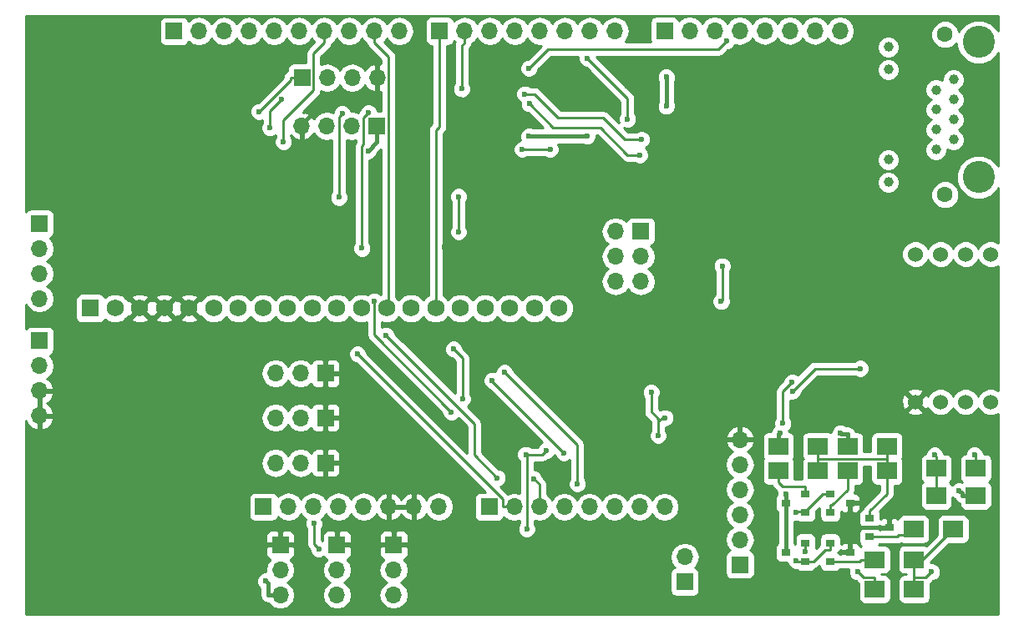
<source format=gbl>
G04 #@! TF.FileFunction,Copper,L2,Bot,Signal*
%FSLAX46Y46*%
G04 Gerber Fmt 4.6, Leading zero omitted, Abs format (unit mm)*
G04 Created by KiCad (PCBNEW 4.0.5) date 03/19/18 20:55:46*
%MOMM*%
%LPD*%
G01*
G04 APERTURE LIST*
%ADD10C,0.100000*%
%ADD11C,3.250000*%
%ADD12C,1.000000*%
%ADD13C,1.600000*%
%ADD14R,1.700000X1.700000*%
%ADD15O,1.700000X1.700000*%
%ADD16R,1.750000X1.750000*%
%ADD17C,1.750000*%
%ADD18R,0.900000X0.800000*%
%ADD19R,2.000000X1.700000*%
%ADD20C,1.524000*%
%ADD21C,0.600000*%
%ADD22C,0.400000*%
%ADD23C,0.250000*%
%ADD24C,0.254000*%
G04 APERTURE END LIST*
D10*
D11*
X203800000Y-85700000D03*
X203800000Y-71980000D03*
D12*
X194660000Y-86210000D03*
X194660000Y-83920000D03*
X194660000Y-72490000D03*
X194660000Y-74780000D03*
X199480000Y-82910000D03*
X199480000Y-80880000D03*
X199480000Y-78850000D03*
X199480000Y-76820000D03*
X201260000Y-81890000D03*
X201260000Y-79860000D03*
X201260000Y-77830000D03*
X201260000Y-75800000D03*
D13*
X200370000Y-71220000D03*
X200370000Y-87480000D03*
D14*
X174000000Y-126750000D03*
D15*
X174000000Y-124210000D03*
D14*
X142800000Y-80500000D03*
D15*
X140260000Y-80500000D03*
X137720000Y-80500000D03*
X135180000Y-80500000D03*
D14*
X108600000Y-102300000D03*
D15*
X108600000Y-104840000D03*
X108600000Y-107380000D03*
X108600000Y-109920000D03*
D14*
X108600000Y-90400000D03*
D15*
X108600000Y-92940000D03*
X108600000Y-95480000D03*
X108600000Y-98020000D03*
D14*
X135200000Y-75600000D03*
D15*
X137740000Y-75600000D03*
X140280000Y-75600000D03*
X142820000Y-75600000D03*
D14*
X179600000Y-125000000D03*
D15*
X179600000Y-122460000D03*
X179600000Y-119920000D03*
X179600000Y-117380000D03*
X179600000Y-114840000D03*
X179600000Y-112300000D03*
D14*
X122220000Y-70880000D03*
D15*
X124760000Y-70880000D03*
X127300000Y-70880000D03*
X129840000Y-70880000D03*
X132380000Y-70880000D03*
X134920000Y-70880000D03*
X137460000Y-70880000D03*
X140000000Y-70880000D03*
X142540000Y-70880000D03*
X145080000Y-70880000D03*
D14*
X149150000Y-70860000D03*
D15*
X151690000Y-70860000D03*
X154230000Y-70860000D03*
X156770000Y-70860000D03*
X159310000Y-70860000D03*
X161850000Y-70860000D03*
X164390000Y-70860000D03*
X166930000Y-70860000D03*
D14*
X171960000Y-70840000D03*
D15*
X174500000Y-70840000D03*
X177040000Y-70840000D03*
X179580000Y-70840000D03*
X182120000Y-70840000D03*
X184660000Y-70840000D03*
X187200000Y-70840000D03*
X189740000Y-70840000D03*
D14*
X131300000Y-119130000D03*
D15*
X133840000Y-119130000D03*
X136380000Y-119130000D03*
X138920000Y-119130000D03*
X141460000Y-119130000D03*
X144000000Y-119130000D03*
X146540000Y-119130000D03*
X149080000Y-119130000D03*
D14*
X154170000Y-119150000D03*
D15*
X156710000Y-119150000D03*
X159250000Y-119150000D03*
X161790000Y-119150000D03*
X164330000Y-119150000D03*
X166870000Y-119150000D03*
X169410000Y-119150000D03*
X171950000Y-119150000D03*
D14*
X169540000Y-91190000D03*
D15*
X167000000Y-91190000D03*
X169540000Y-93730000D03*
X167000000Y-93730000D03*
X169540000Y-96270000D03*
X167000000Y-96270000D03*
D14*
X137600000Y-105600000D03*
D15*
X135060000Y-105600000D03*
X132520000Y-105600000D03*
D14*
X137600000Y-110100000D03*
D15*
X135060000Y-110100000D03*
X132520000Y-110100000D03*
D14*
X137600000Y-114700000D03*
D15*
X135060000Y-114700000D03*
X132520000Y-114700000D03*
D14*
X133000000Y-123000000D03*
D15*
X133000000Y-125540000D03*
X133000000Y-128080000D03*
D14*
X138750000Y-123000000D03*
D15*
X138750000Y-125540000D03*
X138750000Y-128080000D03*
D14*
X144500000Y-123000000D03*
D15*
X144500000Y-125540000D03*
X144500000Y-128080000D03*
D16*
X113750000Y-99000000D03*
D17*
X116250000Y-99000000D03*
X118750000Y-99000000D03*
X121250000Y-99000000D03*
X123750000Y-99000000D03*
X126250000Y-99000000D03*
X128750000Y-99000000D03*
X131250000Y-99000000D03*
X133750000Y-99000000D03*
X136250000Y-99000000D03*
X138750000Y-99000000D03*
X141250000Y-99000000D03*
X143750000Y-99000000D03*
X146250000Y-99000000D03*
X148750000Y-99000000D03*
X151250000Y-99000000D03*
X153750000Y-99000000D03*
X156250000Y-99000000D03*
X158750000Y-99000000D03*
X161250000Y-99000000D03*
D18*
X186250000Y-117800000D03*
X186250000Y-119700000D03*
X184250000Y-118750000D03*
X188750000Y-119700000D03*
X188750000Y-117800000D03*
X190750000Y-118750000D03*
X188750000Y-124700000D03*
X188750000Y-122800000D03*
X190750000Y-123750000D03*
X186250000Y-122800000D03*
X186250000Y-124700000D03*
X184250000Y-123750000D03*
X192750000Y-122200000D03*
X192750000Y-120300000D03*
X194750000Y-121250000D03*
D19*
X193250000Y-127500000D03*
X197250000Y-127500000D03*
X197250000Y-124500000D03*
X193250000Y-124500000D03*
X183500000Y-113000000D03*
X187500000Y-113000000D03*
X183500000Y-115500000D03*
X187500000Y-115500000D03*
X194500000Y-115500000D03*
X190500000Y-115500000D03*
X190500000Y-113000000D03*
X194500000Y-113000000D03*
X203500000Y-118000000D03*
X199500000Y-118000000D03*
X203500000Y-115250000D03*
X199500000Y-115250000D03*
D20*
X205000000Y-108500000D03*
X202460000Y-108500000D03*
X199920000Y-108500000D03*
X197380000Y-108500000D03*
X205000000Y-93500000D03*
X202460000Y-93500000D03*
X199920000Y-93500000D03*
X197380000Y-93500000D03*
D19*
X201200000Y-121400000D03*
X197200000Y-121400000D03*
D21*
X162700000Y-110200000D03*
X155100000Y-108600000D03*
X163100000Y-101300000D03*
X170800000Y-103900000D03*
X165400000Y-109300000D03*
X159800000Y-106200000D03*
X158800000Y-101300000D03*
X155000000Y-111700000D03*
X155000000Y-114700000D03*
X181600000Y-107900000D03*
X196700000Y-100700000D03*
X179200000Y-92800000D03*
X175700000Y-89900000D03*
X173155100Y-114232700D03*
X175600000Y-117159000D03*
X110400000Y-70400000D03*
X147400000Y-79100000D03*
X152700000Y-82800000D03*
X156900000Y-78200000D03*
X167200000Y-83600000D03*
X115642800Y-115405900D03*
X109706500Y-126493100D03*
X181514300Y-101294000D03*
X117041800Y-109366500D03*
X118616800Y-78866500D03*
X199171600Y-90749500D03*
X161912900Y-89156300D03*
X149600000Y-92766400D03*
X145874100Y-94151600D03*
X157759900Y-126837700D03*
X124416200Y-84466500D03*
X128514200Y-79224500D03*
X128200000Y-90888900D03*
X131723900Y-85773600D03*
X161500000Y-93805300D03*
X193500000Y-96782400D03*
X117025400Y-112549900D03*
X118874900Y-73966100D03*
X154819600Y-81398500D03*
X164089300Y-77328400D03*
X168153700Y-76421800D03*
X175814400Y-86933700D03*
X175494600Y-78305100D03*
X112898900Y-88286500D03*
X115739800Y-88286500D03*
X171781700Y-88068600D03*
X128579900Y-111830000D03*
X128621600Y-105854900D03*
X107363500Y-114074600D03*
X164426800Y-85377100D03*
X170737400Y-125637100D03*
X118794400Y-90833000D03*
X205500000Y-113791600D03*
X160000000Y-113400000D03*
X177800000Y-94700000D03*
X177700000Y-98300000D03*
X130873200Y-79029500D03*
X157892000Y-113823800D03*
X157988800Y-121399600D03*
X141921400Y-83024500D03*
X158200500Y-81533900D03*
X164093000Y-81533900D03*
X172125100Y-78491800D03*
X172125100Y-75547800D03*
X201824000Y-117516600D03*
X131535200Y-126685200D03*
X183634600Y-111646200D03*
X189768500Y-111647400D03*
X184250000Y-117818600D03*
X168208300Y-79799400D03*
X164135700Y-73638900D03*
X169434700Y-83441200D03*
X158247800Y-78242500D03*
X169631300Y-81849400D03*
X157797500Y-77259900D03*
X160354700Y-82877400D03*
X157498500Y-82877400D03*
X185279200Y-124612500D03*
X185280200Y-119690100D03*
X178211600Y-71885200D03*
X158206600Y-74640500D03*
X151490500Y-108172900D03*
X150573400Y-103140100D03*
X131944300Y-80692100D03*
X133128500Y-77819700D03*
X150341300Y-109511300D03*
X142515500Y-98249500D03*
X138944700Y-87740700D03*
X139272400Y-79273900D03*
X133320900Y-82093100D03*
X141279300Y-92903100D03*
X141941300Y-79149500D03*
X151073800Y-91260700D03*
X151073800Y-87658300D03*
X151375000Y-76731100D03*
X136416400Y-120845100D03*
X136900100Y-123412500D03*
X140828100Y-103633900D03*
X143717500Y-101725200D03*
X155000000Y-116200000D03*
X158700000Y-116300000D03*
X155739600Y-105486400D03*
X163109300Y-116820700D03*
X154466000Y-106306400D03*
X161758100Y-113678000D03*
X186195300Y-123707500D03*
X191517700Y-125732100D03*
X199009100Y-125740900D03*
X199339200Y-113878600D03*
X170600000Y-107500000D03*
X172000000Y-110100000D03*
X171300000Y-111900000D03*
X191800000Y-105100000D03*
X184900000Y-107400000D03*
X183953400Y-110682200D03*
X184883400Y-106503500D03*
X203359200Y-113871900D03*
D22*
X135180000Y-80500000D02*
X135180000Y-80320000D01*
X135180000Y-80320000D02*
X137750000Y-77750000D01*
X137750000Y-77750000D02*
X142250000Y-77750000D01*
X142250000Y-77750000D02*
X142820000Y-77180000D01*
X142820000Y-77180000D02*
X142820000Y-75600000D01*
X193750000Y-121250000D02*
X191250000Y-121250000D01*
X190750000Y-121750000D02*
X190750000Y-123750000D01*
X191250000Y-121250000D02*
X190750000Y-121750000D01*
D23*
X159576200Y-113823800D02*
X157892000Y-113823800D01*
X160000000Y-113400000D02*
X159576200Y-113823800D01*
X177800000Y-98200000D02*
X177800000Y-94700000D01*
X177700000Y-98300000D02*
X177800000Y-98200000D01*
X157892000Y-113823800D02*
X157988800Y-113920600D01*
X157988800Y-113920600D02*
X157988800Y-121399600D01*
X135200000Y-75600000D02*
X134024700Y-75600000D01*
X134024700Y-75878000D02*
X130873200Y-79029500D01*
X134024700Y-75600000D02*
X134024700Y-75878000D01*
D22*
X142800000Y-82145900D02*
X142800000Y-80500000D01*
X141921400Y-83024500D02*
X142800000Y-82145900D01*
X172125100Y-78491800D02*
X172125100Y-75547800D01*
X203500000Y-118000000D02*
X202099700Y-118000000D01*
X164093000Y-81533900D02*
X158200500Y-81533900D01*
X202099700Y-117792300D02*
X202099700Y-118000000D01*
X201824000Y-117516600D02*
X202099700Y-117792300D01*
X131749700Y-126899700D02*
X131749700Y-128080000D01*
X131535200Y-126685200D02*
X131749700Y-126899700D01*
X133000000Y-128080000D02*
X131749700Y-128080000D01*
X183500000Y-113000000D02*
X183500000Y-111749700D01*
X183531100Y-111749700D02*
X183500000Y-111749700D01*
X183634600Y-111646200D02*
X183531100Y-111749700D01*
X189870800Y-111749700D02*
X190500000Y-111749700D01*
X189768500Y-111647400D02*
X189870800Y-111749700D01*
X190500000Y-113000000D02*
X190500000Y-111749700D01*
X184250000Y-117818600D02*
X184250000Y-118750000D01*
X184250000Y-123750000D02*
X184250000Y-118750000D01*
D23*
X168208300Y-77711500D02*
X168208300Y-79799400D01*
X164135700Y-73638900D02*
X168208300Y-77711500D01*
X160665300Y-80660000D02*
X158247800Y-78242500D01*
X165437000Y-80660000D02*
X160665300Y-80660000D01*
X168218200Y-83441200D02*
X165437000Y-80660000D01*
X169434700Y-83441200D02*
X168218200Y-83441200D01*
X158781900Y-77259900D02*
X157797500Y-77259900D01*
X161173300Y-79651300D02*
X158781900Y-77259900D01*
X165754600Y-79651300D02*
X161173300Y-79651300D01*
X167952700Y-81849400D02*
X165754600Y-79651300D01*
X169631300Y-81849400D02*
X167952700Y-81849400D01*
X160354700Y-82877400D02*
X157498500Y-82877400D01*
X185366700Y-124700000D02*
X186250000Y-124700000D01*
X185279200Y-124612500D02*
X185366700Y-124700000D01*
X188200000Y-123525300D02*
X188750000Y-123525300D01*
X187025300Y-124700000D02*
X188200000Y-123525300D01*
X186250000Y-124700000D02*
X187025300Y-124700000D01*
X188750000Y-122800000D02*
X188750000Y-123525300D01*
X187974700Y-117863000D02*
X186250000Y-119587700D01*
X187974700Y-117800000D02*
X187974700Y-117863000D01*
X188750000Y-117800000D02*
X187974700Y-117800000D01*
X186250000Y-119700000D02*
X186250000Y-119643800D01*
X186250000Y-119643800D02*
X186250000Y-119587700D01*
X185326500Y-119643800D02*
X185280200Y-119690100D01*
X186250000Y-119643800D02*
X185326500Y-119643800D01*
X160171000Y-72676100D02*
X158206600Y-74640500D01*
X177420700Y-72676100D02*
X160171000Y-72676100D01*
X178211600Y-71885200D02*
X177420700Y-72676100D01*
X131944300Y-79003900D02*
X133128500Y-77819700D01*
X131944300Y-80692100D02*
X131944300Y-79003900D01*
X151490500Y-104057200D02*
X150573400Y-103140100D01*
X151490500Y-108172900D02*
X151490500Y-104057200D01*
X142515500Y-101685500D02*
X142515500Y-98249500D01*
X150341300Y-109511300D02*
X142515500Y-101685500D01*
X138944700Y-79601600D02*
X138944700Y-87740700D01*
X139272400Y-79273900D02*
X138944700Y-79601600D01*
X137460000Y-70880000D02*
X137460000Y-72055300D01*
X136375400Y-73139900D02*
X137460000Y-72055300D01*
X136375400Y-76882800D02*
X136375400Y-73139900D01*
X133320900Y-79937300D02*
X136375400Y-76882800D01*
X133320900Y-82093100D02*
X133320900Y-79937300D01*
X143995400Y-73510700D02*
X142540000Y-72055300D01*
X143995400Y-98754600D02*
X143995400Y-73510700D01*
X143750000Y-99000000D02*
X143995400Y-98754600D01*
X142540000Y-70880000D02*
X142540000Y-72055300D01*
X141455400Y-79635400D02*
X141941300Y-79149500D01*
X141455400Y-82379100D02*
X141455400Y-79635400D01*
X141279300Y-82555200D02*
X141455400Y-82379100D01*
X141279300Y-92903100D02*
X141279300Y-82555200D01*
X149150000Y-80566800D02*
X149150000Y-70860000D01*
X148750000Y-80966800D02*
X149150000Y-80566800D01*
X148750000Y-99000000D02*
X148750000Y-80966800D01*
X151375000Y-72350300D02*
X151690000Y-72035300D01*
X151375000Y-76731100D02*
X151375000Y-72350300D01*
X151690000Y-70860000D02*
X151690000Y-72035300D01*
X151073800Y-91260700D02*
X151073800Y-87658300D01*
X136416400Y-122928800D02*
X136900100Y-123412500D01*
X136416400Y-120845100D02*
X136416400Y-122928800D01*
X156710000Y-119150000D02*
X155534700Y-119150000D01*
X155534700Y-118340500D02*
X155534700Y-119150000D01*
X140828100Y-103633900D02*
X155534700Y-118340500D01*
X159250000Y-116951300D02*
X159250000Y-116850000D01*
X159250000Y-119150000D02*
X159250000Y-116951300D01*
X155000000Y-116200000D02*
X152691200Y-113891200D01*
X152691200Y-113891200D02*
X152691200Y-111991200D01*
X152691200Y-110698900D02*
X152691200Y-111991200D01*
X143717500Y-101725200D02*
X152691200Y-110698900D01*
X159250000Y-116850000D02*
X158700000Y-116300000D01*
X163109300Y-112856100D02*
X155739600Y-105486400D01*
X163109300Y-116820700D02*
X163109300Y-112856100D01*
X154466000Y-106385900D02*
X161758100Y-113678000D01*
X154466000Y-106306400D02*
X154466000Y-106385900D01*
X186250000Y-117800000D02*
X186250000Y-117074700D01*
X183500000Y-115500000D02*
X183500000Y-116675300D01*
X183899400Y-117074700D02*
X183500000Y-116675300D01*
X186250000Y-117074700D02*
X183899400Y-117074700D01*
X190500000Y-117406000D02*
X190500000Y-115500000D01*
X188931300Y-118974700D02*
X190500000Y-117406000D01*
X188750000Y-118974700D02*
X188931300Y-118974700D01*
X188750000Y-119700000D02*
X188750000Y-118974700D01*
X191724700Y-124700000D02*
X191924700Y-124500000D01*
X188750000Y-124700000D02*
X191724700Y-124700000D01*
X193250000Y-124500000D02*
X191924700Y-124500000D01*
X193250000Y-127500000D02*
X193250000Y-126324700D01*
X186250000Y-122800000D02*
X186250000Y-123525300D01*
X186195300Y-123580000D02*
X186195300Y-123707500D01*
X186250000Y-123525300D02*
X186195300Y-123580000D01*
X192110300Y-126324700D02*
X193250000Y-126324700D01*
X191517700Y-125732100D02*
X192110300Y-126324700D01*
X197250000Y-124500000D02*
X198100000Y-124500000D01*
X198100000Y-124500000D02*
X201200000Y-121400000D01*
X197250000Y-127500000D02*
X197250000Y-126324700D01*
X198425300Y-126324700D02*
X197250000Y-126324700D01*
X199009100Y-125740900D02*
X198425300Y-126324700D01*
X197250000Y-124500000D02*
X197250000Y-126324700D01*
X192750000Y-120300000D02*
X192750000Y-119574700D01*
X187500000Y-115500000D02*
X187500000Y-114324700D01*
X187500000Y-113000000D02*
X187500000Y-114175300D01*
X194500000Y-117824700D02*
X194500000Y-115500000D01*
X192750000Y-119574700D02*
X194500000Y-117824700D01*
X194500000Y-115500000D02*
X194500000Y-114250000D01*
X194500000Y-114250000D02*
X194500000Y-113000000D01*
X194500000Y-114250000D02*
X187500000Y-114250000D01*
X187500000Y-114324700D02*
X187500000Y-114250000D01*
X187500000Y-114250000D02*
X187500000Y-114175300D01*
X199339200Y-113878600D02*
X199500000Y-114039400D01*
X199500000Y-115250000D02*
X199500000Y-118000000D01*
X199500000Y-114039400D02*
X199500000Y-115250000D01*
X171300000Y-110500000D02*
X171300000Y-110200000D01*
X170600000Y-109500000D02*
X170600000Y-107500000D01*
X171300000Y-110200000D02*
X170600000Y-109500000D01*
X171700000Y-110100000D02*
X172000000Y-110100000D01*
X171300000Y-110500000D02*
X171700000Y-110100000D01*
X171300000Y-111900000D02*
X171300000Y-110500000D01*
X187200000Y-105100000D02*
X191800000Y-105100000D01*
X184900000Y-107400000D02*
X187200000Y-105100000D01*
X184883400Y-106503500D02*
X183953400Y-107433500D01*
X183953400Y-107433500D02*
X183953400Y-110682200D01*
X203500000Y-114012700D02*
X203500000Y-115250000D01*
X203359200Y-113871900D02*
X203500000Y-114012700D01*
X192750000Y-122200000D02*
X195500000Y-122200000D01*
X195700000Y-122000000D02*
X196600000Y-122000000D01*
X195500000Y-122200000D02*
X195700000Y-122000000D01*
X196600000Y-122000000D02*
X197200000Y-121400000D01*
D24*
G36*
X205790000Y-70878033D02*
X205717052Y-70701485D01*
X205081859Y-70065182D01*
X204251514Y-69720393D01*
X203352430Y-69719609D01*
X202521485Y-70062948D01*
X201885182Y-70698141D01*
X201795893Y-70913173D01*
X201587243Y-70408200D01*
X201183923Y-70004176D01*
X200656691Y-69785250D01*
X200085813Y-69784752D01*
X199558200Y-70002757D01*
X199154176Y-70406077D01*
X198935250Y-70933309D01*
X198934752Y-71504187D01*
X199152757Y-72031800D01*
X199556077Y-72435824D01*
X200083309Y-72654750D01*
X200654187Y-72655248D01*
X201181800Y-72437243D01*
X201539912Y-72079755D01*
X201539609Y-72427570D01*
X201882948Y-73258515D01*
X202518141Y-73894818D01*
X203348486Y-74239607D01*
X204247570Y-74240391D01*
X205078515Y-73897052D01*
X205714818Y-73261859D01*
X205790000Y-73080800D01*
X205790000Y-84598033D01*
X205717052Y-84421485D01*
X205081859Y-83785182D01*
X204251514Y-83440393D01*
X203352430Y-83439609D01*
X202521485Y-83782948D01*
X201885182Y-84418141D01*
X201540393Y-85248486D01*
X201539609Y-86147570D01*
X201882948Y-86978515D01*
X202518141Y-87614818D01*
X203348486Y-87959607D01*
X204247570Y-87960391D01*
X205078515Y-87617052D01*
X205714818Y-86981859D01*
X205790000Y-86800800D01*
X205790000Y-92315387D01*
X205279100Y-92103243D01*
X204723339Y-92102758D01*
X204209697Y-92314990D01*
X203816371Y-92707630D01*
X203730051Y-92915512D01*
X203645010Y-92709697D01*
X203252370Y-92316371D01*
X202739100Y-92103243D01*
X202183339Y-92102758D01*
X201669697Y-92314990D01*
X201276371Y-92707630D01*
X201190051Y-92915512D01*
X201105010Y-92709697D01*
X200712370Y-92316371D01*
X200199100Y-92103243D01*
X199643339Y-92102758D01*
X199129697Y-92314990D01*
X198736371Y-92707630D01*
X198650051Y-92915512D01*
X198565010Y-92709697D01*
X198172370Y-92316371D01*
X197659100Y-92103243D01*
X197103339Y-92102758D01*
X196589697Y-92314990D01*
X196196371Y-92707630D01*
X195983243Y-93220900D01*
X195982758Y-93776661D01*
X196194990Y-94290303D01*
X196587630Y-94683629D01*
X197100900Y-94896757D01*
X197656661Y-94897242D01*
X198170303Y-94685010D01*
X198563629Y-94292370D01*
X198649949Y-94084488D01*
X198734990Y-94290303D01*
X199127630Y-94683629D01*
X199640900Y-94896757D01*
X200196661Y-94897242D01*
X200710303Y-94685010D01*
X201103629Y-94292370D01*
X201189949Y-94084488D01*
X201274990Y-94290303D01*
X201667630Y-94683629D01*
X202180900Y-94896757D01*
X202736661Y-94897242D01*
X203250303Y-94685010D01*
X203643629Y-94292370D01*
X203729949Y-94084488D01*
X203814990Y-94290303D01*
X204207630Y-94683629D01*
X204720900Y-94896757D01*
X205276661Y-94897242D01*
X205790000Y-94685135D01*
X205790000Y-107315387D01*
X205279100Y-107103243D01*
X204723339Y-107102758D01*
X204209697Y-107314990D01*
X203816371Y-107707630D01*
X203730051Y-107915512D01*
X203645010Y-107709697D01*
X203252370Y-107316371D01*
X202739100Y-107103243D01*
X202183339Y-107102758D01*
X201669697Y-107314990D01*
X201276371Y-107707630D01*
X201190051Y-107915512D01*
X201105010Y-107709697D01*
X200712370Y-107316371D01*
X200199100Y-107103243D01*
X199643339Y-107102758D01*
X199129697Y-107314990D01*
X198736371Y-107707630D01*
X198656605Y-107899727D01*
X198602397Y-107768857D01*
X198360213Y-107699392D01*
X197559605Y-108500000D01*
X198360213Y-109300608D01*
X198602397Y-109231143D01*
X198652509Y-109090682D01*
X198734990Y-109290303D01*
X199127630Y-109683629D01*
X199640900Y-109896757D01*
X200196661Y-109897242D01*
X200710303Y-109685010D01*
X201103629Y-109292370D01*
X201189949Y-109084488D01*
X201274990Y-109290303D01*
X201667630Y-109683629D01*
X202180900Y-109896757D01*
X202736661Y-109897242D01*
X203250303Y-109685010D01*
X203643629Y-109292370D01*
X203729949Y-109084488D01*
X203814990Y-109290303D01*
X204207630Y-109683629D01*
X204720900Y-109896757D01*
X205276661Y-109897242D01*
X205790000Y-109685135D01*
X205790000Y-129990000D01*
X107210000Y-129990000D01*
X107210000Y-126870367D01*
X130600038Y-126870367D01*
X130742083Y-127214143D01*
X130914700Y-127387062D01*
X130914700Y-128080000D01*
X130978261Y-128399541D01*
X131159266Y-128670434D01*
X131430159Y-128851439D01*
X131749700Y-128915000D01*
X131777159Y-128915000D01*
X131920853Y-129130054D01*
X132402622Y-129451961D01*
X132970907Y-129565000D01*
X133029093Y-129565000D01*
X133597378Y-129451961D01*
X134079147Y-129130054D01*
X134401054Y-128648285D01*
X134514093Y-128080000D01*
X134401054Y-127511715D01*
X134079147Y-127029946D01*
X133749974Y-126810000D01*
X134079147Y-126590054D01*
X134401054Y-126108285D01*
X134514093Y-125540000D01*
X134401054Y-124971715D01*
X134079147Y-124489946D01*
X134035223Y-124460597D01*
X134209698Y-124388327D01*
X134388327Y-124209699D01*
X134485000Y-123976310D01*
X134485000Y-123285750D01*
X134326250Y-123127000D01*
X133127000Y-123127000D01*
X133127000Y-123147000D01*
X132873000Y-123147000D01*
X132873000Y-123127000D01*
X131673750Y-123127000D01*
X131515000Y-123285750D01*
X131515000Y-123976310D01*
X131611673Y-124209699D01*
X131790302Y-124388327D01*
X131964777Y-124460597D01*
X131920853Y-124489946D01*
X131598946Y-124971715D01*
X131485907Y-125540000D01*
X131527717Y-125750193D01*
X131350033Y-125750038D01*
X131006257Y-125892083D01*
X130743008Y-126154873D01*
X130600362Y-126498401D01*
X130600038Y-126870367D01*
X107210000Y-126870367D01*
X107210000Y-122023690D01*
X131515000Y-122023690D01*
X131515000Y-122714250D01*
X131673750Y-122873000D01*
X132873000Y-122873000D01*
X132873000Y-121673750D01*
X133127000Y-121673750D01*
X133127000Y-122873000D01*
X134326250Y-122873000D01*
X134485000Y-122714250D01*
X134485000Y-122023690D01*
X134388327Y-121790301D01*
X134209698Y-121611673D01*
X133976309Y-121515000D01*
X133285750Y-121515000D01*
X133127000Y-121673750D01*
X132873000Y-121673750D01*
X132714250Y-121515000D01*
X132023691Y-121515000D01*
X131790302Y-121611673D01*
X131611673Y-121790301D01*
X131515000Y-122023690D01*
X107210000Y-122023690D01*
X107210000Y-118280000D01*
X129802560Y-118280000D01*
X129802560Y-119980000D01*
X129846838Y-120215317D01*
X129985910Y-120431441D01*
X130198110Y-120576431D01*
X130450000Y-120627440D01*
X132150000Y-120627440D01*
X132385317Y-120583162D01*
X132601441Y-120444090D01*
X132746431Y-120231890D01*
X132760086Y-120164459D01*
X132789946Y-120209147D01*
X133271715Y-120531054D01*
X133840000Y-120644093D01*
X134408285Y-120531054D01*
X134890054Y-120209147D01*
X135110000Y-119879974D01*
X135329946Y-120209147D01*
X135594631Y-120386003D01*
X135481562Y-120658301D01*
X135481238Y-121030267D01*
X135623283Y-121374043D01*
X135656400Y-121407218D01*
X135656400Y-122928800D01*
X135714252Y-123219639D01*
X135878999Y-123466201D01*
X135964978Y-123552180D01*
X135964938Y-123597667D01*
X136106983Y-123941443D01*
X136369773Y-124204692D01*
X136713301Y-124347338D01*
X137085267Y-124347662D01*
X137378482Y-124226508D01*
X137540302Y-124388327D01*
X137714777Y-124460597D01*
X137670853Y-124489946D01*
X137348946Y-124971715D01*
X137235907Y-125540000D01*
X137348946Y-126108285D01*
X137670853Y-126590054D01*
X138000026Y-126810000D01*
X137670853Y-127029946D01*
X137348946Y-127511715D01*
X137235907Y-128080000D01*
X137348946Y-128648285D01*
X137670853Y-129130054D01*
X138152622Y-129451961D01*
X138720907Y-129565000D01*
X138779093Y-129565000D01*
X139347378Y-129451961D01*
X139829147Y-129130054D01*
X140151054Y-128648285D01*
X140264093Y-128080000D01*
X140151054Y-127511715D01*
X139829147Y-127029946D01*
X139499974Y-126810000D01*
X139829147Y-126590054D01*
X140151054Y-126108285D01*
X140264093Y-125540000D01*
X142985907Y-125540000D01*
X143098946Y-126108285D01*
X143420853Y-126590054D01*
X143750026Y-126810000D01*
X143420853Y-127029946D01*
X143098946Y-127511715D01*
X142985907Y-128080000D01*
X143098946Y-128648285D01*
X143420853Y-129130054D01*
X143902622Y-129451961D01*
X144470907Y-129565000D01*
X144529093Y-129565000D01*
X145097378Y-129451961D01*
X145579147Y-129130054D01*
X145901054Y-128648285D01*
X146014093Y-128080000D01*
X145901054Y-127511715D01*
X145579147Y-127029946D01*
X145249974Y-126810000D01*
X145579147Y-126590054D01*
X145901054Y-126108285D01*
X146014093Y-125540000D01*
X145901054Y-124971715D01*
X145579147Y-124489946D01*
X145535223Y-124460597D01*
X145709698Y-124388327D01*
X145888025Y-124210000D01*
X172485907Y-124210000D01*
X172598946Y-124778285D01*
X172920853Y-125260054D01*
X172962452Y-125287850D01*
X172914683Y-125296838D01*
X172698559Y-125435910D01*
X172553569Y-125648110D01*
X172502560Y-125900000D01*
X172502560Y-127600000D01*
X172546838Y-127835317D01*
X172685910Y-128051441D01*
X172898110Y-128196431D01*
X173150000Y-128247440D01*
X174850000Y-128247440D01*
X175085317Y-128203162D01*
X175301441Y-128064090D01*
X175446431Y-127851890D01*
X175497440Y-127600000D01*
X175497440Y-125900000D01*
X175453162Y-125664683D01*
X175314090Y-125448559D01*
X175101890Y-125303569D01*
X175034459Y-125289914D01*
X175079147Y-125260054D01*
X175401054Y-124778285D01*
X175514093Y-124210000D01*
X175401054Y-123641715D01*
X175079147Y-123159946D01*
X174597378Y-122838039D01*
X174029093Y-122725000D01*
X173970907Y-122725000D01*
X173402622Y-122838039D01*
X172920853Y-123159946D01*
X172598946Y-123641715D01*
X172485907Y-124210000D01*
X145888025Y-124210000D01*
X145888327Y-124209699D01*
X145985000Y-123976310D01*
X145985000Y-123285750D01*
X145826250Y-123127000D01*
X144627000Y-123127000D01*
X144627000Y-123147000D01*
X144373000Y-123147000D01*
X144373000Y-123127000D01*
X143173750Y-123127000D01*
X143015000Y-123285750D01*
X143015000Y-123976310D01*
X143111673Y-124209699D01*
X143290302Y-124388327D01*
X143464777Y-124460597D01*
X143420853Y-124489946D01*
X143098946Y-124971715D01*
X142985907Y-125540000D01*
X140264093Y-125540000D01*
X140151054Y-124971715D01*
X139829147Y-124489946D01*
X139785223Y-124460597D01*
X139959698Y-124388327D01*
X140138327Y-124209699D01*
X140235000Y-123976310D01*
X140235000Y-123285750D01*
X140076250Y-123127000D01*
X138877000Y-123127000D01*
X138877000Y-123147000D01*
X138623000Y-123147000D01*
X138623000Y-123127000D01*
X138603000Y-123127000D01*
X138603000Y-122873000D01*
X138623000Y-122873000D01*
X138623000Y-121673750D01*
X138877000Y-121673750D01*
X138877000Y-122873000D01*
X140076250Y-122873000D01*
X140235000Y-122714250D01*
X140235000Y-122023690D01*
X143015000Y-122023690D01*
X143015000Y-122714250D01*
X143173750Y-122873000D01*
X144373000Y-122873000D01*
X144373000Y-121673750D01*
X144627000Y-121673750D01*
X144627000Y-122873000D01*
X145826250Y-122873000D01*
X145985000Y-122714250D01*
X145985000Y-122023690D01*
X145888327Y-121790301D01*
X145709698Y-121611673D01*
X145476309Y-121515000D01*
X144785750Y-121515000D01*
X144627000Y-121673750D01*
X144373000Y-121673750D01*
X144214250Y-121515000D01*
X143523691Y-121515000D01*
X143290302Y-121611673D01*
X143111673Y-121790301D01*
X143015000Y-122023690D01*
X140235000Y-122023690D01*
X140138327Y-121790301D01*
X139959698Y-121611673D01*
X139726309Y-121515000D01*
X139035750Y-121515000D01*
X138877000Y-121673750D01*
X138623000Y-121673750D01*
X138464250Y-121515000D01*
X137773691Y-121515000D01*
X137540302Y-121611673D01*
X137361673Y-121790301D01*
X137265000Y-122023690D01*
X137265000Y-122551616D01*
X137176400Y-122514826D01*
X137176400Y-121407563D01*
X137208592Y-121375427D01*
X137351238Y-121031899D01*
X137351562Y-120659933D01*
X137222581Y-120347775D01*
X137430054Y-120209147D01*
X137650000Y-119879974D01*
X137869946Y-120209147D01*
X138351715Y-120531054D01*
X138920000Y-120644093D01*
X139488285Y-120531054D01*
X139970054Y-120209147D01*
X140190000Y-119879974D01*
X140409946Y-120209147D01*
X140891715Y-120531054D01*
X141460000Y-120644093D01*
X142028285Y-120531054D01*
X142510054Y-120209147D01*
X142737702Y-119868447D01*
X142804817Y-120011358D01*
X143233076Y-120401645D01*
X143643110Y-120571476D01*
X143873000Y-120450155D01*
X143873000Y-119257000D01*
X144127000Y-119257000D01*
X144127000Y-120450155D01*
X144356890Y-120571476D01*
X144766924Y-120401645D01*
X145195183Y-120011358D01*
X145270000Y-119852046D01*
X145344817Y-120011358D01*
X145773076Y-120401645D01*
X146183110Y-120571476D01*
X146413000Y-120450155D01*
X146413000Y-119257000D01*
X144127000Y-119257000D01*
X143873000Y-119257000D01*
X143853000Y-119257000D01*
X143853000Y-119003000D01*
X143873000Y-119003000D01*
X143873000Y-117809845D01*
X144127000Y-117809845D01*
X144127000Y-119003000D01*
X146413000Y-119003000D01*
X146413000Y-117809845D01*
X146667000Y-117809845D01*
X146667000Y-119003000D01*
X146687000Y-119003000D01*
X146687000Y-119257000D01*
X146667000Y-119257000D01*
X146667000Y-120450155D01*
X146896890Y-120571476D01*
X147306924Y-120401645D01*
X147735183Y-120011358D01*
X147802298Y-119868447D01*
X148029946Y-120209147D01*
X148511715Y-120531054D01*
X149080000Y-120644093D01*
X149648285Y-120531054D01*
X150130054Y-120209147D01*
X150451961Y-119727378D01*
X150565000Y-119159093D01*
X150565000Y-119100907D01*
X150451961Y-118532622D01*
X150130054Y-118050853D01*
X149648285Y-117728946D01*
X149080000Y-117615907D01*
X148511715Y-117728946D01*
X148029946Y-118050853D01*
X147802298Y-118391553D01*
X147735183Y-118248642D01*
X147306924Y-117858355D01*
X146896890Y-117688524D01*
X146667000Y-117809845D01*
X146413000Y-117809845D01*
X146183110Y-117688524D01*
X145773076Y-117858355D01*
X145344817Y-118248642D01*
X145270000Y-118407954D01*
X145195183Y-118248642D01*
X144766924Y-117858355D01*
X144356890Y-117688524D01*
X144127000Y-117809845D01*
X143873000Y-117809845D01*
X143643110Y-117688524D01*
X143233076Y-117858355D01*
X142804817Y-118248642D01*
X142737702Y-118391553D01*
X142510054Y-118050853D01*
X142028285Y-117728946D01*
X141460000Y-117615907D01*
X140891715Y-117728946D01*
X140409946Y-118050853D01*
X140190000Y-118380026D01*
X139970054Y-118050853D01*
X139488285Y-117728946D01*
X138920000Y-117615907D01*
X138351715Y-117728946D01*
X137869946Y-118050853D01*
X137650000Y-118380026D01*
X137430054Y-118050853D01*
X136948285Y-117728946D01*
X136380000Y-117615907D01*
X135811715Y-117728946D01*
X135329946Y-118050853D01*
X135110000Y-118380026D01*
X134890054Y-118050853D01*
X134408285Y-117728946D01*
X133840000Y-117615907D01*
X133271715Y-117728946D01*
X132789946Y-118050853D01*
X132762150Y-118092452D01*
X132753162Y-118044683D01*
X132614090Y-117828559D01*
X132401890Y-117683569D01*
X132150000Y-117632560D01*
X130450000Y-117632560D01*
X130214683Y-117676838D01*
X129998559Y-117815910D01*
X129853569Y-118028110D01*
X129802560Y-118280000D01*
X107210000Y-118280000D01*
X107210000Y-114670907D01*
X131035000Y-114670907D01*
X131035000Y-114729093D01*
X131148039Y-115297378D01*
X131469946Y-115779147D01*
X131951715Y-116101054D01*
X132520000Y-116214093D01*
X133088285Y-116101054D01*
X133570054Y-115779147D01*
X133790000Y-115449974D01*
X134009946Y-115779147D01*
X134491715Y-116101054D01*
X135060000Y-116214093D01*
X135628285Y-116101054D01*
X136110054Y-115779147D01*
X136139403Y-115735223D01*
X136211673Y-115909698D01*
X136390301Y-116088327D01*
X136623690Y-116185000D01*
X137314250Y-116185000D01*
X137473000Y-116026250D01*
X137473000Y-114827000D01*
X137727000Y-114827000D01*
X137727000Y-116026250D01*
X137885750Y-116185000D01*
X138576310Y-116185000D01*
X138809699Y-116088327D01*
X138988327Y-115909698D01*
X139085000Y-115676309D01*
X139085000Y-114985750D01*
X138926250Y-114827000D01*
X137727000Y-114827000D01*
X137473000Y-114827000D01*
X137453000Y-114827000D01*
X137453000Y-114573000D01*
X137473000Y-114573000D01*
X137473000Y-113373750D01*
X137727000Y-113373750D01*
X137727000Y-114573000D01*
X138926250Y-114573000D01*
X139085000Y-114414250D01*
X139085000Y-113723691D01*
X138988327Y-113490302D01*
X138809699Y-113311673D01*
X138576310Y-113215000D01*
X137885750Y-113215000D01*
X137727000Y-113373750D01*
X137473000Y-113373750D01*
X137314250Y-113215000D01*
X136623690Y-113215000D01*
X136390301Y-113311673D01*
X136211673Y-113490302D01*
X136139403Y-113664777D01*
X136110054Y-113620853D01*
X135628285Y-113298946D01*
X135060000Y-113185907D01*
X134491715Y-113298946D01*
X134009946Y-113620853D01*
X133790000Y-113950026D01*
X133570054Y-113620853D01*
X133088285Y-113298946D01*
X132520000Y-113185907D01*
X131951715Y-113298946D01*
X131469946Y-113620853D01*
X131148039Y-114102622D01*
X131035000Y-114670907D01*
X107210000Y-114670907D01*
X107210000Y-110401172D01*
X107328355Y-110686924D01*
X107718642Y-111115183D01*
X108243108Y-111361486D01*
X108473000Y-111240819D01*
X108473000Y-110047000D01*
X108727000Y-110047000D01*
X108727000Y-111240819D01*
X108956892Y-111361486D01*
X109481358Y-111115183D01*
X109871645Y-110686924D01*
X110041476Y-110276890D01*
X109932772Y-110070907D01*
X131035000Y-110070907D01*
X131035000Y-110129093D01*
X131148039Y-110697378D01*
X131469946Y-111179147D01*
X131951715Y-111501054D01*
X132520000Y-111614093D01*
X133088285Y-111501054D01*
X133570054Y-111179147D01*
X133790000Y-110849974D01*
X134009946Y-111179147D01*
X134491715Y-111501054D01*
X135060000Y-111614093D01*
X135628285Y-111501054D01*
X136110054Y-111179147D01*
X136139403Y-111135223D01*
X136211673Y-111309698D01*
X136390301Y-111488327D01*
X136623690Y-111585000D01*
X137314250Y-111585000D01*
X137473000Y-111426250D01*
X137473000Y-110227000D01*
X137727000Y-110227000D01*
X137727000Y-111426250D01*
X137885750Y-111585000D01*
X138576310Y-111585000D01*
X138809699Y-111488327D01*
X138988327Y-111309698D01*
X139085000Y-111076309D01*
X139085000Y-110385750D01*
X138926250Y-110227000D01*
X137727000Y-110227000D01*
X137473000Y-110227000D01*
X137453000Y-110227000D01*
X137453000Y-109973000D01*
X137473000Y-109973000D01*
X137473000Y-108773750D01*
X137727000Y-108773750D01*
X137727000Y-109973000D01*
X138926250Y-109973000D01*
X139085000Y-109814250D01*
X139085000Y-109123691D01*
X138988327Y-108890302D01*
X138809699Y-108711673D01*
X138576310Y-108615000D01*
X137885750Y-108615000D01*
X137727000Y-108773750D01*
X137473000Y-108773750D01*
X137314250Y-108615000D01*
X136623690Y-108615000D01*
X136390301Y-108711673D01*
X136211673Y-108890302D01*
X136139403Y-109064777D01*
X136110054Y-109020853D01*
X135628285Y-108698946D01*
X135060000Y-108585907D01*
X134491715Y-108698946D01*
X134009946Y-109020853D01*
X133790000Y-109350026D01*
X133570054Y-109020853D01*
X133088285Y-108698946D01*
X132520000Y-108585907D01*
X131951715Y-108698946D01*
X131469946Y-109020853D01*
X131148039Y-109502622D01*
X131035000Y-110070907D01*
X109932772Y-110070907D01*
X109920155Y-110047000D01*
X108727000Y-110047000D01*
X108473000Y-110047000D01*
X108453000Y-110047000D01*
X108453000Y-109793000D01*
X108473000Y-109793000D01*
X108473000Y-107507000D01*
X108727000Y-107507000D01*
X108727000Y-109793000D01*
X109920155Y-109793000D01*
X110041476Y-109563110D01*
X109871645Y-109153076D01*
X109481358Y-108724817D01*
X109322046Y-108650000D01*
X109481358Y-108575183D01*
X109871645Y-108146924D01*
X110041476Y-107736890D01*
X109920155Y-107507000D01*
X108727000Y-107507000D01*
X108473000Y-107507000D01*
X108453000Y-107507000D01*
X108453000Y-107253000D01*
X108473000Y-107253000D01*
X108473000Y-107233000D01*
X108727000Y-107233000D01*
X108727000Y-107253000D01*
X109920155Y-107253000D01*
X110041476Y-107023110D01*
X109871645Y-106613076D01*
X109481358Y-106184817D01*
X109338447Y-106117702D01*
X109679147Y-105890054D01*
X109892393Y-105570907D01*
X131035000Y-105570907D01*
X131035000Y-105629093D01*
X131148039Y-106197378D01*
X131469946Y-106679147D01*
X131951715Y-107001054D01*
X132520000Y-107114093D01*
X133088285Y-107001054D01*
X133570054Y-106679147D01*
X133790000Y-106349974D01*
X134009946Y-106679147D01*
X134491715Y-107001054D01*
X135060000Y-107114093D01*
X135628285Y-107001054D01*
X136110054Y-106679147D01*
X136139403Y-106635223D01*
X136211673Y-106809698D01*
X136390301Y-106988327D01*
X136623690Y-107085000D01*
X137314250Y-107085000D01*
X137473000Y-106926250D01*
X137473000Y-105727000D01*
X137727000Y-105727000D01*
X137727000Y-106926250D01*
X137885750Y-107085000D01*
X138576310Y-107085000D01*
X138809699Y-106988327D01*
X138988327Y-106809698D01*
X139085000Y-106576309D01*
X139085000Y-105885750D01*
X138926250Y-105727000D01*
X137727000Y-105727000D01*
X137473000Y-105727000D01*
X137453000Y-105727000D01*
X137453000Y-105473000D01*
X137473000Y-105473000D01*
X137473000Y-104273750D01*
X137727000Y-104273750D01*
X137727000Y-105473000D01*
X138926250Y-105473000D01*
X139085000Y-105314250D01*
X139085000Y-104623691D01*
X138988327Y-104390302D01*
X138809699Y-104211673D01*
X138576310Y-104115000D01*
X137885750Y-104115000D01*
X137727000Y-104273750D01*
X137473000Y-104273750D01*
X137314250Y-104115000D01*
X136623690Y-104115000D01*
X136390301Y-104211673D01*
X136211673Y-104390302D01*
X136139403Y-104564777D01*
X136110054Y-104520853D01*
X135628285Y-104198946D01*
X135060000Y-104085907D01*
X134491715Y-104198946D01*
X134009946Y-104520853D01*
X133790000Y-104850026D01*
X133570054Y-104520853D01*
X133088285Y-104198946D01*
X132520000Y-104085907D01*
X131951715Y-104198946D01*
X131469946Y-104520853D01*
X131148039Y-105002622D01*
X131035000Y-105570907D01*
X109892393Y-105570907D01*
X110001054Y-105408285D01*
X110114093Y-104840000D01*
X110001054Y-104271715D01*
X109679147Y-103789946D01*
X109637548Y-103762150D01*
X109685317Y-103753162D01*
X109901441Y-103614090D01*
X110046431Y-103401890D01*
X110097440Y-103150000D01*
X110097440Y-101450000D01*
X110053162Y-101214683D01*
X109914090Y-100998559D01*
X109701890Y-100853569D01*
X109450000Y-100802560D01*
X107750000Y-100802560D01*
X107514683Y-100846838D01*
X107298559Y-100985910D01*
X107210000Y-101115520D01*
X107210000Y-98604829D01*
X107520853Y-99070054D01*
X108002622Y-99391961D01*
X108570907Y-99505000D01*
X108629093Y-99505000D01*
X109197378Y-99391961D01*
X109679147Y-99070054D01*
X110001054Y-98588285D01*
X110093207Y-98125000D01*
X112227560Y-98125000D01*
X112227560Y-99875000D01*
X112271838Y-100110317D01*
X112410910Y-100326441D01*
X112623110Y-100471431D01*
X112875000Y-100522440D01*
X114625000Y-100522440D01*
X114860317Y-100478162D01*
X115076441Y-100339090D01*
X115221431Y-100126890D01*
X115224786Y-100110324D01*
X115393537Y-100279370D01*
X115948325Y-100509738D01*
X116549040Y-100510262D01*
X117104229Y-100280862D01*
X117323413Y-100062060D01*
X117867545Y-100062060D01*
X117950884Y-100315953D01*
X118515306Y-100521590D01*
X119115458Y-100495579D01*
X119549116Y-100315953D01*
X119632455Y-100062060D01*
X120367545Y-100062060D01*
X120450884Y-100315953D01*
X121015306Y-100521590D01*
X121615458Y-100495579D01*
X122049116Y-100315953D01*
X122132455Y-100062060D01*
X122867545Y-100062060D01*
X122950884Y-100315953D01*
X123515306Y-100521590D01*
X124115458Y-100495579D01*
X124549116Y-100315953D01*
X124632455Y-100062060D01*
X123750000Y-99179605D01*
X122867545Y-100062060D01*
X122132455Y-100062060D01*
X121250000Y-99179605D01*
X120367545Y-100062060D01*
X119632455Y-100062060D01*
X118750000Y-99179605D01*
X117867545Y-100062060D01*
X117323413Y-100062060D01*
X117529370Y-99856463D01*
X117538892Y-99833531D01*
X117687940Y-99882455D01*
X118570395Y-99000000D01*
X118929605Y-99000000D01*
X119812060Y-99882455D01*
X120000000Y-99820765D01*
X120187940Y-99882455D01*
X121070395Y-99000000D01*
X121429605Y-99000000D01*
X122312060Y-99882455D01*
X122500000Y-99820765D01*
X122687940Y-99882455D01*
X123570395Y-99000000D01*
X122687940Y-98117545D01*
X122500000Y-98179235D01*
X122312060Y-98117545D01*
X121429605Y-99000000D01*
X121070395Y-99000000D01*
X120187940Y-98117545D01*
X120000000Y-98179235D01*
X119812060Y-98117545D01*
X118929605Y-99000000D01*
X118570395Y-99000000D01*
X117687940Y-98117545D01*
X117539352Y-98166318D01*
X117530862Y-98145771D01*
X117323394Y-97937940D01*
X117867545Y-97937940D01*
X118750000Y-98820395D01*
X119632455Y-97937940D01*
X120367545Y-97937940D01*
X121250000Y-98820395D01*
X122132455Y-97937940D01*
X122867545Y-97937940D01*
X123750000Y-98820395D01*
X124632455Y-97937940D01*
X124549116Y-97684047D01*
X123984694Y-97478410D01*
X123384542Y-97504421D01*
X122950884Y-97684047D01*
X122867545Y-97937940D01*
X122132455Y-97937940D01*
X122049116Y-97684047D01*
X121484694Y-97478410D01*
X120884542Y-97504421D01*
X120450884Y-97684047D01*
X120367545Y-97937940D01*
X119632455Y-97937940D01*
X119549116Y-97684047D01*
X118984694Y-97478410D01*
X118384542Y-97504421D01*
X117950884Y-97684047D01*
X117867545Y-97937940D01*
X117323394Y-97937940D01*
X117106463Y-97720630D01*
X116551675Y-97490262D01*
X115950960Y-97489738D01*
X115395771Y-97719138D01*
X115226897Y-97887717D01*
X115089090Y-97673559D01*
X114876890Y-97528569D01*
X114625000Y-97477560D01*
X112875000Y-97477560D01*
X112639683Y-97521838D01*
X112423559Y-97660910D01*
X112278569Y-97873110D01*
X112227560Y-98125000D01*
X110093207Y-98125000D01*
X110114093Y-98020000D01*
X110001054Y-97451715D01*
X109679147Y-96969946D01*
X109349974Y-96750000D01*
X109679147Y-96530054D01*
X110001054Y-96048285D01*
X110114093Y-95480000D01*
X110001054Y-94911715D01*
X109679147Y-94429946D01*
X109349974Y-94210000D01*
X109679147Y-93990054D01*
X110001054Y-93508285D01*
X110114093Y-92940000D01*
X110001054Y-92371715D01*
X109679147Y-91889946D01*
X109637548Y-91862150D01*
X109685317Y-91853162D01*
X109901441Y-91714090D01*
X110046431Y-91501890D01*
X110097440Y-91250000D01*
X110097440Y-89550000D01*
X110053162Y-89314683D01*
X109914090Y-89098559D01*
X109701890Y-88953569D01*
X109450000Y-88902560D01*
X107750000Y-88902560D01*
X107514683Y-88946838D01*
X107298559Y-89085910D01*
X107210000Y-89215520D01*
X107210000Y-70030000D01*
X120722560Y-70030000D01*
X120722560Y-71730000D01*
X120766838Y-71965317D01*
X120905910Y-72181441D01*
X121118110Y-72326431D01*
X121370000Y-72377440D01*
X123070000Y-72377440D01*
X123305317Y-72333162D01*
X123521441Y-72194090D01*
X123666431Y-71981890D01*
X123680086Y-71914459D01*
X123709946Y-71959147D01*
X124191715Y-72281054D01*
X124760000Y-72394093D01*
X125328285Y-72281054D01*
X125810054Y-71959147D01*
X126030000Y-71629974D01*
X126249946Y-71959147D01*
X126731715Y-72281054D01*
X127300000Y-72394093D01*
X127868285Y-72281054D01*
X128350054Y-71959147D01*
X128570000Y-71629974D01*
X128789946Y-71959147D01*
X129271715Y-72281054D01*
X129840000Y-72394093D01*
X130408285Y-72281054D01*
X130890054Y-71959147D01*
X131110000Y-71629974D01*
X131329946Y-71959147D01*
X131811715Y-72281054D01*
X132380000Y-72394093D01*
X132948285Y-72281054D01*
X133430054Y-71959147D01*
X133650000Y-71629974D01*
X133869946Y-71959147D01*
X134351715Y-72281054D01*
X134920000Y-72394093D01*
X135488285Y-72281054D01*
X135970054Y-71959147D01*
X136190000Y-71629974D01*
X136409946Y-71959147D01*
X136452750Y-71987748D01*
X135837999Y-72602499D01*
X135673252Y-72849061D01*
X135615400Y-73139900D01*
X135615400Y-74102560D01*
X134350000Y-74102560D01*
X134114683Y-74146838D01*
X133898559Y-74285910D01*
X133753569Y-74498110D01*
X133702560Y-74750000D01*
X133702560Y-74918767D01*
X133487299Y-75062599D01*
X133322552Y-75309161D01*
X133273838Y-75554060D01*
X130733520Y-78094378D01*
X130688033Y-78094338D01*
X130344257Y-78236383D01*
X130081008Y-78499173D01*
X129938362Y-78842701D01*
X129938038Y-79214667D01*
X130080083Y-79558443D01*
X130342873Y-79821692D01*
X130686401Y-79964338D01*
X131058367Y-79964662D01*
X131184300Y-79912628D01*
X131184300Y-80129637D01*
X131152108Y-80161773D01*
X131009462Y-80505301D01*
X131009138Y-80877267D01*
X131151183Y-81221043D01*
X131413973Y-81484292D01*
X131757501Y-81626938D01*
X132129467Y-81627262D01*
X132473243Y-81485217D01*
X132560900Y-81397713D01*
X132560900Y-81530637D01*
X132528708Y-81562773D01*
X132386062Y-81906301D01*
X132385738Y-82278267D01*
X132527783Y-82622043D01*
X132790573Y-82885292D01*
X133134101Y-83027938D01*
X133506067Y-83028262D01*
X133849843Y-82886217D01*
X134113092Y-82623427D01*
X134255738Y-82279899D01*
X134256062Y-81907933D01*
X134114017Y-81564157D01*
X134080900Y-81530982D01*
X134080900Y-81468922D01*
X134413076Y-81771645D01*
X134823110Y-81941476D01*
X135053000Y-81820155D01*
X135053000Y-80627000D01*
X135033000Y-80627000D01*
X135033000Y-80373000D01*
X135053000Y-80373000D01*
X135053000Y-80353000D01*
X135307000Y-80353000D01*
X135307000Y-80373000D01*
X135327000Y-80373000D01*
X135327000Y-80627000D01*
X135307000Y-80627000D01*
X135307000Y-81820155D01*
X135536890Y-81941476D01*
X135946924Y-81771645D01*
X136375183Y-81381358D01*
X136442298Y-81238447D01*
X136669946Y-81579147D01*
X137151715Y-81901054D01*
X137720000Y-82014093D01*
X138184700Y-81921658D01*
X138184700Y-87178237D01*
X138152508Y-87210373D01*
X138009862Y-87553901D01*
X138009538Y-87925867D01*
X138151583Y-88269643D01*
X138414373Y-88532892D01*
X138757901Y-88675538D01*
X139129867Y-88675862D01*
X139473643Y-88533817D01*
X139736892Y-88271027D01*
X139879538Y-87927499D01*
X139879862Y-87555533D01*
X139737817Y-87211757D01*
X139704700Y-87178582D01*
X139704700Y-81903637D01*
X140260000Y-82014093D01*
X140695400Y-81927486D01*
X140695400Y-82087390D01*
X140577152Y-82264361D01*
X140519300Y-82555200D01*
X140519300Y-92340637D01*
X140487108Y-92372773D01*
X140344462Y-92716301D01*
X140344138Y-93088267D01*
X140486183Y-93432043D01*
X140748973Y-93695292D01*
X141092501Y-93837938D01*
X141464467Y-93838262D01*
X141808243Y-93696217D01*
X142071492Y-93433427D01*
X142214138Y-93089899D01*
X142214462Y-92717933D01*
X142072417Y-92374157D01*
X142039300Y-92340982D01*
X142039300Y-83959603D01*
X142106567Y-83959662D01*
X142450343Y-83817617D01*
X142713592Y-83554827D01*
X142814178Y-83312590D01*
X143235400Y-82891368D01*
X143235400Y-97578806D01*
X143187054Y-97598782D01*
X143045827Y-97457308D01*
X142702299Y-97314662D01*
X142330333Y-97314338D01*
X141986557Y-97456383D01*
X141834835Y-97607840D01*
X141551675Y-97490262D01*
X140950960Y-97489738D01*
X140395771Y-97719138D01*
X139999682Y-98114536D01*
X139606463Y-97720630D01*
X139051675Y-97490262D01*
X138450960Y-97489738D01*
X137895771Y-97719138D01*
X137499682Y-98114536D01*
X137106463Y-97720630D01*
X136551675Y-97490262D01*
X135950960Y-97489738D01*
X135395771Y-97719138D01*
X134999682Y-98114536D01*
X134606463Y-97720630D01*
X134051675Y-97490262D01*
X133450960Y-97489738D01*
X132895771Y-97719138D01*
X132499682Y-98114536D01*
X132106463Y-97720630D01*
X131551675Y-97490262D01*
X130950960Y-97489738D01*
X130395771Y-97719138D01*
X129999682Y-98114536D01*
X129606463Y-97720630D01*
X129051675Y-97490262D01*
X128450960Y-97489738D01*
X127895771Y-97719138D01*
X127499682Y-98114536D01*
X127106463Y-97720630D01*
X126551675Y-97490262D01*
X125950960Y-97489738D01*
X125395771Y-97719138D01*
X124970630Y-98143537D01*
X124961108Y-98166469D01*
X124812060Y-98117545D01*
X123929605Y-99000000D01*
X124812060Y-99882455D01*
X124960648Y-99833682D01*
X124969138Y-99854229D01*
X125393537Y-100279370D01*
X125948325Y-100509738D01*
X126549040Y-100510262D01*
X127104229Y-100280862D01*
X127500318Y-99885464D01*
X127893537Y-100279370D01*
X128448325Y-100509738D01*
X129049040Y-100510262D01*
X129604229Y-100280862D01*
X130000318Y-99885464D01*
X130393537Y-100279370D01*
X130948325Y-100509738D01*
X131549040Y-100510262D01*
X132104229Y-100280862D01*
X132500318Y-99885464D01*
X132893537Y-100279370D01*
X133448325Y-100509738D01*
X134049040Y-100510262D01*
X134604229Y-100280862D01*
X135000318Y-99885464D01*
X135393537Y-100279370D01*
X135948325Y-100509738D01*
X136549040Y-100510262D01*
X137104229Y-100280862D01*
X137500318Y-99885464D01*
X137893537Y-100279370D01*
X138448325Y-100509738D01*
X139049040Y-100510262D01*
X139604229Y-100280862D01*
X140000318Y-99885464D01*
X140393537Y-100279370D01*
X140948325Y-100509738D01*
X141549040Y-100510262D01*
X141755500Y-100424954D01*
X141755500Y-101685500D01*
X141813352Y-101976339D01*
X141978099Y-102222901D01*
X149406178Y-109650981D01*
X149406138Y-109696467D01*
X149548183Y-110040243D01*
X149810973Y-110303492D01*
X150154501Y-110446138D01*
X150526467Y-110446462D01*
X150870243Y-110304417D01*
X151046232Y-110128734D01*
X151931200Y-111013702D01*
X151931200Y-113662198D01*
X141763222Y-103494220D01*
X141763262Y-103448733D01*
X141621217Y-103104957D01*
X141358427Y-102841708D01*
X141014899Y-102699062D01*
X140642933Y-102698738D01*
X140299157Y-102840783D01*
X140035908Y-103103573D01*
X139893262Y-103447101D01*
X139892938Y-103819067D01*
X140034983Y-104162843D01*
X140297773Y-104426092D01*
X140641301Y-104568738D01*
X140688177Y-104568779D01*
X153771958Y-117652560D01*
X153320000Y-117652560D01*
X153084683Y-117696838D01*
X152868559Y-117835910D01*
X152723569Y-118048110D01*
X152672560Y-118300000D01*
X152672560Y-120000000D01*
X152716838Y-120235317D01*
X152855910Y-120451441D01*
X153068110Y-120596431D01*
X153320000Y-120647440D01*
X155020000Y-120647440D01*
X155255317Y-120603162D01*
X155471441Y-120464090D01*
X155616431Y-120251890D01*
X155630086Y-120184459D01*
X155659946Y-120229147D01*
X156141715Y-120551054D01*
X156710000Y-120664093D01*
X157228800Y-120560897D01*
X157228800Y-120837137D01*
X157196608Y-120869273D01*
X157053962Y-121212801D01*
X157053638Y-121584767D01*
X157195683Y-121928543D01*
X157458473Y-122191792D01*
X157802001Y-122334438D01*
X158173967Y-122334762D01*
X158517743Y-122192717D01*
X158780992Y-121929927D01*
X158923638Y-121586399D01*
X158923962Y-121214433D01*
X158781917Y-120870657D01*
X158748800Y-120837482D01*
X158748800Y-120564398D01*
X159250000Y-120664093D01*
X159818285Y-120551054D01*
X160300054Y-120229147D01*
X160520000Y-119899974D01*
X160739946Y-120229147D01*
X161221715Y-120551054D01*
X161790000Y-120664093D01*
X162358285Y-120551054D01*
X162840054Y-120229147D01*
X163060000Y-119899974D01*
X163279946Y-120229147D01*
X163761715Y-120551054D01*
X164330000Y-120664093D01*
X164898285Y-120551054D01*
X165380054Y-120229147D01*
X165600000Y-119899974D01*
X165819946Y-120229147D01*
X166301715Y-120551054D01*
X166870000Y-120664093D01*
X167438285Y-120551054D01*
X167920054Y-120229147D01*
X168140000Y-119899974D01*
X168359946Y-120229147D01*
X168841715Y-120551054D01*
X169410000Y-120664093D01*
X169978285Y-120551054D01*
X170460054Y-120229147D01*
X170680000Y-119899974D01*
X170899946Y-120229147D01*
X171381715Y-120551054D01*
X171950000Y-120664093D01*
X172518285Y-120551054D01*
X173000054Y-120229147D01*
X173321961Y-119747378D01*
X173435000Y-119179093D01*
X173435000Y-119120907D01*
X173321961Y-118552622D01*
X173000054Y-118070853D01*
X172518285Y-117748946D01*
X171950000Y-117635907D01*
X171381715Y-117748946D01*
X170899946Y-118070853D01*
X170680000Y-118400026D01*
X170460054Y-118070853D01*
X169978285Y-117748946D01*
X169410000Y-117635907D01*
X168841715Y-117748946D01*
X168359946Y-118070853D01*
X168140000Y-118400026D01*
X167920054Y-118070853D01*
X167438285Y-117748946D01*
X166870000Y-117635907D01*
X166301715Y-117748946D01*
X165819946Y-118070853D01*
X165600000Y-118400026D01*
X165380054Y-118070853D01*
X164898285Y-117748946D01*
X164330000Y-117635907D01*
X163761715Y-117748946D01*
X163279946Y-118070853D01*
X163060000Y-118400026D01*
X162840054Y-118070853D01*
X162358285Y-117748946D01*
X161790000Y-117635907D01*
X161221715Y-117748946D01*
X160739946Y-118070853D01*
X160520000Y-118400026D01*
X160300054Y-118070853D01*
X160010000Y-117877046D01*
X160010000Y-116850000D01*
X159956579Y-116581438D01*
X159952148Y-116559160D01*
X159787401Y-116312599D01*
X159635122Y-116160320D01*
X159635162Y-116114833D01*
X159493117Y-115771057D01*
X159230327Y-115507808D01*
X158886799Y-115365162D01*
X158748800Y-115365042D01*
X158748800Y-114583800D01*
X159576200Y-114583800D01*
X159867039Y-114525948D01*
X160113601Y-114361201D01*
X160139680Y-114335122D01*
X160185167Y-114335162D01*
X160528943Y-114193117D01*
X160792192Y-113930327D01*
X160822944Y-113856268D01*
X160822938Y-113863167D01*
X160964983Y-114206943D01*
X161227773Y-114470192D01*
X161571301Y-114612838D01*
X161943267Y-114613162D01*
X162287043Y-114471117D01*
X162349300Y-114408969D01*
X162349300Y-116258237D01*
X162317108Y-116290373D01*
X162174462Y-116633901D01*
X162174138Y-117005867D01*
X162316183Y-117349643D01*
X162578973Y-117612892D01*
X162922501Y-117755538D01*
X163294467Y-117755862D01*
X163638243Y-117613817D01*
X163901492Y-117351027D01*
X164044138Y-117007499D01*
X164044462Y-116635533D01*
X163902417Y-116291757D01*
X163869300Y-116258582D01*
X163869300Y-114840000D01*
X178085907Y-114840000D01*
X178198946Y-115408285D01*
X178520853Y-115890054D01*
X178850026Y-116110000D01*
X178520853Y-116329946D01*
X178198946Y-116811715D01*
X178085907Y-117380000D01*
X178198946Y-117948285D01*
X178520853Y-118430054D01*
X178850026Y-118650000D01*
X178520853Y-118869946D01*
X178198946Y-119351715D01*
X178085907Y-119920000D01*
X178198946Y-120488285D01*
X178520853Y-120970054D01*
X178850026Y-121190000D01*
X178520853Y-121409946D01*
X178198946Y-121891715D01*
X178085907Y-122460000D01*
X178198946Y-123028285D01*
X178520853Y-123510054D01*
X178562452Y-123537850D01*
X178514683Y-123546838D01*
X178298559Y-123685910D01*
X178153569Y-123898110D01*
X178102560Y-124150000D01*
X178102560Y-125850000D01*
X178146838Y-126085317D01*
X178285910Y-126301441D01*
X178498110Y-126446431D01*
X178750000Y-126497440D01*
X180450000Y-126497440D01*
X180685317Y-126453162D01*
X180901441Y-126314090D01*
X181046431Y-126101890D01*
X181097440Y-125850000D01*
X181097440Y-124150000D01*
X181053162Y-123914683D01*
X180914090Y-123698559D01*
X180701890Y-123553569D01*
X180634459Y-123539914D01*
X180679147Y-123510054D01*
X181001054Y-123028285D01*
X181114093Y-122460000D01*
X181001054Y-121891715D01*
X180679147Y-121409946D01*
X180349974Y-121190000D01*
X180679147Y-120970054D01*
X181001054Y-120488285D01*
X181114093Y-119920000D01*
X181001054Y-119351715D01*
X180679147Y-118869946D01*
X180349974Y-118650000D01*
X180679147Y-118430054D01*
X181001054Y-117948285D01*
X181114093Y-117380000D01*
X181001054Y-116811715D01*
X180679147Y-116329946D01*
X180349974Y-116110000D01*
X180679147Y-115890054D01*
X181001054Y-115408285D01*
X181114093Y-114840000D01*
X181001054Y-114271715D01*
X180679147Y-113789946D01*
X180338447Y-113562298D01*
X180481358Y-113495183D01*
X180871645Y-113066924D01*
X181041476Y-112656890D01*
X180920155Y-112427000D01*
X179727000Y-112427000D01*
X179727000Y-112447000D01*
X179473000Y-112447000D01*
X179473000Y-112427000D01*
X178279845Y-112427000D01*
X178158524Y-112656890D01*
X178328355Y-113066924D01*
X178718642Y-113495183D01*
X178861553Y-113562298D01*
X178520853Y-113789946D01*
X178198946Y-114271715D01*
X178085907Y-114840000D01*
X163869300Y-114840000D01*
X163869300Y-112856100D01*
X163811448Y-112565261D01*
X163646701Y-112318699D01*
X159013169Y-107685167D01*
X169664838Y-107685167D01*
X169806883Y-108028943D01*
X169840000Y-108062118D01*
X169840000Y-109500000D01*
X169897852Y-109790839D01*
X170062599Y-110037401D01*
X170540000Y-110514803D01*
X170540000Y-111337537D01*
X170507808Y-111369673D01*
X170365162Y-111713201D01*
X170364838Y-112085167D01*
X170506883Y-112428943D01*
X170769673Y-112692192D01*
X171113201Y-112834838D01*
X171485167Y-112835162D01*
X171828943Y-112693117D01*
X172092192Y-112430327D01*
X172234838Y-112086799D01*
X172234963Y-111943110D01*
X178158524Y-111943110D01*
X178279845Y-112173000D01*
X179473000Y-112173000D01*
X179473000Y-110979181D01*
X179727000Y-110979181D01*
X179727000Y-112173000D01*
X180920155Y-112173000D01*
X180932292Y-112150000D01*
X181852560Y-112150000D01*
X181852560Y-113850000D01*
X181896838Y-114085317D01*
X182003759Y-114251477D01*
X181903569Y-114398110D01*
X181852560Y-114650000D01*
X181852560Y-116350000D01*
X181896838Y-116585317D01*
X182035910Y-116801441D01*
X182248110Y-116946431D01*
X182500000Y-116997440D01*
X182818767Y-116997440D01*
X182962599Y-117212701D01*
X183334684Y-117584786D01*
X183315162Y-117631801D01*
X183314898Y-117935175D01*
X183203569Y-118098110D01*
X183152560Y-118350000D01*
X183152560Y-119150000D01*
X183196838Y-119385317D01*
X183335910Y-119601441D01*
X183415000Y-119655481D01*
X183415000Y-122843156D01*
X183348559Y-122885910D01*
X183203569Y-123098110D01*
X183152560Y-123350000D01*
X183152560Y-124150000D01*
X183196838Y-124385317D01*
X183335910Y-124601441D01*
X183548110Y-124746431D01*
X183800000Y-124797440D01*
X184344038Y-124797440D01*
X184344038Y-124797667D01*
X184486083Y-125141443D01*
X184748873Y-125404692D01*
X185092401Y-125547338D01*
X185333405Y-125547548D01*
X185335910Y-125551441D01*
X185548110Y-125696431D01*
X185800000Y-125747440D01*
X186700000Y-125747440D01*
X186935317Y-125703162D01*
X187151441Y-125564090D01*
X187253590Y-125414590D01*
X187316139Y-125402148D01*
X187562701Y-125237401D01*
X187660089Y-125140013D01*
X187696838Y-125335317D01*
X187835910Y-125551441D01*
X188048110Y-125696431D01*
X188300000Y-125747440D01*
X189200000Y-125747440D01*
X189435317Y-125703162D01*
X189651441Y-125564090D01*
X189722563Y-125460000D01*
X190618282Y-125460000D01*
X190582862Y-125545301D01*
X190582538Y-125917267D01*
X190724583Y-126261043D01*
X190987373Y-126524292D01*
X191330901Y-126666938D01*
X191377777Y-126666979D01*
X191572899Y-126862101D01*
X191602560Y-126881920D01*
X191602560Y-128350000D01*
X191646838Y-128585317D01*
X191785910Y-128801441D01*
X191998110Y-128946431D01*
X192250000Y-128997440D01*
X194250000Y-128997440D01*
X194485317Y-128953162D01*
X194701441Y-128814090D01*
X194846431Y-128601890D01*
X194897440Y-128350000D01*
X194897440Y-126650000D01*
X194853162Y-126414683D01*
X194714090Y-126198559D01*
X194501890Y-126053569D01*
X194250000Y-126002560D01*
X193931233Y-126002560D01*
X193927812Y-125997440D01*
X194250000Y-125997440D01*
X194485317Y-125953162D01*
X194701441Y-125814090D01*
X194846431Y-125601890D01*
X194897440Y-125350000D01*
X194897440Y-123650000D01*
X195602560Y-123650000D01*
X195602560Y-125350000D01*
X195646838Y-125585317D01*
X195785910Y-125801441D01*
X195998110Y-125946431D01*
X196250000Y-125997440D01*
X196490000Y-125997440D01*
X196490000Y-126002560D01*
X196250000Y-126002560D01*
X196014683Y-126046838D01*
X195798559Y-126185910D01*
X195653569Y-126398110D01*
X195602560Y-126650000D01*
X195602560Y-128350000D01*
X195646838Y-128585317D01*
X195785910Y-128801441D01*
X195998110Y-128946431D01*
X196250000Y-128997440D01*
X198250000Y-128997440D01*
X198485317Y-128953162D01*
X198701441Y-128814090D01*
X198846431Y-128601890D01*
X198897440Y-128350000D01*
X198897440Y-126905707D01*
X198962701Y-126862101D01*
X199148780Y-126676022D01*
X199194267Y-126676062D01*
X199538043Y-126534017D01*
X199801292Y-126271227D01*
X199943938Y-125927699D01*
X199944262Y-125555733D01*
X199802217Y-125211957D01*
X199539427Y-124948708D01*
X199195899Y-124806062D01*
X198897440Y-124805802D01*
X198897440Y-124777362D01*
X200777362Y-122897440D01*
X202200000Y-122897440D01*
X202435317Y-122853162D01*
X202651441Y-122714090D01*
X202796431Y-122501890D01*
X202847440Y-122250000D01*
X202847440Y-120550000D01*
X202803162Y-120314683D01*
X202664090Y-120098559D01*
X202451890Y-119953569D01*
X202200000Y-119902560D01*
X200200000Y-119902560D01*
X199964683Y-119946838D01*
X199748559Y-120085910D01*
X199603569Y-120298110D01*
X199552560Y-120550000D01*
X199552560Y-121972638D01*
X198476725Y-123048473D01*
X198250000Y-123002560D01*
X196250000Y-123002560D01*
X196014683Y-123046838D01*
X195798559Y-123185910D01*
X195653569Y-123398110D01*
X195602560Y-123650000D01*
X194897440Y-123650000D01*
X194853162Y-123414683D01*
X194714090Y-123198559D01*
X194501890Y-123053569D01*
X194250000Y-123002560D01*
X193693483Y-123002560D01*
X193722563Y-122960000D01*
X195500000Y-122960000D01*
X195790839Y-122902148D01*
X195911580Y-122821471D01*
X195948110Y-122846431D01*
X196200000Y-122897440D01*
X198200000Y-122897440D01*
X198435317Y-122853162D01*
X198651441Y-122714090D01*
X198796431Y-122501890D01*
X198847440Y-122250000D01*
X198847440Y-120550000D01*
X198803162Y-120314683D01*
X198664090Y-120098559D01*
X198451890Y-119953569D01*
X198200000Y-119902560D01*
X196200000Y-119902560D01*
X195964683Y-119946838D01*
X195748559Y-120085910D01*
X195603569Y-120298110D01*
X195593897Y-120345872D01*
X195559698Y-120311673D01*
X195326309Y-120215000D01*
X195035750Y-120215000D01*
X194877000Y-120373750D01*
X194877000Y-121123000D01*
X194897000Y-121123000D01*
X194897000Y-121377000D01*
X194877000Y-121377000D01*
X194877000Y-121397000D01*
X194623000Y-121397000D01*
X194623000Y-121377000D01*
X193823750Y-121377000D01*
X193760750Y-121440000D01*
X193722931Y-121440000D01*
X193664090Y-121348559D01*
X193518917Y-121249367D01*
X193651441Y-121164090D01*
X193738064Y-121037314D01*
X193823750Y-121123000D01*
X194623000Y-121123000D01*
X194623000Y-120373750D01*
X194464250Y-120215000D01*
X194173691Y-120215000D01*
X193940302Y-120311673D01*
X193847440Y-120404534D01*
X193847440Y-119900000D01*
X193803162Y-119664683D01*
X193776403Y-119623099D01*
X195037401Y-118362101D01*
X195202148Y-118115539D01*
X195260000Y-117824700D01*
X195260000Y-116997440D01*
X195500000Y-116997440D01*
X195735317Y-116953162D01*
X195951441Y-116814090D01*
X196096431Y-116601890D01*
X196147440Y-116350000D01*
X196147440Y-114650000D01*
X196103162Y-114414683D01*
X196093714Y-114400000D01*
X197852560Y-114400000D01*
X197852560Y-116100000D01*
X197896838Y-116335317D01*
X198035910Y-116551441D01*
X198143397Y-116624884D01*
X198048559Y-116685910D01*
X197903569Y-116898110D01*
X197852560Y-117150000D01*
X197852560Y-118850000D01*
X197896838Y-119085317D01*
X198035910Y-119301441D01*
X198248110Y-119446431D01*
X198500000Y-119497440D01*
X200500000Y-119497440D01*
X200735317Y-119453162D01*
X200951441Y-119314090D01*
X201096431Y-119101890D01*
X201147440Y-118850000D01*
X201147440Y-118162304D01*
X201293673Y-118308792D01*
X201331602Y-118324542D01*
X201509266Y-118590434D01*
X201780159Y-118771439D01*
X201852560Y-118785841D01*
X201852560Y-118850000D01*
X201896838Y-119085317D01*
X202035910Y-119301441D01*
X202248110Y-119446431D01*
X202500000Y-119497440D01*
X204500000Y-119497440D01*
X204735317Y-119453162D01*
X204951441Y-119314090D01*
X205096431Y-119101890D01*
X205147440Y-118850000D01*
X205147440Y-117150000D01*
X205103162Y-116914683D01*
X204964090Y-116698559D01*
X204856603Y-116625116D01*
X204951441Y-116564090D01*
X205096431Y-116351890D01*
X205147440Y-116100000D01*
X205147440Y-114400000D01*
X205103162Y-114164683D01*
X204964090Y-113948559D01*
X204751890Y-113803569D01*
X204500000Y-113752560D01*
X204294305Y-113752560D01*
X204294362Y-113686733D01*
X204152317Y-113342957D01*
X203889527Y-113079708D01*
X203545999Y-112937062D01*
X203174033Y-112936738D01*
X202830257Y-113078783D01*
X202567008Y-113341573D01*
X202424362Y-113685101D01*
X202424291Y-113766806D01*
X202264683Y-113796838D01*
X202048559Y-113935910D01*
X201903569Y-114148110D01*
X201852560Y-114400000D01*
X201852560Y-116100000D01*
X201896838Y-116335317D01*
X202035910Y-116551441D01*
X202143397Y-116624884D01*
X202132121Y-116632139D01*
X202010799Y-116581762D01*
X201638833Y-116581438D01*
X201295057Y-116723483D01*
X201103219Y-116914986D01*
X201103162Y-116914683D01*
X200964090Y-116698559D01*
X200856603Y-116625116D01*
X200951441Y-116564090D01*
X201096431Y-116351890D01*
X201147440Y-116100000D01*
X201147440Y-114400000D01*
X201103162Y-114164683D01*
X200964090Y-113948559D01*
X200751890Y-113803569D01*
X200500000Y-113752560D01*
X200274310Y-113752560D01*
X200274362Y-113693433D01*
X200132317Y-113349657D01*
X199869527Y-113086408D01*
X199525999Y-112943762D01*
X199154033Y-112943438D01*
X198810257Y-113085483D01*
X198547008Y-113348273D01*
X198404362Y-113691801D01*
X198404293Y-113770568D01*
X198264683Y-113796838D01*
X198048559Y-113935910D01*
X197903569Y-114148110D01*
X197852560Y-114400000D01*
X196093714Y-114400000D01*
X195996241Y-114248523D01*
X196096431Y-114101890D01*
X196147440Y-113850000D01*
X196147440Y-112150000D01*
X196103162Y-111914683D01*
X195964090Y-111698559D01*
X195751890Y-111553569D01*
X195500000Y-111502560D01*
X193500000Y-111502560D01*
X193264683Y-111546838D01*
X193048559Y-111685910D01*
X192903569Y-111898110D01*
X192852560Y-112150000D01*
X192852560Y-113490000D01*
X192147440Y-113490000D01*
X192147440Y-112150000D01*
X192103162Y-111914683D01*
X191964090Y-111698559D01*
X191751890Y-111553569D01*
X191500000Y-111502560D01*
X191285841Y-111502560D01*
X191271439Y-111430159D01*
X191090434Y-111159266D01*
X190819541Y-110978261D01*
X190500000Y-110914700D01*
X190358215Y-110914700D01*
X190298827Y-110855208D01*
X189955299Y-110712562D01*
X189583333Y-110712238D01*
X189239557Y-110854283D01*
X188976308Y-111117073D01*
X188833662Y-111460601D01*
X188833532Y-111609353D01*
X188751890Y-111553569D01*
X188500000Y-111502560D01*
X186500000Y-111502560D01*
X186264683Y-111546838D01*
X186048559Y-111685910D01*
X185903569Y-111898110D01*
X185852560Y-112150000D01*
X185852560Y-113850000D01*
X185896838Y-114085317D01*
X186003759Y-114251477D01*
X185903569Y-114398110D01*
X185852560Y-114650000D01*
X185852560Y-116314700D01*
X185147440Y-116314700D01*
X185147440Y-114650000D01*
X185103162Y-114414683D01*
X184996241Y-114248523D01*
X185096431Y-114101890D01*
X185147440Y-113850000D01*
X185147440Y-112150000D01*
X185103162Y-111914683D01*
X184964090Y-111698559D01*
X184751890Y-111553569D01*
X184569714Y-111516677D01*
X184569762Y-111461033D01*
X184548412Y-111409363D01*
X184745592Y-111212527D01*
X184888238Y-110868999D01*
X184888562Y-110497033D01*
X184746517Y-110153257D01*
X184713400Y-110120082D01*
X184713400Y-109480213D01*
X196579392Y-109480213D01*
X196648857Y-109722397D01*
X197172302Y-109909144D01*
X197727368Y-109881362D01*
X198111143Y-109722397D01*
X198180608Y-109480213D01*
X197380000Y-108679605D01*
X196579392Y-109480213D01*
X184713400Y-109480213D01*
X184713400Y-108334838D01*
X185085167Y-108335162D01*
X185188896Y-108292302D01*
X195970856Y-108292302D01*
X195998638Y-108847368D01*
X196157603Y-109231143D01*
X196399787Y-109300608D01*
X197200395Y-108500000D01*
X196399787Y-107699392D01*
X196157603Y-107768857D01*
X195970856Y-108292302D01*
X185188896Y-108292302D01*
X185428943Y-108193117D01*
X185692192Y-107930327D01*
X185834838Y-107586799D01*
X185834879Y-107539923D01*
X185855015Y-107519787D01*
X196579392Y-107519787D01*
X197380000Y-108320395D01*
X198180608Y-107519787D01*
X198111143Y-107277603D01*
X197587698Y-107090856D01*
X197032632Y-107118638D01*
X196648857Y-107277603D01*
X196579392Y-107519787D01*
X185855015Y-107519787D01*
X187514802Y-105860000D01*
X191237537Y-105860000D01*
X191269673Y-105892192D01*
X191613201Y-106034838D01*
X191985167Y-106035162D01*
X192328943Y-105893117D01*
X192592192Y-105630327D01*
X192734838Y-105286799D01*
X192735162Y-104914833D01*
X192593117Y-104571057D01*
X192330327Y-104307808D01*
X191986799Y-104165162D01*
X191614833Y-104164838D01*
X191271057Y-104306883D01*
X191237882Y-104340000D01*
X187200000Y-104340000D01*
X186909160Y-104397852D01*
X186662599Y-104562599D01*
X185463765Y-105761433D01*
X185413727Y-105711308D01*
X185070199Y-105568662D01*
X184698233Y-105568338D01*
X184354457Y-105710383D01*
X184091208Y-105973173D01*
X183948562Y-106316701D01*
X183948521Y-106363577D01*
X183415999Y-106896099D01*
X183251252Y-107142661D01*
X183193400Y-107433500D01*
X183193400Y-110119737D01*
X183161208Y-110151873D01*
X183018562Y-110495401D01*
X183018238Y-110867367D01*
X183039588Y-110919037D01*
X182842408Y-111115873D01*
X182699762Y-111459401D01*
X182699724Y-111502560D01*
X182500000Y-111502560D01*
X182264683Y-111546838D01*
X182048559Y-111685910D01*
X181903569Y-111898110D01*
X181852560Y-112150000D01*
X180932292Y-112150000D01*
X181041476Y-111943110D01*
X180871645Y-111533076D01*
X180481358Y-111104817D01*
X179956892Y-110858514D01*
X179727000Y-110979181D01*
X179473000Y-110979181D01*
X179243108Y-110858514D01*
X178718642Y-111104817D01*
X178328355Y-111533076D01*
X178158524Y-111943110D01*
X172234963Y-111943110D01*
X172235162Y-111714833D01*
X172093117Y-111371057D01*
X172060000Y-111337882D01*
X172060000Y-111035053D01*
X172185167Y-111035162D01*
X172528943Y-110893117D01*
X172792192Y-110630327D01*
X172934838Y-110286799D01*
X172935162Y-109914833D01*
X172793117Y-109571057D01*
X172530327Y-109307808D01*
X172186799Y-109165162D01*
X171814833Y-109164838D01*
X171478578Y-109303775D01*
X171360000Y-109185198D01*
X171360000Y-108062463D01*
X171392192Y-108030327D01*
X171534838Y-107686799D01*
X171535162Y-107314833D01*
X171393117Y-106971057D01*
X171130327Y-106707808D01*
X170786799Y-106565162D01*
X170414833Y-106564838D01*
X170071057Y-106706883D01*
X169807808Y-106969673D01*
X169665162Y-107313201D01*
X169664838Y-107685167D01*
X159013169Y-107685167D01*
X156674722Y-105346720D01*
X156674762Y-105301233D01*
X156532717Y-104957457D01*
X156269927Y-104694208D01*
X155926399Y-104551562D01*
X155554433Y-104551238D01*
X155210657Y-104693283D01*
X154947408Y-104956073D01*
X154804762Y-105299601D01*
X154804644Y-105434614D01*
X154652799Y-105371562D01*
X154280833Y-105371238D01*
X153937057Y-105513283D01*
X153673808Y-105776073D01*
X153531162Y-106119601D01*
X153530838Y-106491567D01*
X153672883Y-106835343D01*
X153935673Y-107098592D01*
X154223341Y-107218043D01*
X159570919Y-112565621D01*
X159471057Y-112606883D01*
X159207808Y-112869673D01*
X159127199Y-113063800D01*
X158454463Y-113063800D01*
X158422327Y-113031608D01*
X158078799Y-112888962D01*
X157706833Y-112888638D01*
X157363057Y-113030683D01*
X157099808Y-113293473D01*
X156957162Y-113637001D01*
X156956838Y-114008967D01*
X157098883Y-114352743D01*
X157228800Y-114482887D01*
X157228800Y-117739103D01*
X156710000Y-117635907D01*
X156141715Y-117748946D01*
X156067522Y-117798520D01*
X155340133Y-117071131D01*
X155528943Y-116993117D01*
X155792192Y-116730327D01*
X155934838Y-116386799D01*
X155935162Y-116014833D01*
X155793117Y-115671057D01*
X155530327Y-115407808D01*
X155186799Y-115265162D01*
X155139923Y-115265121D01*
X153451200Y-113576398D01*
X153451200Y-110698900D01*
X153393348Y-110408061D01*
X153393348Y-110408060D01*
X153228601Y-110161499D01*
X152026287Y-108959185D01*
X152282692Y-108703227D01*
X152425338Y-108359699D01*
X152425662Y-107987733D01*
X152283617Y-107643957D01*
X152250500Y-107610782D01*
X152250500Y-104057200D01*
X152198830Y-103797440D01*
X152192648Y-103766360D01*
X152027901Y-103519799D01*
X151508522Y-103000420D01*
X151508562Y-102954933D01*
X151366517Y-102611157D01*
X151103727Y-102347908D01*
X150760199Y-102205262D01*
X150388233Y-102204938D01*
X150044457Y-102346983D01*
X149781208Y-102609773D01*
X149638562Y-102953301D01*
X149638238Y-103325267D01*
X149780283Y-103669043D01*
X150043073Y-103932292D01*
X150386601Y-104074938D01*
X150433477Y-104074979D01*
X150730500Y-104372002D01*
X150730500Y-107610437D01*
X150703996Y-107636894D01*
X144652622Y-101585520D01*
X144652662Y-101540033D01*
X144510617Y-101196257D01*
X144247827Y-100933008D01*
X143904299Y-100790362D01*
X143532333Y-100790038D01*
X143275500Y-100896159D01*
X143275500Y-100437975D01*
X143448325Y-100509738D01*
X144049040Y-100510262D01*
X144604229Y-100280862D01*
X145000318Y-99885464D01*
X145393537Y-100279370D01*
X145948325Y-100509738D01*
X146549040Y-100510262D01*
X147104229Y-100280862D01*
X147500318Y-99885464D01*
X147893537Y-100279370D01*
X148448325Y-100509738D01*
X149049040Y-100510262D01*
X149604229Y-100280862D01*
X150000318Y-99885464D01*
X150393537Y-100279370D01*
X150948325Y-100509738D01*
X151549040Y-100510262D01*
X152104229Y-100280862D01*
X152500318Y-99885464D01*
X152893537Y-100279370D01*
X153448325Y-100509738D01*
X154049040Y-100510262D01*
X154604229Y-100280862D01*
X155000318Y-99885464D01*
X155393537Y-100279370D01*
X155948325Y-100509738D01*
X156549040Y-100510262D01*
X157104229Y-100280862D01*
X157500318Y-99885464D01*
X157893537Y-100279370D01*
X158448325Y-100509738D01*
X159049040Y-100510262D01*
X159604229Y-100280862D01*
X160000318Y-99885464D01*
X160393537Y-100279370D01*
X160948325Y-100509738D01*
X161549040Y-100510262D01*
X162104229Y-100280862D01*
X162529370Y-99856463D01*
X162759738Y-99301675D01*
X162760262Y-98700960D01*
X162671098Y-98485167D01*
X176764838Y-98485167D01*
X176906883Y-98828943D01*
X177169673Y-99092192D01*
X177513201Y-99234838D01*
X177885167Y-99235162D01*
X178228943Y-99093117D01*
X178492192Y-98830327D01*
X178634838Y-98486799D01*
X178635162Y-98114833D01*
X178560000Y-97932927D01*
X178560000Y-95262463D01*
X178592192Y-95230327D01*
X178734838Y-94886799D01*
X178735162Y-94514833D01*
X178593117Y-94171057D01*
X178330327Y-93907808D01*
X177986799Y-93765162D01*
X177614833Y-93764838D01*
X177271057Y-93906883D01*
X177007808Y-94169673D01*
X176865162Y-94513201D01*
X176864838Y-94885167D01*
X177006883Y-95228943D01*
X177040000Y-95262118D01*
X177040000Y-97637711D01*
X176907808Y-97769673D01*
X176765162Y-98113201D01*
X176764838Y-98485167D01*
X162671098Y-98485167D01*
X162530862Y-98145771D01*
X162106463Y-97720630D01*
X161551675Y-97490262D01*
X160950960Y-97489738D01*
X160395771Y-97719138D01*
X159999682Y-98114536D01*
X159606463Y-97720630D01*
X159051675Y-97490262D01*
X158450960Y-97489738D01*
X157895771Y-97719138D01*
X157499682Y-98114536D01*
X157106463Y-97720630D01*
X156551675Y-97490262D01*
X155950960Y-97489738D01*
X155395771Y-97719138D01*
X154999682Y-98114536D01*
X154606463Y-97720630D01*
X154051675Y-97490262D01*
X153450960Y-97489738D01*
X152895771Y-97719138D01*
X152499682Y-98114536D01*
X152106463Y-97720630D01*
X151551675Y-97490262D01*
X150950960Y-97489738D01*
X150395771Y-97719138D01*
X149999682Y-98114536D01*
X149606463Y-97720630D01*
X149510000Y-97680575D01*
X149510000Y-87843467D01*
X150138638Y-87843467D01*
X150280683Y-88187243D01*
X150313800Y-88220418D01*
X150313800Y-90698237D01*
X150281608Y-90730373D01*
X150138962Y-91073901D01*
X150138638Y-91445867D01*
X150280683Y-91789643D01*
X150543473Y-92052892D01*
X150887001Y-92195538D01*
X151258967Y-92195862D01*
X151602743Y-92053817D01*
X151865992Y-91791027D01*
X152008638Y-91447499D01*
X152008862Y-91190000D01*
X165485907Y-91190000D01*
X165598946Y-91758285D01*
X165920853Y-92240054D01*
X166250026Y-92460000D01*
X165920853Y-92679946D01*
X165598946Y-93161715D01*
X165485907Y-93730000D01*
X165598946Y-94298285D01*
X165920853Y-94780054D01*
X166250026Y-95000000D01*
X165920853Y-95219946D01*
X165598946Y-95701715D01*
X165485907Y-96270000D01*
X165598946Y-96838285D01*
X165920853Y-97320054D01*
X166402622Y-97641961D01*
X166970907Y-97755000D01*
X167029093Y-97755000D01*
X167597378Y-97641961D01*
X168079147Y-97320054D01*
X168270000Y-97034422D01*
X168460853Y-97320054D01*
X168942622Y-97641961D01*
X169510907Y-97755000D01*
X169569093Y-97755000D01*
X170137378Y-97641961D01*
X170619147Y-97320054D01*
X170941054Y-96838285D01*
X171054093Y-96270000D01*
X170941054Y-95701715D01*
X170619147Y-95219946D01*
X170289974Y-95000000D01*
X170619147Y-94780054D01*
X170941054Y-94298285D01*
X171054093Y-93730000D01*
X170941054Y-93161715D01*
X170619147Y-92679946D01*
X170577548Y-92652150D01*
X170625317Y-92643162D01*
X170841441Y-92504090D01*
X170986431Y-92291890D01*
X171037440Y-92040000D01*
X171037440Y-90340000D01*
X170993162Y-90104683D01*
X170854090Y-89888559D01*
X170641890Y-89743569D01*
X170390000Y-89692560D01*
X168690000Y-89692560D01*
X168454683Y-89736838D01*
X168238559Y-89875910D01*
X168093569Y-90088110D01*
X168082159Y-90144454D01*
X168079147Y-90139946D01*
X167597378Y-89818039D01*
X167029093Y-89705000D01*
X166970907Y-89705000D01*
X166402622Y-89818039D01*
X165920853Y-90139946D01*
X165598946Y-90621715D01*
X165485907Y-91190000D01*
X152008862Y-91190000D01*
X152008962Y-91075533D01*
X151866917Y-90731757D01*
X151833800Y-90698582D01*
X151833800Y-88220763D01*
X151865992Y-88188627D01*
X152008638Y-87845099D01*
X152008708Y-87764187D01*
X198934752Y-87764187D01*
X199152757Y-88291800D01*
X199556077Y-88695824D01*
X200083309Y-88914750D01*
X200654187Y-88915248D01*
X201181800Y-88697243D01*
X201585824Y-88293923D01*
X201804750Y-87766691D01*
X201805248Y-87195813D01*
X201587243Y-86668200D01*
X201183923Y-86264176D01*
X200656691Y-86045250D01*
X200085813Y-86044752D01*
X199558200Y-86262757D01*
X199154176Y-86666077D01*
X198935250Y-87193309D01*
X198934752Y-87764187D01*
X152008708Y-87764187D01*
X152008962Y-87473133D01*
X151866917Y-87129357D01*
X151604127Y-86866108D01*
X151260599Y-86723462D01*
X150888633Y-86723138D01*
X150544857Y-86865183D01*
X150281608Y-87127973D01*
X150138962Y-87471501D01*
X150138638Y-87843467D01*
X149510000Y-87843467D01*
X149510000Y-86434775D01*
X193524803Y-86434775D01*
X193697233Y-86852086D01*
X194016235Y-87171645D01*
X194433244Y-87344803D01*
X194884775Y-87345197D01*
X195302086Y-87172767D01*
X195621645Y-86853765D01*
X195794803Y-86436756D01*
X195795197Y-85985225D01*
X195622767Y-85567914D01*
X195303765Y-85248355D01*
X194886756Y-85075197D01*
X194435225Y-85074803D01*
X194017914Y-85247233D01*
X193698355Y-85566235D01*
X193525197Y-85983244D01*
X193524803Y-86434775D01*
X149510000Y-86434775D01*
X149510000Y-81281602D01*
X149687401Y-81104201D01*
X149852148Y-80857640D01*
X149872525Y-80755197D01*
X149910000Y-80566800D01*
X149910000Y-72357440D01*
X150000000Y-72357440D01*
X150235317Y-72313162D01*
X150451441Y-72174090D01*
X150596431Y-71961890D01*
X150610086Y-71894459D01*
X150639946Y-71939147D01*
X150718273Y-71991483D01*
X150672852Y-72059461D01*
X150615000Y-72350300D01*
X150615000Y-76168637D01*
X150582808Y-76200773D01*
X150440162Y-76544301D01*
X150439838Y-76916267D01*
X150581883Y-77260043D01*
X150844673Y-77523292D01*
X151188201Y-77665938D01*
X151560167Y-77666262D01*
X151903943Y-77524217D01*
X152167192Y-77261427D01*
X152309838Y-76917899D01*
X152310162Y-76545933D01*
X152168117Y-76202157D01*
X152135000Y-76168982D01*
X152135000Y-72665102D01*
X152227401Y-72572701D01*
X152392148Y-72326140D01*
X152427598Y-72147923D01*
X152740054Y-71939147D01*
X152960000Y-71609974D01*
X153179946Y-71939147D01*
X153661715Y-72261054D01*
X154230000Y-72374093D01*
X154798285Y-72261054D01*
X155280054Y-71939147D01*
X155500000Y-71609974D01*
X155719946Y-71939147D01*
X156201715Y-72261054D01*
X156770000Y-72374093D01*
X157338285Y-72261054D01*
X157820054Y-71939147D01*
X158040000Y-71609974D01*
X158259946Y-71939147D01*
X158741715Y-72261054D01*
X159310000Y-72374093D01*
X159420107Y-72352191D01*
X158066920Y-73705378D01*
X158021433Y-73705338D01*
X157677657Y-73847383D01*
X157414408Y-74110173D01*
X157271762Y-74453701D01*
X157271438Y-74825667D01*
X157413483Y-75169443D01*
X157676273Y-75432692D01*
X158019801Y-75575338D01*
X158391767Y-75575662D01*
X158735543Y-75433617D01*
X158998792Y-75170827D01*
X159141438Y-74827299D01*
X159141479Y-74780423D01*
X160485802Y-73436100D01*
X163207506Y-73436100D01*
X163200862Y-73452101D01*
X163200538Y-73824067D01*
X163342583Y-74167843D01*
X163605373Y-74431092D01*
X163948901Y-74573738D01*
X163995777Y-74573779D01*
X167448300Y-78026302D01*
X167448300Y-79236937D01*
X167416108Y-79269073D01*
X167273462Y-79612601D01*
X167273138Y-79984567D01*
X167350923Y-80172821D01*
X166292001Y-79113899D01*
X166045439Y-78949152D01*
X165754600Y-78891300D01*
X161488102Y-78891300D01*
X159319301Y-76722499D01*
X159072739Y-76557752D01*
X158781900Y-76499900D01*
X158359963Y-76499900D01*
X158327827Y-76467708D01*
X157984299Y-76325062D01*
X157612333Y-76324738D01*
X157268557Y-76466783D01*
X157005308Y-76729573D01*
X156862662Y-77073101D01*
X156862338Y-77445067D01*
X157004383Y-77788843D01*
X157267173Y-78052092D01*
X157312949Y-78071100D01*
X157312638Y-78427667D01*
X157454683Y-78771443D01*
X157717473Y-79034692D01*
X158061001Y-79177338D01*
X158107877Y-79177379D01*
X159629398Y-80698900D01*
X158627734Y-80698900D01*
X158387299Y-80599062D01*
X158015333Y-80598738D01*
X157671557Y-80740783D01*
X157408308Y-81003573D01*
X157265662Y-81347101D01*
X157265338Y-81719067D01*
X157357566Y-81942277D01*
X157313333Y-81942238D01*
X156969557Y-82084283D01*
X156706308Y-82347073D01*
X156563662Y-82690601D01*
X156563338Y-83062567D01*
X156705383Y-83406343D01*
X156968173Y-83669592D01*
X157311701Y-83812238D01*
X157683667Y-83812562D01*
X158027443Y-83670517D01*
X158060618Y-83637400D01*
X159792237Y-83637400D01*
X159824373Y-83669592D01*
X160167901Y-83812238D01*
X160539867Y-83812562D01*
X160883643Y-83670517D01*
X161146892Y-83407727D01*
X161289538Y-83064199D01*
X161289862Y-82692233D01*
X161156264Y-82368900D01*
X163665766Y-82368900D01*
X163906201Y-82468738D01*
X164278167Y-82469062D01*
X164621943Y-82327017D01*
X164885192Y-82064227D01*
X165027838Y-81720699D01*
X165028100Y-81420000D01*
X165122198Y-81420000D01*
X167680799Y-83978601D01*
X167927361Y-84143348D01*
X168218200Y-84201200D01*
X168872237Y-84201200D01*
X168904373Y-84233392D01*
X169247901Y-84376038D01*
X169619867Y-84376362D01*
X169963643Y-84234317D01*
X170053341Y-84144775D01*
X193524803Y-84144775D01*
X193697233Y-84562086D01*
X194016235Y-84881645D01*
X194433244Y-85054803D01*
X194884775Y-85055197D01*
X195302086Y-84882767D01*
X195621645Y-84563765D01*
X195794803Y-84146756D01*
X195795197Y-83695225D01*
X195622767Y-83277914D01*
X195303765Y-82958355D01*
X194886756Y-82785197D01*
X194435225Y-82784803D01*
X194017914Y-82957233D01*
X193698355Y-83276235D01*
X193525197Y-83693244D01*
X193524803Y-84144775D01*
X170053341Y-84144775D01*
X170226892Y-83971527D01*
X170369538Y-83627999D01*
X170369862Y-83256033D01*
X170227817Y-82912257D01*
X170017447Y-82701519D01*
X170160243Y-82642517D01*
X170423492Y-82379727D01*
X170566138Y-82036199D01*
X170566462Y-81664233D01*
X170424417Y-81320457D01*
X170161627Y-81057208D01*
X169818099Y-80914562D01*
X169446133Y-80914238D01*
X169102357Y-81056283D01*
X169069182Y-81089400D01*
X168267502Y-81089400D01*
X167834825Y-80656723D01*
X168021501Y-80734238D01*
X168393467Y-80734562D01*
X168737243Y-80592517D01*
X169000492Y-80329727D01*
X169143138Y-79986199D01*
X169143462Y-79614233D01*
X169001417Y-79270457D01*
X168968300Y-79237282D01*
X168968300Y-77711500D01*
X168910448Y-77420661D01*
X168745701Y-77174099D01*
X167304569Y-75732967D01*
X171189938Y-75732967D01*
X171290100Y-75975378D01*
X171290100Y-78064566D01*
X171190262Y-78305001D01*
X171189938Y-78676967D01*
X171331983Y-79020743D01*
X171594773Y-79283992D01*
X171938301Y-79426638D01*
X172310267Y-79426962D01*
X172654043Y-79284917D01*
X172917292Y-79022127D01*
X173059938Y-78678599D01*
X173060262Y-78306633D01*
X172960100Y-78064222D01*
X172960100Y-77044775D01*
X198344803Y-77044775D01*
X198517233Y-77462086D01*
X198836235Y-77781645D01*
X198964528Y-77834917D01*
X198837914Y-77887233D01*
X198518355Y-78206235D01*
X198345197Y-78623244D01*
X198344803Y-79074775D01*
X198517233Y-79492086D01*
X198836235Y-79811645D01*
X198964528Y-79864917D01*
X198837914Y-79917233D01*
X198518355Y-80236235D01*
X198345197Y-80653244D01*
X198344803Y-81104775D01*
X198517233Y-81522086D01*
X198836235Y-81841645D01*
X198964528Y-81894917D01*
X198837914Y-81947233D01*
X198518355Y-82266235D01*
X198345197Y-82683244D01*
X198344803Y-83134775D01*
X198517233Y-83552086D01*
X198836235Y-83871645D01*
X199253244Y-84044803D01*
X199704775Y-84045197D01*
X200122086Y-83872767D01*
X200441645Y-83553765D01*
X200614803Y-83136756D01*
X200615053Y-82850461D01*
X200616235Y-82851645D01*
X201033244Y-83024803D01*
X201484775Y-83025197D01*
X201902086Y-82852767D01*
X202221645Y-82533765D01*
X202394803Y-82116756D01*
X202395197Y-81665225D01*
X202222767Y-81247914D01*
X201903765Y-80928355D01*
X201775472Y-80875083D01*
X201902086Y-80822767D01*
X202221645Y-80503765D01*
X202394803Y-80086756D01*
X202395197Y-79635225D01*
X202222767Y-79217914D01*
X201903765Y-78898355D01*
X201775472Y-78845083D01*
X201902086Y-78792767D01*
X202221645Y-78473765D01*
X202394803Y-78056756D01*
X202395197Y-77605225D01*
X202222767Y-77187914D01*
X201903765Y-76868355D01*
X201775472Y-76815083D01*
X201902086Y-76762767D01*
X202221645Y-76443765D01*
X202394803Y-76026756D01*
X202395197Y-75575225D01*
X202222767Y-75157914D01*
X201903765Y-74838355D01*
X201486756Y-74665197D01*
X201035225Y-74664803D01*
X200617914Y-74837233D01*
X200298355Y-75156235D01*
X200125197Y-75573244D01*
X200124947Y-75859539D01*
X200123765Y-75858355D01*
X199706756Y-75685197D01*
X199255225Y-75684803D01*
X198837914Y-75857233D01*
X198518355Y-76176235D01*
X198345197Y-76593244D01*
X198344803Y-77044775D01*
X172960100Y-77044775D01*
X172960100Y-75975034D01*
X173059938Y-75734599D01*
X173060262Y-75362633D01*
X172918217Y-75018857D01*
X172904160Y-75004775D01*
X193524803Y-75004775D01*
X193697233Y-75422086D01*
X194016235Y-75741645D01*
X194433244Y-75914803D01*
X194884775Y-75915197D01*
X195302086Y-75742767D01*
X195621645Y-75423765D01*
X195794803Y-75006756D01*
X195795197Y-74555225D01*
X195622767Y-74137914D01*
X195303765Y-73818355D01*
X194886756Y-73645197D01*
X194435225Y-73644803D01*
X194017914Y-73817233D01*
X193698355Y-74136235D01*
X193525197Y-74553244D01*
X193524803Y-75004775D01*
X172904160Y-75004775D01*
X172655427Y-74755608D01*
X172311899Y-74612962D01*
X171939933Y-74612638D01*
X171596157Y-74754683D01*
X171332908Y-75017473D01*
X171190262Y-75361001D01*
X171189938Y-75732967D01*
X167304569Y-75732967D01*
X165070822Y-73499220D01*
X165070862Y-73453733D01*
X165063576Y-73436100D01*
X177420700Y-73436100D01*
X177711539Y-73378248D01*
X177958101Y-73213501D01*
X178351280Y-72820322D01*
X178396767Y-72820362D01*
X178652307Y-72714775D01*
X193524803Y-72714775D01*
X193697233Y-73132086D01*
X194016235Y-73451645D01*
X194433244Y-73624803D01*
X194884775Y-73625197D01*
X195302086Y-73452767D01*
X195621645Y-73133765D01*
X195794803Y-72716756D01*
X195795197Y-72265225D01*
X195622767Y-71847914D01*
X195303765Y-71528355D01*
X194886756Y-71355197D01*
X194435225Y-71354803D01*
X194017914Y-71527233D01*
X193698355Y-71846235D01*
X193525197Y-72263244D01*
X193524803Y-72714775D01*
X178652307Y-72714775D01*
X178740543Y-72678317D01*
X179003792Y-72415527D01*
X179071317Y-72252910D01*
X179580000Y-72354093D01*
X180148285Y-72241054D01*
X180630054Y-71919147D01*
X180850000Y-71589974D01*
X181069946Y-71919147D01*
X181551715Y-72241054D01*
X182120000Y-72354093D01*
X182688285Y-72241054D01*
X183170054Y-71919147D01*
X183390000Y-71589974D01*
X183609946Y-71919147D01*
X184091715Y-72241054D01*
X184660000Y-72354093D01*
X185228285Y-72241054D01*
X185710054Y-71919147D01*
X185930000Y-71589974D01*
X186149946Y-71919147D01*
X186631715Y-72241054D01*
X187200000Y-72354093D01*
X187768285Y-72241054D01*
X188250054Y-71919147D01*
X188470000Y-71589974D01*
X188689946Y-71919147D01*
X189171715Y-72241054D01*
X189740000Y-72354093D01*
X190308285Y-72241054D01*
X190790054Y-71919147D01*
X191111961Y-71437378D01*
X191225000Y-70869093D01*
X191225000Y-70810907D01*
X191111961Y-70242622D01*
X190790054Y-69760853D01*
X190308285Y-69438946D01*
X189740000Y-69325907D01*
X189171715Y-69438946D01*
X188689946Y-69760853D01*
X188470000Y-70090026D01*
X188250054Y-69760853D01*
X187768285Y-69438946D01*
X187200000Y-69325907D01*
X186631715Y-69438946D01*
X186149946Y-69760853D01*
X185930000Y-70090026D01*
X185710054Y-69760853D01*
X185228285Y-69438946D01*
X184660000Y-69325907D01*
X184091715Y-69438946D01*
X183609946Y-69760853D01*
X183390000Y-70090026D01*
X183170054Y-69760853D01*
X182688285Y-69438946D01*
X182120000Y-69325907D01*
X181551715Y-69438946D01*
X181069946Y-69760853D01*
X180850000Y-70090026D01*
X180630054Y-69760853D01*
X180148285Y-69438946D01*
X179580000Y-69325907D01*
X179011715Y-69438946D01*
X178529946Y-69760853D01*
X178310000Y-70090026D01*
X178090054Y-69760853D01*
X177608285Y-69438946D01*
X177040000Y-69325907D01*
X176471715Y-69438946D01*
X175989946Y-69760853D01*
X175770000Y-70090026D01*
X175550054Y-69760853D01*
X175068285Y-69438946D01*
X174500000Y-69325907D01*
X173931715Y-69438946D01*
X173449946Y-69760853D01*
X173422150Y-69802452D01*
X173413162Y-69754683D01*
X173274090Y-69538559D01*
X173061890Y-69393569D01*
X172810000Y-69342560D01*
X171110000Y-69342560D01*
X170874683Y-69386838D01*
X170658559Y-69525910D01*
X170513569Y-69738110D01*
X170462560Y-69990000D01*
X170462560Y-71690000D01*
X170505104Y-71916100D01*
X167995453Y-71916100D01*
X168301961Y-71457378D01*
X168415000Y-70889093D01*
X168415000Y-70830907D01*
X168301961Y-70262622D01*
X167980054Y-69780853D01*
X167498285Y-69458946D01*
X166930000Y-69345907D01*
X166361715Y-69458946D01*
X165879946Y-69780853D01*
X165660000Y-70110026D01*
X165440054Y-69780853D01*
X164958285Y-69458946D01*
X164390000Y-69345907D01*
X163821715Y-69458946D01*
X163339946Y-69780853D01*
X163120000Y-70110026D01*
X162900054Y-69780853D01*
X162418285Y-69458946D01*
X161850000Y-69345907D01*
X161281715Y-69458946D01*
X160799946Y-69780853D01*
X160580000Y-70110026D01*
X160360054Y-69780853D01*
X159878285Y-69458946D01*
X159310000Y-69345907D01*
X158741715Y-69458946D01*
X158259946Y-69780853D01*
X158040000Y-70110026D01*
X157820054Y-69780853D01*
X157338285Y-69458946D01*
X156770000Y-69345907D01*
X156201715Y-69458946D01*
X155719946Y-69780853D01*
X155500000Y-70110026D01*
X155280054Y-69780853D01*
X154798285Y-69458946D01*
X154230000Y-69345907D01*
X153661715Y-69458946D01*
X153179946Y-69780853D01*
X152960000Y-70110026D01*
X152740054Y-69780853D01*
X152258285Y-69458946D01*
X151690000Y-69345907D01*
X151121715Y-69458946D01*
X150639946Y-69780853D01*
X150612150Y-69822452D01*
X150603162Y-69774683D01*
X150464090Y-69558559D01*
X150251890Y-69413569D01*
X150000000Y-69362560D01*
X148300000Y-69362560D01*
X148064683Y-69406838D01*
X147848559Y-69545910D01*
X147703569Y-69758110D01*
X147652560Y-70010000D01*
X147652560Y-71710000D01*
X147696838Y-71945317D01*
X147835910Y-72161441D01*
X148048110Y-72306431D01*
X148300000Y-72357440D01*
X148390000Y-72357440D01*
X148390000Y-80251998D01*
X148212599Y-80429399D01*
X148047852Y-80675961D01*
X147990000Y-80966800D01*
X147990000Y-97680203D01*
X147895771Y-97719138D01*
X147499682Y-98114536D01*
X147106463Y-97720630D01*
X146551675Y-97490262D01*
X145950960Y-97489738D01*
X145395771Y-97719138D01*
X144999682Y-98114536D01*
X144755400Y-97869827D01*
X144755400Y-73510700D01*
X144697548Y-73219861D01*
X144697548Y-73219860D01*
X144532801Y-72973299D01*
X143547250Y-71987748D01*
X143590054Y-71959147D01*
X143810000Y-71629974D01*
X144029946Y-71959147D01*
X144511715Y-72281054D01*
X145080000Y-72394093D01*
X145648285Y-72281054D01*
X146130054Y-71959147D01*
X146451961Y-71477378D01*
X146565000Y-70909093D01*
X146565000Y-70850907D01*
X146451961Y-70282622D01*
X146130054Y-69800853D01*
X145648285Y-69478946D01*
X145080000Y-69365907D01*
X144511715Y-69478946D01*
X144029946Y-69800853D01*
X143810000Y-70130026D01*
X143590054Y-69800853D01*
X143108285Y-69478946D01*
X142540000Y-69365907D01*
X141971715Y-69478946D01*
X141489946Y-69800853D01*
X141270000Y-70130026D01*
X141050054Y-69800853D01*
X140568285Y-69478946D01*
X140000000Y-69365907D01*
X139431715Y-69478946D01*
X138949946Y-69800853D01*
X138730000Y-70130026D01*
X138510054Y-69800853D01*
X138028285Y-69478946D01*
X137460000Y-69365907D01*
X136891715Y-69478946D01*
X136409946Y-69800853D01*
X136190000Y-70130026D01*
X135970054Y-69800853D01*
X135488285Y-69478946D01*
X134920000Y-69365907D01*
X134351715Y-69478946D01*
X133869946Y-69800853D01*
X133650000Y-70130026D01*
X133430054Y-69800853D01*
X132948285Y-69478946D01*
X132380000Y-69365907D01*
X131811715Y-69478946D01*
X131329946Y-69800853D01*
X131110000Y-70130026D01*
X130890054Y-69800853D01*
X130408285Y-69478946D01*
X129840000Y-69365907D01*
X129271715Y-69478946D01*
X128789946Y-69800853D01*
X128570000Y-70130026D01*
X128350054Y-69800853D01*
X127868285Y-69478946D01*
X127300000Y-69365907D01*
X126731715Y-69478946D01*
X126249946Y-69800853D01*
X126030000Y-70130026D01*
X125810054Y-69800853D01*
X125328285Y-69478946D01*
X124760000Y-69365907D01*
X124191715Y-69478946D01*
X123709946Y-69800853D01*
X123682150Y-69842452D01*
X123673162Y-69794683D01*
X123534090Y-69578559D01*
X123321890Y-69433569D01*
X123070000Y-69382560D01*
X121370000Y-69382560D01*
X121134683Y-69426838D01*
X120918559Y-69565910D01*
X120773569Y-69778110D01*
X120722560Y-70030000D01*
X107210000Y-70030000D01*
X107210000Y-69310000D01*
X205790000Y-69310000D01*
X205790000Y-70878033D01*
X205790000Y-70878033D01*
G37*
X205790000Y-70878033D02*
X205717052Y-70701485D01*
X205081859Y-70065182D01*
X204251514Y-69720393D01*
X203352430Y-69719609D01*
X202521485Y-70062948D01*
X201885182Y-70698141D01*
X201795893Y-70913173D01*
X201587243Y-70408200D01*
X201183923Y-70004176D01*
X200656691Y-69785250D01*
X200085813Y-69784752D01*
X199558200Y-70002757D01*
X199154176Y-70406077D01*
X198935250Y-70933309D01*
X198934752Y-71504187D01*
X199152757Y-72031800D01*
X199556077Y-72435824D01*
X200083309Y-72654750D01*
X200654187Y-72655248D01*
X201181800Y-72437243D01*
X201539912Y-72079755D01*
X201539609Y-72427570D01*
X201882948Y-73258515D01*
X202518141Y-73894818D01*
X203348486Y-74239607D01*
X204247570Y-74240391D01*
X205078515Y-73897052D01*
X205714818Y-73261859D01*
X205790000Y-73080800D01*
X205790000Y-84598033D01*
X205717052Y-84421485D01*
X205081859Y-83785182D01*
X204251514Y-83440393D01*
X203352430Y-83439609D01*
X202521485Y-83782948D01*
X201885182Y-84418141D01*
X201540393Y-85248486D01*
X201539609Y-86147570D01*
X201882948Y-86978515D01*
X202518141Y-87614818D01*
X203348486Y-87959607D01*
X204247570Y-87960391D01*
X205078515Y-87617052D01*
X205714818Y-86981859D01*
X205790000Y-86800800D01*
X205790000Y-92315387D01*
X205279100Y-92103243D01*
X204723339Y-92102758D01*
X204209697Y-92314990D01*
X203816371Y-92707630D01*
X203730051Y-92915512D01*
X203645010Y-92709697D01*
X203252370Y-92316371D01*
X202739100Y-92103243D01*
X202183339Y-92102758D01*
X201669697Y-92314990D01*
X201276371Y-92707630D01*
X201190051Y-92915512D01*
X201105010Y-92709697D01*
X200712370Y-92316371D01*
X200199100Y-92103243D01*
X199643339Y-92102758D01*
X199129697Y-92314990D01*
X198736371Y-92707630D01*
X198650051Y-92915512D01*
X198565010Y-92709697D01*
X198172370Y-92316371D01*
X197659100Y-92103243D01*
X197103339Y-92102758D01*
X196589697Y-92314990D01*
X196196371Y-92707630D01*
X195983243Y-93220900D01*
X195982758Y-93776661D01*
X196194990Y-94290303D01*
X196587630Y-94683629D01*
X197100900Y-94896757D01*
X197656661Y-94897242D01*
X198170303Y-94685010D01*
X198563629Y-94292370D01*
X198649949Y-94084488D01*
X198734990Y-94290303D01*
X199127630Y-94683629D01*
X199640900Y-94896757D01*
X200196661Y-94897242D01*
X200710303Y-94685010D01*
X201103629Y-94292370D01*
X201189949Y-94084488D01*
X201274990Y-94290303D01*
X201667630Y-94683629D01*
X202180900Y-94896757D01*
X202736661Y-94897242D01*
X203250303Y-94685010D01*
X203643629Y-94292370D01*
X203729949Y-94084488D01*
X203814990Y-94290303D01*
X204207630Y-94683629D01*
X204720900Y-94896757D01*
X205276661Y-94897242D01*
X205790000Y-94685135D01*
X205790000Y-107315387D01*
X205279100Y-107103243D01*
X204723339Y-107102758D01*
X204209697Y-107314990D01*
X203816371Y-107707630D01*
X203730051Y-107915512D01*
X203645010Y-107709697D01*
X203252370Y-107316371D01*
X202739100Y-107103243D01*
X202183339Y-107102758D01*
X201669697Y-107314990D01*
X201276371Y-107707630D01*
X201190051Y-107915512D01*
X201105010Y-107709697D01*
X200712370Y-107316371D01*
X200199100Y-107103243D01*
X199643339Y-107102758D01*
X199129697Y-107314990D01*
X198736371Y-107707630D01*
X198656605Y-107899727D01*
X198602397Y-107768857D01*
X198360213Y-107699392D01*
X197559605Y-108500000D01*
X198360213Y-109300608D01*
X198602397Y-109231143D01*
X198652509Y-109090682D01*
X198734990Y-109290303D01*
X199127630Y-109683629D01*
X199640900Y-109896757D01*
X200196661Y-109897242D01*
X200710303Y-109685010D01*
X201103629Y-109292370D01*
X201189949Y-109084488D01*
X201274990Y-109290303D01*
X201667630Y-109683629D01*
X202180900Y-109896757D01*
X202736661Y-109897242D01*
X203250303Y-109685010D01*
X203643629Y-109292370D01*
X203729949Y-109084488D01*
X203814990Y-109290303D01*
X204207630Y-109683629D01*
X204720900Y-109896757D01*
X205276661Y-109897242D01*
X205790000Y-109685135D01*
X205790000Y-129990000D01*
X107210000Y-129990000D01*
X107210000Y-126870367D01*
X130600038Y-126870367D01*
X130742083Y-127214143D01*
X130914700Y-127387062D01*
X130914700Y-128080000D01*
X130978261Y-128399541D01*
X131159266Y-128670434D01*
X131430159Y-128851439D01*
X131749700Y-128915000D01*
X131777159Y-128915000D01*
X131920853Y-129130054D01*
X132402622Y-129451961D01*
X132970907Y-129565000D01*
X133029093Y-129565000D01*
X133597378Y-129451961D01*
X134079147Y-129130054D01*
X134401054Y-128648285D01*
X134514093Y-128080000D01*
X134401054Y-127511715D01*
X134079147Y-127029946D01*
X133749974Y-126810000D01*
X134079147Y-126590054D01*
X134401054Y-126108285D01*
X134514093Y-125540000D01*
X134401054Y-124971715D01*
X134079147Y-124489946D01*
X134035223Y-124460597D01*
X134209698Y-124388327D01*
X134388327Y-124209699D01*
X134485000Y-123976310D01*
X134485000Y-123285750D01*
X134326250Y-123127000D01*
X133127000Y-123127000D01*
X133127000Y-123147000D01*
X132873000Y-123147000D01*
X132873000Y-123127000D01*
X131673750Y-123127000D01*
X131515000Y-123285750D01*
X131515000Y-123976310D01*
X131611673Y-124209699D01*
X131790302Y-124388327D01*
X131964777Y-124460597D01*
X131920853Y-124489946D01*
X131598946Y-124971715D01*
X131485907Y-125540000D01*
X131527717Y-125750193D01*
X131350033Y-125750038D01*
X131006257Y-125892083D01*
X130743008Y-126154873D01*
X130600362Y-126498401D01*
X130600038Y-126870367D01*
X107210000Y-126870367D01*
X107210000Y-122023690D01*
X131515000Y-122023690D01*
X131515000Y-122714250D01*
X131673750Y-122873000D01*
X132873000Y-122873000D01*
X132873000Y-121673750D01*
X133127000Y-121673750D01*
X133127000Y-122873000D01*
X134326250Y-122873000D01*
X134485000Y-122714250D01*
X134485000Y-122023690D01*
X134388327Y-121790301D01*
X134209698Y-121611673D01*
X133976309Y-121515000D01*
X133285750Y-121515000D01*
X133127000Y-121673750D01*
X132873000Y-121673750D01*
X132714250Y-121515000D01*
X132023691Y-121515000D01*
X131790302Y-121611673D01*
X131611673Y-121790301D01*
X131515000Y-122023690D01*
X107210000Y-122023690D01*
X107210000Y-118280000D01*
X129802560Y-118280000D01*
X129802560Y-119980000D01*
X129846838Y-120215317D01*
X129985910Y-120431441D01*
X130198110Y-120576431D01*
X130450000Y-120627440D01*
X132150000Y-120627440D01*
X132385317Y-120583162D01*
X132601441Y-120444090D01*
X132746431Y-120231890D01*
X132760086Y-120164459D01*
X132789946Y-120209147D01*
X133271715Y-120531054D01*
X133840000Y-120644093D01*
X134408285Y-120531054D01*
X134890054Y-120209147D01*
X135110000Y-119879974D01*
X135329946Y-120209147D01*
X135594631Y-120386003D01*
X135481562Y-120658301D01*
X135481238Y-121030267D01*
X135623283Y-121374043D01*
X135656400Y-121407218D01*
X135656400Y-122928800D01*
X135714252Y-123219639D01*
X135878999Y-123466201D01*
X135964978Y-123552180D01*
X135964938Y-123597667D01*
X136106983Y-123941443D01*
X136369773Y-124204692D01*
X136713301Y-124347338D01*
X137085267Y-124347662D01*
X137378482Y-124226508D01*
X137540302Y-124388327D01*
X137714777Y-124460597D01*
X137670853Y-124489946D01*
X137348946Y-124971715D01*
X137235907Y-125540000D01*
X137348946Y-126108285D01*
X137670853Y-126590054D01*
X138000026Y-126810000D01*
X137670853Y-127029946D01*
X137348946Y-127511715D01*
X137235907Y-128080000D01*
X137348946Y-128648285D01*
X137670853Y-129130054D01*
X138152622Y-129451961D01*
X138720907Y-129565000D01*
X138779093Y-129565000D01*
X139347378Y-129451961D01*
X139829147Y-129130054D01*
X140151054Y-128648285D01*
X140264093Y-128080000D01*
X140151054Y-127511715D01*
X139829147Y-127029946D01*
X139499974Y-126810000D01*
X139829147Y-126590054D01*
X140151054Y-126108285D01*
X140264093Y-125540000D01*
X142985907Y-125540000D01*
X143098946Y-126108285D01*
X143420853Y-126590054D01*
X143750026Y-126810000D01*
X143420853Y-127029946D01*
X143098946Y-127511715D01*
X142985907Y-128080000D01*
X143098946Y-128648285D01*
X143420853Y-129130054D01*
X143902622Y-129451961D01*
X144470907Y-129565000D01*
X144529093Y-129565000D01*
X145097378Y-129451961D01*
X145579147Y-129130054D01*
X145901054Y-128648285D01*
X146014093Y-128080000D01*
X145901054Y-127511715D01*
X145579147Y-127029946D01*
X145249974Y-126810000D01*
X145579147Y-126590054D01*
X145901054Y-126108285D01*
X146014093Y-125540000D01*
X145901054Y-124971715D01*
X145579147Y-124489946D01*
X145535223Y-124460597D01*
X145709698Y-124388327D01*
X145888025Y-124210000D01*
X172485907Y-124210000D01*
X172598946Y-124778285D01*
X172920853Y-125260054D01*
X172962452Y-125287850D01*
X172914683Y-125296838D01*
X172698559Y-125435910D01*
X172553569Y-125648110D01*
X172502560Y-125900000D01*
X172502560Y-127600000D01*
X172546838Y-127835317D01*
X172685910Y-128051441D01*
X172898110Y-128196431D01*
X173150000Y-128247440D01*
X174850000Y-128247440D01*
X175085317Y-128203162D01*
X175301441Y-128064090D01*
X175446431Y-127851890D01*
X175497440Y-127600000D01*
X175497440Y-125900000D01*
X175453162Y-125664683D01*
X175314090Y-125448559D01*
X175101890Y-125303569D01*
X175034459Y-125289914D01*
X175079147Y-125260054D01*
X175401054Y-124778285D01*
X175514093Y-124210000D01*
X175401054Y-123641715D01*
X175079147Y-123159946D01*
X174597378Y-122838039D01*
X174029093Y-122725000D01*
X173970907Y-122725000D01*
X173402622Y-122838039D01*
X172920853Y-123159946D01*
X172598946Y-123641715D01*
X172485907Y-124210000D01*
X145888025Y-124210000D01*
X145888327Y-124209699D01*
X145985000Y-123976310D01*
X145985000Y-123285750D01*
X145826250Y-123127000D01*
X144627000Y-123127000D01*
X144627000Y-123147000D01*
X144373000Y-123147000D01*
X144373000Y-123127000D01*
X143173750Y-123127000D01*
X143015000Y-123285750D01*
X143015000Y-123976310D01*
X143111673Y-124209699D01*
X143290302Y-124388327D01*
X143464777Y-124460597D01*
X143420853Y-124489946D01*
X143098946Y-124971715D01*
X142985907Y-125540000D01*
X140264093Y-125540000D01*
X140151054Y-124971715D01*
X139829147Y-124489946D01*
X139785223Y-124460597D01*
X139959698Y-124388327D01*
X140138327Y-124209699D01*
X140235000Y-123976310D01*
X140235000Y-123285750D01*
X140076250Y-123127000D01*
X138877000Y-123127000D01*
X138877000Y-123147000D01*
X138623000Y-123147000D01*
X138623000Y-123127000D01*
X138603000Y-123127000D01*
X138603000Y-122873000D01*
X138623000Y-122873000D01*
X138623000Y-121673750D01*
X138877000Y-121673750D01*
X138877000Y-122873000D01*
X140076250Y-122873000D01*
X140235000Y-122714250D01*
X140235000Y-122023690D01*
X143015000Y-122023690D01*
X143015000Y-122714250D01*
X143173750Y-122873000D01*
X144373000Y-122873000D01*
X144373000Y-121673750D01*
X144627000Y-121673750D01*
X144627000Y-122873000D01*
X145826250Y-122873000D01*
X145985000Y-122714250D01*
X145985000Y-122023690D01*
X145888327Y-121790301D01*
X145709698Y-121611673D01*
X145476309Y-121515000D01*
X144785750Y-121515000D01*
X144627000Y-121673750D01*
X144373000Y-121673750D01*
X144214250Y-121515000D01*
X143523691Y-121515000D01*
X143290302Y-121611673D01*
X143111673Y-121790301D01*
X143015000Y-122023690D01*
X140235000Y-122023690D01*
X140138327Y-121790301D01*
X139959698Y-121611673D01*
X139726309Y-121515000D01*
X139035750Y-121515000D01*
X138877000Y-121673750D01*
X138623000Y-121673750D01*
X138464250Y-121515000D01*
X137773691Y-121515000D01*
X137540302Y-121611673D01*
X137361673Y-121790301D01*
X137265000Y-122023690D01*
X137265000Y-122551616D01*
X137176400Y-122514826D01*
X137176400Y-121407563D01*
X137208592Y-121375427D01*
X137351238Y-121031899D01*
X137351562Y-120659933D01*
X137222581Y-120347775D01*
X137430054Y-120209147D01*
X137650000Y-119879974D01*
X137869946Y-120209147D01*
X138351715Y-120531054D01*
X138920000Y-120644093D01*
X139488285Y-120531054D01*
X139970054Y-120209147D01*
X140190000Y-119879974D01*
X140409946Y-120209147D01*
X140891715Y-120531054D01*
X141460000Y-120644093D01*
X142028285Y-120531054D01*
X142510054Y-120209147D01*
X142737702Y-119868447D01*
X142804817Y-120011358D01*
X143233076Y-120401645D01*
X143643110Y-120571476D01*
X143873000Y-120450155D01*
X143873000Y-119257000D01*
X144127000Y-119257000D01*
X144127000Y-120450155D01*
X144356890Y-120571476D01*
X144766924Y-120401645D01*
X145195183Y-120011358D01*
X145270000Y-119852046D01*
X145344817Y-120011358D01*
X145773076Y-120401645D01*
X146183110Y-120571476D01*
X146413000Y-120450155D01*
X146413000Y-119257000D01*
X144127000Y-119257000D01*
X143873000Y-119257000D01*
X143853000Y-119257000D01*
X143853000Y-119003000D01*
X143873000Y-119003000D01*
X143873000Y-117809845D01*
X144127000Y-117809845D01*
X144127000Y-119003000D01*
X146413000Y-119003000D01*
X146413000Y-117809845D01*
X146667000Y-117809845D01*
X146667000Y-119003000D01*
X146687000Y-119003000D01*
X146687000Y-119257000D01*
X146667000Y-119257000D01*
X146667000Y-120450155D01*
X146896890Y-120571476D01*
X147306924Y-120401645D01*
X147735183Y-120011358D01*
X147802298Y-119868447D01*
X148029946Y-120209147D01*
X148511715Y-120531054D01*
X149080000Y-120644093D01*
X149648285Y-120531054D01*
X150130054Y-120209147D01*
X150451961Y-119727378D01*
X150565000Y-119159093D01*
X150565000Y-119100907D01*
X150451961Y-118532622D01*
X150130054Y-118050853D01*
X149648285Y-117728946D01*
X149080000Y-117615907D01*
X148511715Y-117728946D01*
X148029946Y-118050853D01*
X147802298Y-118391553D01*
X147735183Y-118248642D01*
X147306924Y-117858355D01*
X146896890Y-117688524D01*
X146667000Y-117809845D01*
X146413000Y-117809845D01*
X146183110Y-117688524D01*
X145773076Y-117858355D01*
X145344817Y-118248642D01*
X145270000Y-118407954D01*
X145195183Y-118248642D01*
X144766924Y-117858355D01*
X144356890Y-117688524D01*
X144127000Y-117809845D01*
X143873000Y-117809845D01*
X143643110Y-117688524D01*
X143233076Y-117858355D01*
X142804817Y-118248642D01*
X142737702Y-118391553D01*
X142510054Y-118050853D01*
X142028285Y-117728946D01*
X141460000Y-117615907D01*
X140891715Y-117728946D01*
X140409946Y-118050853D01*
X140190000Y-118380026D01*
X139970054Y-118050853D01*
X139488285Y-117728946D01*
X138920000Y-117615907D01*
X138351715Y-117728946D01*
X137869946Y-118050853D01*
X137650000Y-118380026D01*
X137430054Y-118050853D01*
X136948285Y-117728946D01*
X136380000Y-117615907D01*
X135811715Y-117728946D01*
X135329946Y-118050853D01*
X135110000Y-118380026D01*
X134890054Y-118050853D01*
X134408285Y-117728946D01*
X133840000Y-117615907D01*
X133271715Y-117728946D01*
X132789946Y-118050853D01*
X132762150Y-118092452D01*
X132753162Y-118044683D01*
X132614090Y-117828559D01*
X132401890Y-117683569D01*
X132150000Y-117632560D01*
X130450000Y-117632560D01*
X130214683Y-117676838D01*
X129998559Y-117815910D01*
X129853569Y-118028110D01*
X129802560Y-118280000D01*
X107210000Y-118280000D01*
X107210000Y-114670907D01*
X131035000Y-114670907D01*
X131035000Y-114729093D01*
X131148039Y-115297378D01*
X131469946Y-115779147D01*
X131951715Y-116101054D01*
X132520000Y-116214093D01*
X133088285Y-116101054D01*
X133570054Y-115779147D01*
X133790000Y-115449974D01*
X134009946Y-115779147D01*
X134491715Y-116101054D01*
X135060000Y-116214093D01*
X135628285Y-116101054D01*
X136110054Y-115779147D01*
X136139403Y-115735223D01*
X136211673Y-115909698D01*
X136390301Y-116088327D01*
X136623690Y-116185000D01*
X137314250Y-116185000D01*
X137473000Y-116026250D01*
X137473000Y-114827000D01*
X137727000Y-114827000D01*
X137727000Y-116026250D01*
X137885750Y-116185000D01*
X138576310Y-116185000D01*
X138809699Y-116088327D01*
X138988327Y-115909698D01*
X139085000Y-115676309D01*
X139085000Y-114985750D01*
X138926250Y-114827000D01*
X137727000Y-114827000D01*
X137473000Y-114827000D01*
X137453000Y-114827000D01*
X137453000Y-114573000D01*
X137473000Y-114573000D01*
X137473000Y-113373750D01*
X137727000Y-113373750D01*
X137727000Y-114573000D01*
X138926250Y-114573000D01*
X139085000Y-114414250D01*
X139085000Y-113723691D01*
X138988327Y-113490302D01*
X138809699Y-113311673D01*
X138576310Y-113215000D01*
X137885750Y-113215000D01*
X137727000Y-113373750D01*
X137473000Y-113373750D01*
X137314250Y-113215000D01*
X136623690Y-113215000D01*
X136390301Y-113311673D01*
X136211673Y-113490302D01*
X136139403Y-113664777D01*
X136110054Y-113620853D01*
X135628285Y-113298946D01*
X135060000Y-113185907D01*
X134491715Y-113298946D01*
X134009946Y-113620853D01*
X133790000Y-113950026D01*
X133570054Y-113620853D01*
X133088285Y-113298946D01*
X132520000Y-113185907D01*
X131951715Y-113298946D01*
X131469946Y-113620853D01*
X131148039Y-114102622D01*
X131035000Y-114670907D01*
X107210000Y-114670907D01*
X107210000Y-110401172D01*
X107328355Y-110686924D01*
X107718642Y-111115183D01*
X108243108Y-111361486D01*
X108473000Y-111240819D01*
X108473000Y-110047000D01*
X108727000Y-110047000D01*
X108727000Y-111240819D01*
X108956892Y-111361486D01*
X109481358Y-111115183D01*
X109871645Y-110686924D01*
X110041476Y-110276890D01*
X109932772Y-110070907D01*
X131035000Y-110070907D01*
X131035000Y-110129093D01*
X131148039Y-110697378D01*
X131469946Y-111179147D01*
X131951715Y-111501054D01*
X132520000Y-111614093D01*
X133088285Y-111501054D01*
X133570054Y-111179147D01*
X133790000Y-110849974D01*
X134009946Y-111179147D01*
X134491715Y-111501054D01*
X135060000Y-111614093D01*
X135628285Y-111501054D01*
X136110054Y-111179147D01*
X136139403Y-111135223D01*
X136211673Y-111309698D01*
X136390301Y-111488327D01*
X136623690Y-111585000D01*
X137314250Y-111585000D01*
X137473000Y-111426250D01*
X137473000Y-110227000D01*
X137727000Y-110227000D01*
X137727000Y-111426250D01*
X137885750Y-111585000D01*
X138576310Y-111585000D01*
X138809699Y-111488327D01*
X138988327Y-111309698D01*
X139085000Y-111076309D01*
X139085000Y-110385750D01*
X138926250Y-110227000D01*
X137727000Y-110227000D01*
X137473000Y-110227000D01*
X137453000Y-110227000D01*
X137453000Y-109973000D01*
X137473000Y-109973000D01*
X137473000Y-108773750D01*
X137727000Y-108773750D01*
X137727000Y-109973000D01*
X138926250Y-109973000D01*
X139085000Y-109814250D01*
X139085000Y-109123691D01*
X138988327Y-108890302D01*
X138809699Y-108711673D01*
X138576310Y-108615000D01*
X137885750Y-108615000D01*
X137727000Y-108773750D01*
X137473000Y-108773750D01*
X137314250Y-108615000D01*
X136623690Y-108615000D01*
X136390301Y-108711673D01*
X136211673Y-108890302D01*
X136139403Y-109064777D01*
X136110054Y-109020853D01*
X135628285Y-108698946D01*
X135060000Y-108585907D01*
X134491715Y-108698946D01*
X134009946Y-109020853D01*
X133790000Y-109350026D01*
X133570054Y-109020853D01*
X133088285Y-108698946D01*
X132520000Y-108585907D01*
X131951715Y-108698946D01*
X131469946Y-109020853D01*
X131148039Y-109502622D01*
X131035000Y-110070907D01*
X109932772Y-110070907D01*
X109920155Y-110047000D01*
X108727000Y-110047000D01*
X108473000Y-110047000D01*
X108453000Y-110047000D01*
X108453000Y-109793000D01*
X108473000Y-109793000D01*
X108473000Y-107507000D01*
X108727000Y-107507000D01*
X108727000Y-109793000D01*
X109920155Y-109793000D01*
X110041476Y-109563110D01*
X109871645Y-109153076D01*
X109481358Y-108724817D01*
X109322046Y-108650000D01*
X109481358Y-108575183D01*
X109871645Y-108146924D01*
X110041476Y-107736890D01*
X109920155Y-107507000D01*
X108727000Y-107507000D01*
X108473000Y-107507000D01*
X108453000Y-107507000D01*
X108453000Y-107253000D01*
X108473000Y-107253000D01*
X108473000Y-107233000D01*
X108727000Y-107233000D01*
X108727000Y-107253000D01*
X109920155Y-107253000D01*
X110041476Y-107023110D01*
X109871645Y-106613076D01*
X109481358Y-106184817D01*
X109338447Y-106117702D01*
X109679147Y-105890054D01*
X109892393Y-105570907D01*
X131035000Y-105570907D01*
X131035000Y-105629093D01*
X131148039Y-106197378D01*
X131469946Y-106679147D01*
X131951715Y-107001054D01*
X132520000Y-107114093D01*
X133088285Y-107001054D01*
X133570054Y-106679147D01*
X133790000Y-106349974D01*
X134009946Y-106679147D01*
X134491715Y-107001054D01*
X135060000Y-107114093D01*
X135628285Y-107001054D01*
X136110054Y-106679147D01*
X136139403Y-106635223D01*
X136211673Y-106809698D01*
X136390301Y-106988327D01*
X136623690Y-107085000D01*
X137314250Y-107085000D01*
X137473000Y-106926250D01*
X137473000Y-105727000D01*
X137727000Y-105727000D01*
X137727000Y-106926250D01*
X137885750Y-107085000D01*
X138576310Y-107085000D01*
X138809699Y-106988327D01*
X138988327Y-106809698D01*
X139085000Y-106576309D01*
X139085000Y-105885750D01*
X138926250Y-105727000D01*
X137727000Y-105727000D01*
X137473000Y-105727000D01*
X137453000Y-105727000D01*
X137453000Y-105473000D01*
X137473000Y-105473000D01*
X137473000Y-104273750D01*
X137727000Y-104273750D01*
X137727000Y-105473000D01*
X138926250Y-105473000D01*
X139085000Y-105314250D01*
X139085000Y-104623691D01*
X138988327Y-104390302D01*
X138809699Y-104211673D01*
X138576310Y-104115000D01*
X137885750Y-104115000D01*
X137727000Y-104273750D01*
X137473000Y-104273750D01*
X137314250Y-104115000D01*
X136623690Y-104115000D01*
X136390301Y-104211673D01*
X136211673Y-104390302D01*
X136139403Y-104564777D01*
X136110054Y-104520853D01*
X135628285Y-104198946D01*
X135060000Y-104085907D01*
X134491715Y-104198946D01*
X134009946Y-104520853D01*
X133790000Y-104850026D01*
X133570054Y-104520853D01*
X133088285Y-104198946D01*
X132520000Y-104085907D01*
X131951715Y-104198946D01*
X131469946Y-104520853D01*
X131148039Y-105002622D01*
X131035000Y-105570907D01*
X109892393Y-105570907D01*
X110001054Y-105408285D01*
X110114093Y-104840000D01*
X110001054Y-104271715D01*
X109679147Y-103789946D01*
X109637548Y-103762150D01*
X109685317Y-103753162D01*
X109901441Y-103614090D01*
X110046431Y-103401890D01*
X110097440Y-103150000D01*
X110097440Y-101450000D01*
X110053162Y-101214683D01*
X109914090Y-100998559D01*
X109701890Y-100853569D01*
X109450000Y-100802560D01*
X107750000Y-100802560D01*
X107514683Y-100846838D01*
X107298559Y-100985910D01*
X107210000Y-101115520D01*
X107210000Y-98604829D01*
X107520853Y-99070054D01*
X108002622Y-99391961D01*
X108570907Y-99505000D01*
X108629093Y-99505000D01*
X109197378Y-99391961D01*
X109679147Y-99070054D01*
X110001054Y-98588285D01*
X110093207Y-98125000D01*
X112227560Y-98125000D01*
X112227560Y-99875000D01*
X112271838Y-100110317D01*
X112410910Y-100326441D01*
X112623110Y-100471431D01*
X112875000Y-100522440D01*
X114625000Y-100522440D01*
X114860317Y-100478162D01*
X115076441Y-100339090D01*
X115221431Y-100126890D01*
X115224786Y-100110324D01*
X115393537Y-100279370D01*
X115948325Y-100509738D01*
X116549040Y-100510262D01*
X117104229Y-100280862D01*
X117323413Y-100062060D01*
X117867545Y-100062060D01*
X117950884Y-100315953D01*
X118515306Y-100521590D01*
X119115458Y-100495579D01*
X119549116Y-100315953D01*
X119632455Y-100062060D01*
X120367545Y-100062060D01*
X120450884Y-100315953D01*
X121015306Y-100521590D01*
X121615458Y-100495579D01*
X122049116Y-100315953D01*
X122132455Y-100062060D01*
X122867545Y-100062060D01*
X122950884Y-100315953D01*
X123515306Y-100521590D01*
X124115458Y-100495579D01*
X124549116Y-100315953D01*
X124632455Y-100062060D01*
X123750000Y-99179605D01*
X122867545Y-100062060D01*
X122132455Y-100062060D01*
X121250000Y-99179605D01*
X120367545Y-100062060D01*
X119632455Y-100062060D01*
X118750000Y-99179605D01*
X117867545Y-100062060D01*
X117323413Y-100062060D01*
X117529370Y-99856463D01*
X117538892Y-99833531D01*
X117687940Y-99882455D01*
X118570395Y-99000000D01*
X118929605Y-99000000D01*
X119812060Y-99882455D01*
X120000000Y-99820765D01*
X120187940Y-99882455D01*
X121070395Y-99000000D01*
X121429605Y-99000000D01*
X122312060Y-99882455D01*
X122500000Y-99820765D01*
X122687940Y-99882455D01*
X123570395Y-99000000D01*
X122687940Y-98117545D01*
X122500000Y-98179235D01*
X122312060Y-98117545D01*
X121429605Y-99000000D01*
X121070395Y-99000000D01*
X120187940Y-98117545D01*
X120000000Y-98179235D01*
X119812060Y-98117545D01*
X118929605Y-99000000D01*
X118570395Y-99000000D01*
X117687940Y-98117545D01*
X117539352Y-98166318D01*
X117530862Y-98145771D01*
X117323394Y-97937940D01*
X117867545Y-97937940D01*
X118750000Y-98820395D01*
X119632455Y-97937940D01*
X120367545Y-97937940D01*
X121250000Y-98820395D01*
X122132455Y-97937940D01*
X122867545Y-97937940D01*
X123750000Y-98820395D01*
X124632455Y-97937940D01*
X124549116Y-97684047D01*
X123984694Y-97478410D01*
X123384542Y-97504421D01*
X122950884Y-97684047D01*
X122867545Y-97937940D01*
X122132455Y-97937940D01*
X122049116Y-97684047D01*
X121484694Y-97478410D01*
X120884542Y-97504421D01*
X120450884Y-97684047D01*
X120367545Y-97937940D01*
X119632455Y-97937940D01*
X119549116Y-97684047D01*
X118984694Y-97478410D01*
X118384542Y-97504421D01*
X117950884Y-97684047D01*
X117867545Y-97937940D01*
X117323394Y-97937940D01*
X117106463Y-97720630D01*
X116551675Y-97490262D01*
X115950960Y-97489738D01*
X115395771Y-97719138D01*
X115226897Y-97887717D01*
X115089090Y-97673559D01*
X114876890Y-97528569D01*
X114625000Y-97477560D01*
X112875000Y-97477560D01*
X112639683Y-97521838D01*
X112423559Y-97660910D01*
X112278569Y-97873110D01*
X112227560Y-98125000D01*
X110093207Y-98125000D01*
X110114093Y-98020000D01*
X110001054Y-97451715D01*
X109679147Y-96969946D01*
X109349974Y-96750000D01*
X109679147Y-96530054D01*
X110001054Y-96048285D01*
X110114093Y-95480000D01*
X110001054Y-94911715D01*
X109679147Y-94429946D01*
X109349974Y-94210000D01*
X109679147Y-93990054D01*
X110001054Y-93508285D01*
X110114093Y-92940000D01*
X110001054Y-92371715D01*
X109679147Y-91889946D01*
X109637548Y-91862150D01*
X109685317Y-91853162D01*
X109901441Y-91714090D01*
X110046431Y-91501890D01*
X110097440Y-91250000D01*
X110097440Y-89550000D01*
X110053162Y-89314683D01*
X109914090Y-89098559D01*
X109701890Y-88953569D01*
X109450000Y-88902560D01*
X107750000Y-88902560D01*
X107514683Y-88946838D01*
X107298559Y-89085910D01*
X107210000Y-89215520D01*
X107210000Y-70030000D01*
X120722560Y-70030000D01*
X120722560Y-71730000D01*
X120766838Y-71965317D01*
X120905910Y-72181441D01*
X121118110Y-72326431D01*
X121370000Y-72377440D01*
X123070000Y-72377440D01*
X123305317Y-72333162D01*
X123521441Y-72194090D01*
X123666431Y-71981890D01*
X123680086Y-71914459D01*
X123709946Y-71959147D01*
X124191715Y-72281054D01*
X124760000Y-72394093D01*
X125328285Y-72281054D01*
X125810054Y-71959147D01*
X126030000Y-71629974D01*
X126249946Y-71959147D01*
X126731715Y-72281054D01*
X127300000Y-72394093D01*
X127868285Y-72281054D01*
X128350054Y-71959147D01*
X128570000Y-71629974D01*
X128789946Y-71959147D01*
X129271715Y-72281054D01*
X129840000Y-72394093D01*
X130408285Y-72281054D01*
X130890054Y-71959147D01*
X131110000Y-71629974D01*
X131329946Y-71959147D01*
X131811715Y-72281054D01*
X132380000Y-72394093D01*
X132948285Y-72281054D01*
X133430054Y-71959147D01*
X133650000Y-71629974D01*
X133869946Y-71959147D01*
X134351715Y-72281054D01*
X134920000Y-72394093D01*
X135488285Y-72281054D01*
X135970054Y-71959147D01*
X136190000Y-71629974D01*
X136409946Y-71959147D01*
X136452750Y-71987748D01*
X135837999Y-72602499D01*
X135673252Y-72849061D01*
X135615400Y-73139900D01*
X135615400Y-74102560D01*
X134350000Y-74102560D01*
X134114683Y-74146838D01*
X133898559Y-74285910D01*
X133753569Y-74498110D01*
X133702560Y-74750000D01*
X133702560Y-74918767D01*
X133487299Y-75062599D01*
X133322552Y-75309161D01*
X133273838Y-75554060D01*
X130733520Y-78094378D01*
X130688033Y-78094338D01*
X130344257Y-78236383D01*
X130081008Y-78499173D01*
X129938362Y-78842701D01*
X129938038Y-79214667D01*
X130080083Y-79558443D01*
X130342873Y-79821692D01*
X130686401Y-79964338D01*
X131058367Y-79964662D01*
X131184300Y-79912628D01*
X131184300Y-80129637D01*
X131152108Y-80161773D01*
X131009462Y-80505301D01*
X131009138Y-80877267D01*
X131151183Y-81221043D01*
X131413973Y-81484292D01*
X131757501Y-81626938D01*
X132129467Y-81627262D01*
X132473243Y-81485217D01*
X132560900Y-81397713D01*
X132560900Y-81530637D01*
X132528708Y-81562773D01*
X132386062Y-81906301D01*
X132385738Y-82278267D01*
X132527783Y-82622043D01*
X132790573Y-82885292D01*
X133134101Y-83027938D01*
X133506067Y-83028262D01*
X133849843Y-82886217D01*
X134113092Y-82623427D01*
X134255738Y-82279899D01*
X134256062Y-81907933D01*
X134114017Y-81564157D01*
X134080900Y-81530982D01*
X134080900Y-81468922D01*
X134413076Y-81771645D01*
X134823110Y-81941476D01*
X135053000Y-81820155D01*
X135053000Y-80627000D01*
X135033000Y-80627000D01*
X135033000Y-80373000D01*
X135053000Y-80373000D01*
X135053000Y-80353000D01*
X135307000Y-80353000D01*
X135307000Y-80373000D01*
X135327000Y-80373000D01*
X135327000Y-80627000D01*
X135307000Y-80627000D01*
X135307000Y-81820155D01*
X135536890Y-81941476D01*
X135946924Y-81771645D01*
X136375183Y-81381358D01*
X136442298Y-81238447D01*
X136669946Y-81579147D01*
X137151715Y-81901054D01*
X137720000Y-82014093D01*
X138184700Y-81921658D01*
X138184700Y-87178237D01*
X138152508Y-87210373D01*
X138009862Y-87553901D01*
X138009538Y-87925867D01*
X138151583Y-88269643D01*
X138414373Y-88532892D01*
X138757901Y-88675538D01*
X139129867Y-88675862D01*
X139473643Y-88533817D01*
X139736892Y-88271027D01*
X139879538Y-87927499D01*
X139879862Y-87555533D01*
X139737817Y-87211757D01*
X139704700Y-87178582D01*
X139704700Y-81903637D01*
X140260000Y-82014093D01*
X140695400Y-81927486D01*
X140695400Y-82087390D01*
X140577152Y-82264361D01*
X140519300Y-82555200D01*
X140519300Y-92340637D01*
X140487108Y-92372773D01*
X140344462Y-92716301D01*
X140344138Y-93088267D01*
X140486183Y-93432043D01*
X140748973Y-93695292D01*
X141092501Y-93837938D01*
X141464467Y-93838262D01*
X141808243Y-93696217D01*
X142071492Y-93433427D01*
X142214138Y-93089899D01*
X142214462Y-92717933D01*
X142072417Y-92374157D01*
X142039300Y-92340982D01*
X142039300Y-83959603D01*
X142106567Y-83959662D01*
X142450343Y-83817617D01*
X142713592Y-83554827D01*
X142814178Y-83312590D01*
X143235400Y-82891368D01*
X143235400Y-97578806D01*
X143187054Y-97598782D01*
X143045827Y-97457308D01*
X142702299Y-97314662D01*
X142330333Y-97314338D01*
X141986557Y-97456383D01*
X141834835Y-97607840D01*
X141551675Y-97490262D01*
X140950960Y-97489738D01*
X140395771Y-97719138D01*
X139999682Y-98114536D01*
X139606463Y-97720630D01*
X139051675Y-97490262D01*
X138450960Y-97489738D01*
X137895771Y-97719138D01*
X137499682Y-98114536D01*
X137106463Y-97720630D01*
X136551675Y-97490262D01*
X135950960Y-97489738D01*
X135395771Y-97719138D01*
X134999682Y-98114536D01*
X134606463Y-97720630D01*
X134051675Y-97490262D01*
X133450960Y-97489738D01*
X132895771Y-97719138D01*
X132499682Y-98114536D01*
X132106463Y-97720630D01*
X131551675Y-97490262D01*
X130950960Y-97489738D01*
X130395771Y-97719138D01*
X129999682Y-98114536D01*
X129606463Y-97720630D01*
X129051675Y-97490262D01*
X128450960Y-97489738D01*
X127895771Y-97719138D01*
X127499682Y-98114536D01*
X127106463Y-97720630D01*
X126551675Y-97490262D01*
X125950960Y-97489738D01*
X125395771Y-97719138D01*
X124970630Y-98143537D01*
X124961108Y-98166469D01*
X124812060Y-98117545D01*
X123929605Y-99000000D01*
X124812060Y-99882455D01*
X124960648Y-99833682D01*
X124969138Y-99854229D01*
X125393537Y-100279370D01*
X125948325Y-100509738D01*
X126549040Y-100510262D01*
X127104229Y-100280862D01*
X127500318Y-99885464D01*
X127893537Y-100279370D01*
X128448325Y-100509738D01*
X129049040Y-100510262D01*
X129604229Y-100280862D01*
X130000318Y-99885464D01*
X130393537Y-100279370D01*
X130948325Y-100509738D01*
X131549040Y-100510262D01*
X132104229Y-100280862D01*
X132500318Y-99885464D01*
X132893537Y-100279370D01*
X133448325Y-100509738D01*
X134049040Y-100510262D01*
X134604229Y-100280862D01*
X135000318Y-99885464D01*
X135393537Y-100279370D01*
X135948325Y-100509738D01*
X136549040Y-100510262D01*
X137104229Y-100280862D01*
X137500318Y-99885464D01*
X137893537Y-100279370D01*
X138448325Y-100509738D01*
X139049040Y-100510262D01*
X139604229Y-100280862D01*
X140000318Y-99885464D01*
X140393537Y-100279370D01*
X140948325Y-100509738D01*
X141549040Y-100510262D01*
X141755500Y-100424954D01*
X141755500Y-101685500D01*
X141813352Y-101976339D01*
X141978099Y-102222901D01*
X149406178Y-109650981D01*
X149406138Y-109696467D01*
X149548183Y-110040243D01*
X149810973Y-110303492D01*
X150154501Y-110446138D01*
X150526467Y-110446462D01*
X150870243Y-110304417D01*
X151046232Y-110128734D01*
X151931200Y-111013702D01*
X151931200Y-113662198D01*
X141763222Y-103494220D01*
X141763262Y-103448733D01*
X141621217Y-103104957D01*
X141358427Y-102841708D01*
X141014899Y-102699062D01*
X140642933Y-102698738D01*
X140299157Y-102840783D01*
X140035908Y-103103573D01*
X139893262Y-103447101D01*
X139892938Y-103819067D01*
X140034983Y-104162843D01*
X140297773Y-104426092D01*
X140641301Y-104568738D01*
X140688177Y-104568779D01*
X153771958Y-117652560D01*
X153320000Y-117652560D01*
X153084683Y-117696838D01*
X152868559Y-117835910D01*
X152723569Y-118048110D01*
X152672560Y-118300000D01*
X152672560Y-120000000D01*
X152716838Y-120235317D01*
X152855910Y-120451441D01*
X153068110Y-120596431D01*
X153320000Y-120647440D01*
X155020000Y-120647440D01*
X155255317Y-120603162D01*
X155471441Y-120464090D01*
X155616431Y-120251890D01*
X155630086Y-120184459D01*
X155659946Y-120229147D01*
X156141715Y-120551054D01*
X156710000Y-120664093D01*
X157228800Y-120560897D01*
X157228800Y-120837137D01*
X157196608Y-120869273D01*
X157053962Y-121212801D01*
X157053638Y-121584767D01*
X157195683Y-121928543D01*
X157458473Y-122191792D01*
X157802001Y-122334438D01*
X158173967Y-122334762D01*
X158517743Y-122192717D01*
X158780992Y-121929927D01*
X158923638Y-121586399D01*
X158923962Y-121214433D01*
X158781917Y-120870657D01*
X158748800Y-120837482D01*
X158748800Y-120564398D01*
X159250000Y-120664093D01*
X159818285Y-120551054D01*
X160300054Y-120229147D01*
X160520000Y-119899974D01*
X160739946Y-120229147D01*
X161221715Y-120551054D01*
X161790000Y-120664093D01*
X162358285Y-120551054D01*
X162840054Y-120229147D01*
X163060000Y-119899974D01*
X163279946Y-120229147D01*
X163761715Y-120551054D01*
X164330000Y-120664093D01*
X164898285Y-120551054D01*
X165380054Y-120229147D01*
X165600000Y-119899974D01*
X165819946Y-120229147D01*
X166301715Y-120551054D01*
X166870000Y-120664093D01*
X167438285Y-120551054D01*
X167920054Y-120229147D01*
X168140000Y-119899974D01*
X168359946Y-120229147D01*
X168841715Y-120551054D01*
X169410000Y-120664093D01*
X169978285Y-120551054D01*
X170460054Y-120229147D01*
X170680000Y-119899974D01*
X170899946Y-120229147D01*
X171381715Y-120551054D01*
X171950000Y-120664093D01*
X172518285Y-120551054D01*
X173000054Y-120229147D01*
X173321961Y-119747378D01*
X173435000Y-119179093D01*
X173435000Y-119120907D01*
X173321961Y-118552622D01*
X173000054Y-118070853D01*
X172518285Y-117748946D01*
X171950000Y-117635907D01*
X171381715Y-117748946D01*
X170899946Y-118070853D01*
X170680000Y-118400026D01*
X170460054Y-118070853D01*
X169978285Y-117748946D01*
X169410000Y-117635907D01*
X168841715Y-117748946D01*
X168359946Y-118070853D01*
X168140000Y-118400026D01*
X167920054Y-118070853D01*
X167438285Y-117748946D01*
X166870000Y-117635907D01*
X166301715Y-117748946D01*
X165819946Y-118070853D01*
X165600000Y-118400026D01*
X165380054Y-118070853D01*
X164898285Y-117748946D01*
X164330000Y-117635907D01*
X163761715Y-117748946D01*
X163279946Y-118070853D01*
X163060000Y-118400026D01*
X162840054Y-118070853D01*
X162358285Y-117748946D01*
X161790000Y-117635907D01*
X161221715Y-117748946D01*
X160739946Y-118070853D01*
X160520000Y-118400026D01*
X160300054Y-118070853D01*
X160010000Y-117877046D01*
X160010000Y-116850000D01*
X159956579Y-116581438D01*
X159952148Y-116559160D01*
X159787401Y-116312599D01*
X159635122Y-116160320D01*
X159635162Y-116114833D01*
X159493117Y-115771057D01*
X159230327Y-115507808D01*
X158886799Y-115365162D01*
X158748800Y-115365042D01*
X158748800Y-114583800D01*
X159576200Y-114583800D01*
X159867039Y-114525948D01*
X160113601Y-114361201D01*
X160139680Y-114335122D01*
X160185167Y-114335162D01*
X160528943Y-114193117D01*
X160792192Y-113930327D01*
X160822944Y-113856268D01*
X160822938Y-113863167D01*
X160964983Y-114206943D01*
X161227773Y-114470192D01*
X161571301Y-114612838D01*
X161943267Y-114613162D01*
X162287043Y-114471117D01*
X162349300Y-114408969D01*
X162349300Y-116258237D01*
X162317108Y-116290373D01*
X162174462Y-116633901D01*
X162174138Y-117005867D01*
X162316183Y-117349643D01*
X162578973Y-117612892D01*
X162922501Y-117755538D01*
X163294467Y-117755862D01*
X163638243Y-117613817D01*
X163901492Y-117351027D01*
X164044138Y-117007499D01*
X164044462Y-116635533D01*
X163902417Y-116291757D01*
X163869300Y-116258582D01*
X163869300Y-114840000D01*
X178085907Y-114840000D01*
X178198946Y-115408285D01*
X178520853Y-115890054D01*
X178850026Y-116110000D01*
X178520853Y-116329946D01*
X178198946Y-116811715D01*
X178085907Y-117380000D01*
X178198946Y-117948285D01*
X178520853Y-118430054D01*
X178850026Y-118650000D01*
X178520853Y-118869946D01*
X178198946Y-119351715D01*
X178085907Y-119920000D01*
X178198946Y-120488285D01*
X178520853Y-120970054D01*
X178850026Y-121190000D01*
X178520853Y-121409946D01*
X178198946Y-121891715D01*
X178085907Y-122460000D01*
X178198946Y-123028285D01*
X178520853Y-123510054D01*
X178562452Y-123537850D01*
X178514683Y-123546838D01*
X178298559Y-123685910D01*
X178153569Y-123898110D01*
X178102560Y-124150000D01*
X178102560Y-125850000D01*
X178146838Y-126085317D01*
X178285910Y-126301441D01*
X178498110Y-126446431D01*
X178750000Y-126497440D01*
X180450000Y-126497440D01*
X180685317Y-126453162D01*
X180901441Y-126314090D01*
X181046431Y-126101890D01*
X181097440Y-125850000D01*
X181097440Y-124150000D01*
X181053162Y-123914683D01*
X180914090Y-123698559D01*
X180701890Y-123553569D01*
X180634459Y-123539914D01*
X180679147Y-123510054D01*
X181001054Y-123028285D01*
X181114093Y-122460000D01*
X181001054Y-121891715D01*
X180679147Y-121409946D01*
X180349974Y-121190000D01*
X180679147Y-120970054D01*
X181001054Y-120488285D01*
X181114093Y-119920000D01*
X181001054Y-119351715D01*
X180679147Y-118869946D01*
X180349974Y-118650000D01*
X180679147Y-118430054D01*
X181001054Y-117948285D01*
X181114093Y-117380000D01*
X181001054Y-116811715D01*
X180679147Y-116329946D01*
X180349974Y-116110000D01*
X180679147Y-115890054D01*
X181001054Y-115408285D01*
X181114093Y-114840000D01*
X181001054Y-114271715D01*
X180679147Y-113789946D01*
X180338447Y-113562298D01*
X180481358Y-113495183D01*
X180871645Y-113066924D01*
X181041476Y-112656890D01*
X180920155Y-112427000D01*
X179727000Y-112427000D01*
X179727000Y-112447000D01*
X179473000Y-112447000D01*
X179473000Y-112427000D01*
X178279845Y-112427000D01*
X178158524Y-112656890D01*
X178328355Y-113066924D01*
X178718642Y-113495183D01*
X178861553Y-113562298D01*
X178520853Y-113789946D01*
X178198946Y-114271715D01*
X178085907Y-114840000D01*
X163869300Y-114840000D01*
X163869300Y-112856100D01*
X163811448Y-112565261D01*
X163646701Y-112318699D01*
X159013169Y-107685167D01*
X169664838Y-107685167D01*
X169806883Y-108028943D01*
X169840000Y-108062118D01*
X169840000Y-109500000D01*
X169897852Y-109790839D01*
X170062599Y-110037401D01*
X170540000Y-110514803D01*
X170540000Y-111337537D01*
X170507808Y-111369673D01*
X170365162Y-111713201D01*
X170364838Y-112085167D01*
X170506883Y-112428943D01*
X170769673Y-112692192D01*
X171113201Y-112834838D01*
X171485167Y-112835162D01*
X171828943Y-112693117D01*
X172092192Y-112430327D01*
X172234838Y-112086799D01*
X172234963Y-111943110D01*
X178158524Y-111943110D01*
X178279845Y-112173000D01*
X179473000Y-112173000D01*
X179473000Y-110979181D01*
X179727000Y-110979181D01*
X179727000Y-112173000D01*
X180920155Y-112173000D01*
X180932292Y-112150000D01*
X181852560Y-112150000D01*
X181852560Y-113850000D01*
X181896838Y-114085317D01*
X182003759Y-114251477D01*
X181903569Y-114398110D01*
X181852560Y-114650000D01*
X181852560Y-116350000D01*
X181896838Y-116585317D01*
X182035910Y-116801441D01*
X182248110Y-116946431D01*
X182500000Y-116997440D01*
X182818767Y-116997440D01*
X182962599Y-117212701D01*
X183334684Y-117584786D01*
X183315162Y-117631801D01*
X183314898Y-117935175D01*
X183203569Y-118098110D01*
X183152560Y-118350000D01*
X183152560Y-119150000D01*
X183196838Y-119385317D01*
X183335910Y-119601441D01*
X183415000Y-119655481D01*
X183415000Y-122843156D01*
X183348559Y-122885910D01*
X183203569Y-123098110D01*
X183152560Y-123350000D01*
X183152560Y-124150000D01*
X183196838Y-124385317D01*
X183335910Y-124601441D01*
X183548110Y-124746431D01*
X183800000Y-124797440D01*
X184344038Y-124797440D01*
X184344038Y-124797667D01*
X184486083Y-125141443D01*
X184748873Y-125404692D01*
X185092401Y-125547338D01*
X185333405Y-125547548D01*
X185335910Y-125551441D01*
X185548110Y-125696431D01*
X185800000Y-125747440D01*
X186700000Y-125747440D01*
X186935317Y-125703162D01*
X187151441Y-125564090D01*
X187253590Y-125414590D01*
X187316139Y-125402148D01*
X187562701Y-125237401D01*
X187660089Y-125140013D01*
X187696838Y-125335317D01*
X187835910Y-125551441D01*
X188048110Y-125696431D01*
X188300000Y-125747440D01*
X189200000Y-125747440D01*
X189435317Y-125703162D01*
X189651441Y-125564090D01*
X189722563Y-125460000D01*
X190618282Y-125460000D01*
X190582862Y-125545301D01*
X190582538Y-125917267D01*
X190724583Y-126261043D01*
X190987373Y-126524292D01*
X191330901Y-126666938D01*
X191377777Y-126666979D01*
X191572899Y-126862101D01*
X191602560Y-126881920D01*
X191602560Y-128350000D01*
X191646838Y-128585317D01*
X191785910Y-128801441D01*
X191998110Y-128946431D01*
X192250000Y-128997440D01*
X194250000Y-128997440D01*
X194485317Y-128953162D01*
X194701441Y-128814090D01*
X194846431Y-128601890D01*
X194897440Y-128350000D01*
X194897440Y-126650000D01*
X194853162Y-126414683D01*
X194714090Y-126198559D01*
X194501890Y-126053569D01*
X194250000Y-126002560D01*
X193931233Y-126002560D01*
X193927812Y-125997440D01*
X194250000Y-125997440D01*
X194485317Y-125953162D01*
X194701441Y-125814090D01*
X194846431Y-125601890D01*
X194897440Y-125350000D01*
X194897440Y-123650000D01*
X195602560Y-123650000D01*
X195602560Y-125350000D01*
X195646838Y-125585317D01*
X195785910Y-125801441D01*
X195998110Y-125946431D01*
X196250000Y-125997440D01*
X196490000Y-125997440D01*
X196490000Y-126002560D01*
X196250000Y-126002560D01*
X196014683Y-126046838D01*
X195798559Y-126185910D01*
X195653569Y-126398110D01*
X195602560Y-126650000D01*
X195602560Y-128350000D01*
X195646838Y-128585317D01*
X195785910Y-128801441D01*
X195998110Y-128946431D01*
X196250000Y-128997440D01*
X198250000Y-128997440D01*
X198485317Y-128953162D01*
X198701441Y-128814090D01*
X198846431Y-128601890D01*
X198897440Y-128350000D01*
X198897440Y-126905707D01*
X198962701Y-126862101D01*
X199148780Y-126676022D01*
X199194267Y-126676062D01*
X199538043Y-126534017D01*
X199801292Y-126271227D01*
X199943938Y-125927699D01*
X199944262Y-125555733D01*
X199802217Y-125211957D01*
X199539427Y-124948708D01*
X199195899Y-124806062D01*
X198897440Y-124805802D01*
X198897440Y-124777362D01*
X200777362Y-122897440D01*
X202200000Y-122897440D01*
X202435317Y-122853162D01*
X202651441Y-122714090D01*
X202796431Y-122501890D01*
X202847440Y-122250000D01*
X202847440Y-120550000D01*
X202803162Y-120314683D01*
X202664090Y-120098559D01*
X202451890Y-119953569D01*
X202200000Y-119902560D01*
X200200000Y-119902560D01*
X199964683Y-119946838D01*
X199748559Y-120085910D01*
X199603569Y-120298110D01*
X199552560Y-120550000D01*
X199552560Y-121972638D01*
X198476725Y-123048473D01*
X198250000Y-123002560D01*
X196250000Y-123002560D01*
X196014683Y-123046838D01*
X195798559Y-123185910D01*
X195653569Y-123398110D01*
X195602560Y-123650000D01*
X194897440Y-123650000D01*
X194853162Y-123414683D01*
X194714090Y-123198559D01*
X194501890Y-123053569D01*
X194250000Y-123002560D01*
X193693483Y-123002560D01*
X193722563Y-122960000D01*
X195500000Y-122960000D01*
X195790839Y-122902148D01*
X195911580Y-122821471D01*
X195948110Y-122846431D01*
X196200000Y-122897440D01*
X198200000Y-122897440D01*
X198435317Y-122853162D01*
X198651441Y-122714090D01*
X198796431Y-122501890D01*
X198847440Y-122250000D01*
X198847440Y-120550000D01*
X198803162Y-120314683D01*
X198664090Y-120098559D01*
X198451890Y-119953569D01*
X198200000Y-119902560D01*
X196200000Y-119902560D01*
X195964683Y-119946838D01*
X195748559Y-120085910D01*
X195603569Y-120298110D01*
X195593897Y-120345872D01*
X195559698Y-120311673D01*
X195326309Y-120215000D01*
X195035750Y-120215000D01*
X194877000Y-120373750D01*
X194877000Y-121123000D01*
X194897000Y-121123000D01*
X194897000Y-121377000D01*
X194877000Y-121377000D01*
X194877000Y-121397000D01*
X194623000Y-121397000D01*
X194623000Y-121377000D01*
X193823750Y-121377000D01*
X193760750Y-121440000D01*
X193722931Y-121440000D01*
X193664090Y-121348559D01*
X193518917Y-121249367D01*
X193651441Y-121164090D01*
X193738064Y-121037314D01*
X193823750Y-121123000D01*
X194623000Y-121123000D01*
X194623000Y-120373750D01*
X194464250Y-120215000D01*
X194173691Y-120215000D01*
X193940302Y-120311673D01*
X193847440Y-120404534D01*
X193847440Y-119900000D01*
X193803162Y-119664683D01*
X193776403Y-119623099D01*
X195037401Y-118362101D01*
X195202148Y-118115539D01*
X195260000Y-117824700D01*
X195260000Y-116997440D01*
X195500000Y-116997440D01*
X195735317Y-116953162D01*
X195951441Y-116814090D01*
X196096431Y-116601890D01*
X196147440Y-116350000D01*
X196147440Y-114650000D01*
X196103162Y-114414683D01*
X196093714Y-114400000D01*
X197852560Y-114400000D01*
X197852560Y-116100000D01*
X197896838Y-116335317D01*
X198035910Y-116551441D01*
X198143397Y-116624884D01*
X198048559Y-116685910D01*
X197903569Y-116898110D01*
X197852560Y-117150000D01*
X197852560Y-118850000D01*
X197896838Y-119085317D01*
X198035910Y-119301441D01*
X198248110Y-119446431D01*
X198500000Y-119497440D01*
X200500000Y-119497440D01*
X200735317Y-119453162D01*
X200951441Y-119314090D01*
X201096431Y-119101890D01*
X201147440Y-118850000D01*
X201147440Y-118162304D01*
X201293673Y-118308792D01*
X201331602Y-118324542D01*
X201509266Y-118590434D01*
X201780159Y-118771439D01*
X201852560Y-118785841D01*
X201852560Y-118850000D01*
X201896838Y-119085317D01*
X202035910Y-119301441D01*
X202248110Y-119446431D01*
X202500000Y-119497440D01*
X204500000Y-119497440D01*
X204735317Y-119453162D01*
X204951441Y-119314090D01*
X205096431Y-119101890D01*
X205147440Y-118850000D01*
X205147440Y-117150000D01*
X205103162Y-116914683D01*
X204964090Y-116698559D01*
X204856603Y-116625116D01*
X204951441Y-116564090D01*
X205096431Y-116351890D01*
X205147440Y-116100000D01*
X205147440Y-114400000D01*
X205103162Y-114164683D01*
X204964090Y-113948559D01*
X204751890Y-113803569D01*
X204500000Y-113752560D01*
X204294305Y-113752560D01*
X204294362Y-113686733D01*
X204152317Y-113342957D01*
X203889527Y-113079708D01*
X203545999Y-112937062D01*
X203174033Y-112936738D01*
X202830257Y-113078783D01*
X202567008Y-113341573D01*
X202424362Y-113685101D01*
X202424291Y-113766806D01*
X202264683Y-113796838D01*
X202048559Y-113935910D01*
X201903569Y-114148110D01*
X201852560Y-114400000D01*
X201852560Y-116100000D01*
X201896838Y-116335317D01*
X202035910Y-116551441D01*
X202143397Y-116624884D01*
X202132121Y-116632139D01*
X202010799Y-116581762D01*
X201638833Y-116581438D01*
X201295057Y-116723483D01*
X201103219Y-116914986D01*
X201103162Y-116914683D01*
X200964090Y-116698559D01*
X200856603Y-116625116D01*
X200951441Y-116564090D01*
X201096431Y-116351890D01*
X201147440Y-116100000D01*
X201147440Y-114400000D01*
X201103162Y-114164683D01*
X200964090Y-113948559D01*
X200751890Y-113803569D01*
X200500000Y-113752560D01*
X200274310Y-113752560D01*
X200274362Y-113693433D01*
X200132317Y-113349657D01*
X199869527Y-113086408D01*
X199525999Y-112943762D01*
X199154033Y-112943438D01*
X198810257Y-113085483D01*
X198547008Y-113348273D01*
X198404362Y-113691801D01*
X198404293Y-113770568D01*
X198264683Y-113796838D01*
X198048559Y-113935910D01*
X197903569Y-114148110D01*
X197852560Y-114400000D01*
X196093714Y-114400000D01*
X195996241Y-114248523D01*
X196096431Y-114101890D01*
X196147440Y-113850000D01*
X196147440Y-112150000D01*
X196103162Y-111914683D01*
X195964090Y-111698559D01*
X195751890Y-111553569D01*
X195500000Y-111502560D01*
X193500000Y-111502560D01*
X193264683Y-111546838D01*
X193048559Y-111685910D01*
X192903569Y-111898110D01*
X192852560Y-112150000D01*
X192852560Y-113490000D01*
X192147440Y-113490000D01*
X192147440Y-112150000D01*
X192103162Y-111914683D01*
X191964090Y-111698559D01*
X191751890Y-111553569D01*
X191500000Y-111502560D01*
X191285841Y-111502560D01*
X191271439Y-111430159D01*
X191090434Y-111159266D01*
X190819541Y-110978261D01*
X190500000Y-110914700D01*
X190358215Y-110914700D01*
X190298827Y-110855208D01*
X189955299Y-110712562D01*
X189583333Y-110712238D01*
X189239557Y-110854283D01*
X188976308Y-111117073D01*
X188833662Y-111460601D01*
X188833532Y-111609353D01*
X188751890Y-111553569D01*
X188500000Y-111502560D01*
X186500000Y-111502560D01*
X186264683Y-111546838D01*
X186048559Y-111685910D01*
X185903569Y-111898110D01*
X185852560Y-112150000D01*
X185852560Y-113850000D01*
X185896838Y-114085317D01*
X186003759Y-114251477D01*
X185903569Y-114398110D01*
X185852560Y-114650000D01*
X185852560Y-116314700D01*
X185147440Y-116314700D01*
X185147440Y-114650000D01*
X185103162Y-114414683D01*
X184996241Y-114248523D01*
X185096431Y-114101890D01*
X185147440Y-113850000D01*
X185147440Y-112150000D01*
X185103162Y-111914683D01*
X184964090Y-111698559D01*
X184751890Y-111553569D01*
X184569714Y-111516677D01*
X184569762Y-111461033D01*
X184548412Y-111409363D01*
X184745592Y-111212527D01*
X184888238Y-110868999D01*
X184888562Y-110497033D01*
X184746517Y-110153257D01*
X184713400Y-110120082D01*
X184713400Y-109480213D01*
X196579392Y-109480213D01*
X196648857Y-109722397D01*
X197172302Y-109909144D01*
X197727368Y-109881362D01*
X198111143Y-109722397D01*
X198180608Y-109480213D01*
X197380000Y-108679605D01*
X196579392Y-109480213D01*
X184713400Y-109480213D01*
X184713400Y-108334838D01*
X185085167Y-108335162D01*
X185188896Y-108292302D01*
X195970856Y-108292302D01*
X195998638Y-108847368D01*
X196157603Y-109231143D01*
X196399787Y-109300608D01*
X197200395Y-108500000D01*
X196399787Y-107699392D01*
X196157603Y-107768857D01*
X195970856Y-108292302D01*
X185188896Y-108292302D01*
X185428943Y-108193117D01*
X185692192Y-107930327D01*
X185834838Y-107586799D01*
X185834879Y-107539923D01*
X185855015Y-107519787D01*
X196579392Y-107519787D01*
X197380000Y-108320395D01*
X198180608Y-107519787D01*
X198111143Y-107277603D01*
X197587698Y-107090856D01*
X197032632Y-107118638D01*
X196648857Y-107277603D01*
X196579392Y-107519787D01*
X185855015Y-107519787D01*
X187514802Y-105860000D01*
X191237537Y-105860000D01*
X191269673Y-105892192D01*
X191613201Y-106034838D01*
X191985167Y-106035162D01*
X192328943Y-105893117D01*
X192592192Y-105630327D01*
X192734838Y-105286799D01*
X192735162Y-104914833D01*
X192593117Y-104571057D01*
X192330327Y-104307808D01*
X191986799Y-104165162D01*
X191614833Y-104164838D01*
X191271057Y-104306883D01*
X191237882Y-104340000D01*
X187200000Y-104340000D01*
X186909160Y-104397852D01*
X186662599Y-104562599D01*
X185463765Y-105761433D01*
X185413727Y-105711308D01*
X185070199Y-105568662D01*
X184698233Y-105568338D01*
X184354457Y-105710383D01*
X184091208Y-105973173D01*
X183948562Y-106316701D01*
X183948521Y-106363577D01*
X183415999Y-106896099D01*
X183251252Y-107142661D01*
X183193400Y-107433500D01*
X183193400Y-110119737D01*
X183161208Y-110151873D01*
X183018562Y-110495401D01*
X183018238Y-110867367D01*
X183039588Y-110919037D01*
X182842408Y-111115873D01*
X182699762Y-111459401D01*
X182699724Y-111502560D01*
X182500000Y-111502560D01*
X182264683Y-111546838D01*
X182048559Y-111685910D01*
X181903569Y-111898110D01*
X181852560Y-112150000D01*
X180932292Y-112150000D01*
X181041476Y-111943110D01*
X180871645Y-111533076D01*
X180481358Y-111104817D01*
X179956892Y-110858514D01*
X179727000Y-110979181D01*
X179473000Y-110979181D01*
X179243108Y-110858514D01*
X178718642Y-111104817D01*
X178328355Y-111533076D01*
X178158524Y-111943110D01*
X172234963Y-111943110D01*
X172235162Y-111714833D01*
X172093117Y-111371057D01*
X172060000Y-111337882D01*
X172060000Y-111035053D01*
X172185167Y-111035162D01*
X172528943Y-110893117D01*
X172792192Y-110630327D01*
X172934838Y-110286799D01*
X172935162Y-109914833D01*
X172793117Y-109571057D01*
X172530327Y-109307808D01*
X172186799Y-109165162D01*
X171814833Y-109164838D01*
X171478578Y-109303775D01*
X171360000Y-109185198D01*
X171360000Y-108062463D01*
X171392192Y-108030327D01*
X171534838Y-107686799D01*
X171535162Y-107314833D01*
X171393117Y-106971057D01*
X171130327Y-106707808D01*
X170786799Y-106565162D01*
X170414833Y-106564838D01*
X170071057Y-106706883D01*
X169807808Y-106969673D01*
X169665162Y-107313201D01*
X169664838Y-107685167D01*
X159013169Y-107685167D01*
X156674722Y-105346720D01*
X156674762Y-105301233D01*
X156532717Y-104957457D01*
X156269927Y-104694208D01*
X155926399Y-104551562D01*
X155554433Y-104551238D01*
X155210657Y-104693283D01*
X154947408Y-104956073D01*
X154804762Y-105299601D01*
X154804644Y-105434614D01*
X154652799Y-105371562D01*
X154280833Y-105371238D01*
X153937057Y-105513283D01*
X153673808Y-105776073D01*
X153531162Y-106119601D01*
X153530838Y-106491567D01*
X153672883Y-106835343D01*
X153935673Y-107098592D01*
X154223341Y-107218043D01*
X159570919Y-112565621D01*
X159471057Y-112606883D01*
X159207808Y-112869673D01*
X159127199Y-113063800D01*
X158454463Y-113063800D01*
X158422327Y-113031608D01*
X158078799Y-112888962D01*
X157706833Y-112888638D01*
X157363057Y-113030683D01*
X157099808Y-113293473D01*
X156957162Y-113637001D01*
X156956838Y-114008967D01*
X157098883Y-114352743D01*
X157228800Y-114482887D01*
X157228800Y-117739103D01*
X156710000Y-117635907D01*
X156141715Y-117748946D01*
X156067522Y-117798520D01*
X155340133Y-117071131D01*
X155528943Y-116993117D01*
X155792192Y-116730327D01*
X155934838Y-116386799D01*
X155935162Y-116014833D01*
X155793117Y-115671057D01*
X155530327Y-115407808D01*
X155186799Y-115265162D01*
X155139923Y-115265121D01*
X153451200Y-113576398D01*
X153451200Y-110698900D01*
X153393348Y-110408061D01*
X153393348Y-110408060D01*
X153228601Y-110161499D01*
X152026287Y-108959185D01*
X152282692Y-108703227D01*
X152425338Y-108359699D01*
X152425662Y-107987733D01*
X152283617Y-107643957D01*
X152250500Y-107610782D01*
X152250500Y-104057200D01*
X152198830Y-103797440D01*
X152192648Y-103766360D01*
X152027901Y-103519799D01*
X151508522Y-103000420D01*
X151508562Y-102954933D01*
X151366517Y-102611157D01*
X151103727Y-102347908D01*
X150760199Y-102205262D01*
X150388233Y-102204938D01*
X150044457Y-102346983D01*
X149781208Y-102609773D01*
X149638562Y-102953301D01*
X149638238Y-103325267D01*
X149780283Y-103669043D01*
X150043073Y-103932292D01*
X150386601Y-104074938D01*
X150433477Y-104074979D01*
X150730500Y-104372002D01*
X150730500Y-107610437D01*
X150703996Y-107636894D01*
X144652622Y-101585520D01*
X144652662Y-101540033D01*
X144510617Y-101196257D01*
X144247827Y-100933008D01*
X143904299Y-100790362D01*
X143532333Y-100790038D01*
X143275500Y-100896159D01*
X143275500Y-100437975D01*
X143448325Y-100509738D01*
X144049040Y-100510262D01*
X144604229Y-100280862D01*
X145000318Y-99885464D01*
X145393537Y-100279370D01*
X145948325Y-100509738D01*
X146549040Y-100510262D01*
X147104229Y-100280862D01*
X147500318Y-99885464D01*
X147893537Y-100279370D01*
X148448325Y-100509738D01*
X149049040Y-100510262D01*
X149604229Y-100280862D01*
X150000318Y-99885464D01*
X150393537Y-100279370D01*
X150948325Y-100509738D01*
X151549040Y-100510262D01*
X152104229Y-100280862D01*
X152500318Y-99885464D01*
X152893537Y-100279370D01*
X153448325Y-100509738D01*
X154049040Y-100510262D01*
X154604229Y-100280862D01*
X155000318Y-99885464D01*
X155393537Y-100279370D01*
X155948325Y-100509738D01*
X156549040Y-100510262D01*
X157104229Y-100280862D01*
X157500318Y-99885464D01*
X157893537Y-100279370D01*
X158448325Y-100509738D01*
X159049040Y-100510262D01*
X159604229Y-100280862D01*
X160000318Y-99885464D01*
X160393537Y-100279370D01*
X160948325Y-100509738D01*
X161549040Y-100510262D01*
X162104229Y-100280862D01*
X162529370Y-99856463D01*
X162759738Y-99301675D01*
X162760262Y-98700960D01*
X162671098Y-98485167D01*
X176764838Y-98485167D01*
X176906883Y-98828943D01*
X177169673Y-99092192D01*
X177513201Y-99234838D01*
X177885167Y-99235162D01*
X178228943Y-99093117D01*
X178492192Y-98830327D01*
X178634838Y-98486799D01*
X178635162Y-98114833D01*
X178560000Y-97932927D01*
X178560000Y-95262463D01*
X178592192Y-95230327D01*
X178734838Y-94886799D01*
X178735162Y-94514833D01*
X178593117Y-94171057D01*
X178330327Y-93907808D01*
X177986799Y-93765162D01*
X177614833Y-93764838D01*
X177271057Y-93906883D01*
X177007808Y-94169673D01*
X176865162Y-94513201D01*
X176864838Y-94885167D01*
X177006883Y-95228943D01*
X177040000Y-95262118D01*
X177040000Y-97637711D01*
X176907808Y-97769673D01*
X176765162Y-98113201D01*
X176764838Y-98485167D01*
X162671098Y-98485167D01*
X162530862Y-98145771D01*
X162106463Y-97720630D01*
X161551675Y-97490262D01*
X160950960Y-97489738D01*
X160395771Y-97719138D01*
X159999682Y-98114536D01*
X159606463Y-97720630D01*
X159051675Y-97490262D01*
X158450960Y-97489738D01*
X157895771Y-97719138D01*
X157499682Y-98114536D01*
X157106463Y-97720630D01*
X156551675Y-97490262D01*
X155950960Y-97489738D01*
X155395771Y-97719138D01*
X154999682Y-98114536D01*
X154606463Y-97720630D01*
X154051675Y-97490262D01*
X153450960Y-97489738D01*
X152895771Y-97719138D01*
X152499682Y-98114536D01*
X152106463Y-97720630D01*
X151551675Y-97490262D01*
X150950960Y-97489738D01*
X150395771Y-97719138D01*
X149999682Y-98114536D01*
X149606463Y-97720630D01*
X149510000Y-97680575D01*
X149510000Y-87843467D01*
X150138638Y-87843467D01*
X150280683Y-88187243D01*
X150313800Y-88220418D01*
X150313800Y-90698237D01*
X150281608Y-90730373D01*
X150138962Y-91073901D01*
X150138638Y-91445867D01*
X150280683Y-91789643D01*
X150543473Y-92052892D01*
X150887001Y-92195538D01*
X151258967Y-92195862D01*
X151602743Y-92053817D01*
X151865992Y-91791027D01*
X152008638Y-91447499D01*
X152008862Y-91190000D01*
X165485907Y-91190000D01*
X165598946Y-91758285D01*
X165920853Y-92240054D01*
X166250026Y-92460000D01*
X165920853Y-92679946D01*
X165598946Y-93161715D01*
X165485907Y-93730000D01*
X165598946Y-94298285D01*
X165920853Y-94780054D01*
X166250026Y-95000000D01*
X165920853Y-95219946D01*
X165598946Y-95701715D01*
X165485907Y-96270000D01*
X165598946Y-96838285D01*
X165920853Y-97320054D01*
X166402622Y-97641961D01*
X166970907Y-97755000D01*
X167029093Y-97755000D01*
X167597378Y-97641961D01*
X168079147Y-97320054D01*
X168270000Y-97034422D01*
X168460853Y-97320054D01*
X168942622Y-97641961D01*
X169510907Y-97755000D01*
X169569093Y-97755000D01*
X170137378Y-97641961D01*
X170619147Y-97320054D01*
X170941054Y-96838285D01*
X171054093Y-96270000D01*
X170941054Y-95701715D01*
X170619147Y-95219946D01*
X170289974Y-95000000D01*
X170619147Y-94780054D01*
X170941054Y-94298285D01*
X171054093Y-93730000D01*
X170941054Y-93161715D01*
X170619147Y-92679946D01*
X170577548Y-92652150D01*
X170625317Y-92643162D01*
X170841441Y-92504090D01*
X170986431Y-92291890D01*
X171037440Y-92040000D01*
X171037440Y-90340000D01*
X170993162Y-90104683D01*
X170854090Y-89888559D01*
X170641890Y-89743569D01*
X170390000Y-89692560D01*
X168690000Y-89692560D01*
X168454683Y-89736838D01*
X168238559Y-89875910D01*
X168093569Y-90088110D01*
X168082159Y-90144454D01*
X168079147Y-90139946D01*
X167597378Y-89818039D01*
X167029093Y-89705000D01*
X166970907Y-89705000D01*
X166402622Y-89818039D01*
X165920853Y-90139946D01*
X165598946Y-90621715D01*
X165485907Y-91190000D01*
X152008862Y-91190000D01*
X152008962Y-91075533D01*
X151866917Y-90731757D01*
X151833800Y-90698582D01*
X151833800Y-88220763D01*
X151865992Y-88188627D01*
X152008638Y-87845099D01*
X152008708Y-87764187D01*
X198934752Y-87764187D01*
X199152757Y-88291800D01*
X199556077Y-88695824D01*
X200083309Y-88914750D01*
X200654187Y-88915248D01*
X201181800Y-88697243D01*
X201585824Y-88293923D01*
X201804750Y-87766691D01*
X201805248Y-87195813D01*
X201587243Y-86668200D01*
X201183923Y-86264176D01*
X200656691Y-86045250D01*
X200085813Y-86044752D01*
X199558200Y-86262757D01*
X199154176Y-86666077D01*
X198935250Y-87193309D01*
X198934752Y-87764187D01*
X152008708Y-87764187D01*
X152008962Y-87473133D01*
X151866917Y-87129357D01*
X151604127Y-86866108D01*
X151260599Y-86723462D01*
X150888633Y-86723138D01*
X150544857Y-86865183D01*
X150281608Y-87127973D01*
X150138962Y-87471501D01*
X150138638Y-87843467D01*
X149510000Y-87843467D01*
X149510000Y-86434775D01*
X193524803Y-86434775D01*
X193697233Y-86852086D01*
X194016235Y-87171645D01*
X194433244Y-87344803D01*
X194884775Y-87345197D01*
X195302086Y-87172767D01*
X195621645Y-86853765D01*
X195794803Y-86436756D01*
X195795197Y-85985225D01*
X195622767Y-85567914D01*
X195303765Y-85248355D01*
X194886756Y-85075197D01*
X194435225Y-85074803D01*
X194017914Y-85247233D01*
X193698355Y-85566235D01*
X193525197Y-85983244D01*
X193524803Y-86434775D01*
X149510000Y-86434775D01*
X149510000Y-81281602D01*
X149687401Y-81104201D01*
X149852148Y-80857640D01*
X149872525Y-80755197D01*
X149910000Y-80566800D01*
X149910000Y-72357440D01*
X150000000Y-72357440D01*
X150235317Y-72313162D01*
X150451441Y-72174090D01*
X150596431Y-71961890D01*
X150610086Y-71894459D01*
X150639946Y-71939147D01*
X150718273Y-71991483D01*
X150672852Y-72059461D01*
X150615000Y-72350300D01*
X150615000Y-76168637D01*
X150582808Y-76200773D01*
X150440162Y-76544301D01*
X150439838Y-76916267D01*
X150581883Y-77260043D01*
X150844673Y-77523292D01*
X151188201Y-77665938D01*
X151560167Y-77666262D01*
X151903943Y-77524217D01*
X152167192Y-77261427D01*
X152309838Y-76917899D01*
X152310162Y-76545933D01*
X152168117Y-76202157D01*
X152135000Y-76168982D01*
X152135000Y-72665102D01*
X152227401Y-72572701D01*
X152392148Y-72326140D01*
X152427598Y-72147923D01*
X152740054Y-71939147D01*
X152960000Y-71609974D01*
X153179946Y-71939147D01*
X153661715Y-72261054D01*
X154230000Y-72374093D01*
X154798285Y-72261054D01*
X155280054Y-71939147D01*
X155500000Y-71609974D01*
X155719946Y-71939147D01*
X156201715Y-72261054D01*
X156770000Y-72374093D01*
X157338285Y-72261054D01*
X157820054Y-71939147D01*
X158040000Y-71609974D01*
X158259946Y-71939147D01*
X158741715Y-72261054D01*
X159310000Y-72374093D01*
X159420107Y-72352191D01*
X158066920Y-73705378D01*
X158021433Y-73705338D01*
X157677657Y-73847383D01*
X157414408Y-74110173D01*
X157271762Y-74453701D01*
X157271438Y-74825667D01*
X157413483Y-75169443D01*
X157676273Y-75432692D01*
X158019801Y-75575338D01*
X158391767Y-75575662D01*
X158735543Y-75433617D01*
X158998792Y-75170827D01*
X159141438Y-74827299D01*
X159141479Y-74780423D01*
X160485802Y-73436100D01*
X163207506Y-73436100D01*
X163200862Y-73452101D01*
X163200538Y-73824067D01*
X163342583Y-74167843D01*
X163605373Y-74431092D01*
X163948901Y-74573738D01*
X163995777Y-74573779D01*
X167448300Y-78026302D01*
X167448300Y-79236937D01*
X167416108Y-79269073D01*
X167273462Y-79612601D01*
X167273138Y-79984567D01*
X167350923Y-80172821D01*
X166292001Y-79113899D01*
X166045439Y-78949152D01*
X165754600Y-78891300D01*
X161488102Y-78891300D01*
X159319301Y-76722499D01*
X159072739Y-76557752D01*
X158781900Y-76499900D01*
X158359963Y-76499900D01*
X158327827Y-76467708D01*
X157984299Y-76325062D01*
X157612333Y-76324738D01*
X157268557Y-76466783D01*
X157005308Y-76729573D01*
X156862662Y-77073101D01*
X156862338Y-77445067D01*
X157004383Y-77788843D01*
X157267173Y-78052092D01*
X157312949Y-78071100D01*
X157312638Y-78427667D01*
X157454683Y-78771443D01*
X157717473Y-79034692D01*
X158061001Y-79177338D01*
X158107877Y-79177379D01*
X159629398Y-80698900D01*
X158627734Y-80698900D01*
X158387299Y-80599062D01*
X158015333Y-80598738D01*
X157671557Y-80740783D01*
X157408308Y-81003573D01*
X157265662Y-81347101D01*
X157265338Y-81719067D01*
X157357566Y-81942277D01*
X157313333Y-81942238D01*
X156969557Y-82084283D01*
X156706308Y-82347073D01*
X156563662Y-82690601D01*
X156563338Y-83062567D01*
X156705383Y-83406343D01*
X156968173Y-83669592D01*
X157311701Y-83812238D01*
X157683667Y-83812562D01*
X158027443Y-83670517D01*
X158060618Y-83637400D01*
X159792237Y-83637400D01*
X159824373Y-83669592D01*
X160167901Y-83812238D01*
X160539867Y-83812562D01*
X160883643Y-83670517D01*
X161146892Y-83407727D01*
X161289538Y-83064199D01*
X161289862Y-82692233D01*
X161156264Y-82368900D01*
X163665766Y-82368900D01*
X163906201Y-82468738D01*
X164278167Y-82469062D01*
X164621943Y-82327017D01*
X164885192Y-82064227D01*
X165027838Y-81720699D01*
X165028100Y-81420000D01*
X165122198Y-81420000D01*
X167680799Y-83978601D01*
X167927361Y-84143348D01*
X168218200Y-84201200D01*
X168872237Y-84201200D01*
X168904373Y-84233392D01*
X169247901Y-84376038D01*
X169619867Y-84376362D01*
X169963643Y-84234317D01*
X170053341Y-84144775D01*
X193524803Y-84144775D01*
X193697233Y-84562086D01*
X194016235Y-84881645D01*
X194433244Y-85054803D01*
X194884775Y-85055197D01*
X195302086Y-84882767D01*
X195621645Y-84563765D01*
X195794803Y-84146756D01*
X195795197Y-83695225D01*
X195622767Y-83277914D01*
X195303765Y-82958355D01*
X194886756Y-82785197D01*
X194435225Y-82784803D01*
X194017914Y-82957233D01*
X193698355Y-83276235D01*
X193525197Y-83693244D01*
X193524803Y-84144775D01*
X170053341Y-84144775D01*
X170226892Y-83971527D01*
X170369538Y-83627999D01*
X170369862Y-83256033D01*
X170227817Y-82912257D01*
X170017447Y-82701519D01*
X170160243Y-82642517D01*
X170423492Y-82379727D01*
X170566138Y-82036199D01*
X170566462Y-81664233D01*
X170424417Y-81320457D01*
X170161627Y-81057208D01*
X169818099Y-80914562D01*
X169446133Y-80914238D01*
X169102357Y-81056283D01*
X169069182Y-81089400D01*
X168267502Y-81089400D01*
X167834825Y-80656723D01*
X168021501Y-80734238D01*
X168393467Y-80734562D01*
X168737243Y-80592517D01*
X169000492Y-80329727D01*
X169143138Y-79986199D01*
X169143462Y-79614233D01*
X169001417Y-79270457D01*
X168968300Y-79237282D01*
X168968300Y-77711500D01*
X168910448Y-77420661D01*
X168745701Y-77174099D01*
X167304569Y-75732967D01*
X171189938Y-75732967D01*
X171290100Y-75975378D01*
X171290100Y-78064566D01*
X171190262Y-78305001D01*
X171189938Y-78676967D01*
X171331983Y-79020743D01*
X171594773Y-79283992D01*
X171938301Y-79426638D01*
X172310267Y-79426962D01*
X172654043Y-79284917D01*
X172917292Y-79022127D01*
X173059938Y-78678599D01*
X173060262Y-78306633D01*
X172960100Y-78064222D01*
X172960100Y-77044775D01*
X198344803Y-77044775D01*
X198517233Y-77462086D01*
X198836235Y-77781645D01*
X198964528Y-77834917D01*
X198837914Y-77887233D01*
X198518355Y-78206235D01*
X198345197Y-78623244D01*
X198344803Y-79074775D01*
X198517233Y-79492086D01*
X198836235Y-79811645D01*
X198964528Y-79864917D01*
X198837914Y-79917233D01*
X198518355Y-80236235D01*
X198345197Y-80653244D01*
X198344803Y-81104775D01*
X198517233Y-81522086D01*
X198836235Y-81841645D01*
X198964528Y-81894917D01*
X198837914Y-81947233D01*
X198518355Y-82266235D01*
X198345197Y-82683244D01*
X198344803Y-83134775D01*
X198517233Y-83552086D01*
X198836235Y-83871645D01*
X199253244Y-84044803D01*
X199704775Y-84045197D01*
X200122086Y-83872767D01*
X200441645Y-83553765D01*
X200614803Y-83136756D01*
X200615053Y-82850461D01*
X200616235Y-82851645D01*
X201033244Y-83024803D01*
X201484775Y-83025197D01*
X201902086Y-82852767D01*
X202221645Y-82533765D01*
X202394803Y-82116756D01*
X202395197Y-81665225D01*
X202222767Y-81247914D01*
X201903765Y-80928355D01*
X201775472Y-80875083D01*
X201902086Y-80822767D01*
X202221645Y-80503765D01*
X202394803Y-80086756D01*
X202395197Y-79635225D01*
X202222767Y-79217914D01*
X201903765Y-78898355D01*
X201775472Y-78845083D01*
X201902086Y-78792767D01*
X202221645Y-78473765D01*
X202394803Y-78056756D01*
X202395197Y-77605225D01*
X202222767Y-77187914D01*
X201903765Y-76868355D01*
X201775472Y-76815083D01*
X201902086Y-76762767D01*
X202221645Y-76443765D01*
X202394803Y-76026756D01*
X202395197Y-75575225D01*
X202222767Y-75157914D01*
X201903765Y-74838355D01*
X201486756Y-74665197D01*
X201035225Y-74664803D01*
X200617914Y-74837233D01*
X200298355Y-75156235D01*
X200125197Y-75573244D01*
X200124947Y-75859539D01*
X200123765Y-75858355D01*
X199706756Y-75685197D01*
X199255225Y-75684803D01*
X198837914Y-75857233D01*
X198518355Y-76176235D01*
X198345197Y-76593244D01*
X198344803Y-77044775D01*
X172960100Y-77044775D01*
X172960100Y-75975034D01*
X173059938Y-75734599D01*
X173060262Y-75362633D01*
X172918217Y-75018857D01*
X172904160Y-75004775D01*
X193524803Y-75004775D01*
X193697233Y-75422086D01*
X194016235Y-75741645D01*
X194433244Y-75914803D01*
X194884775Y-75915197D01*
X195302086Y-75742767D01*
X195621645Y-75423765D01*
X195794803Y-75006756D01*
X195795197Y-74555225D01*
X195622767Y-74137914D01*
X195303765Y-73818355D01*
X194886756Y-73645197D01*
X194435225Y-73644803D01*
X194017914Y-73817233D01*
X193698355Y-74136235D01*
X193525197Y-74553244D01*
X193524803Y-75004775D01*
X172904160Y-75004775D01*
X172655427Y-74755608D01*
X172311899Y-74612962D01*
X171939933Y-74612638D01*
X171596157Y-74754683D01*
X171332908Y-75017473D01*
X171190262Y-75361001D01*
X171189938Y-75732967D01*
X167304569Y-75732967D01*
X165070822Y-73499220D01*
X165070862Y-73453733D01*
X165063576Y-73436100D01*
X177420700Y-73436100D01*
X177711539Y-73378248D01*
X177958101Y-73213501D01*
X178351280Y-72820322D01*
X178396767Y-72820362D01*
X178652307Y-72714775D01*
X193524803Y-72714775D01*
X193697233Y-73132086D01*
X194016235Y-73451645D01*
X194433244Y-73624803D01*
X194884775Y-73625197D01*
X195302086Y-73452767D01*
X195621645Y-73133765D01*
X195794803Y-72716756D01*
X195795197Y-72265225D01*
X195622767Y-71847914D01*
X195303765Y-71528355D01*
X194886756Y-71355197D01*
X194435225Y-71354803D01*
X194017914Y-71527233D01*
X193698355Y-71846235D01*
X193525197Y-72263244D01*
X193524803Y-72714775D01*
X178652307Y-72714775D01*
X178740543Y-72678317D01*
X179003792Y-72415527D01*
X179071317Y-72252910D01*
X179580000Y-72354093D01*
X180148285Y-72241054D01*
X180630054Y-71919147D01*
X180850000Y-71589974D01*
X181069946Y-71919147D01*
X181551715Y-72241054D01*
X182120000Y-72354093D01*
X182688285Y-72241054D01*
X183170054Y-71919147D01*
X183390000Y-71589974D01*
X183609946Y-71919147D01*
X184091715Y-72241054D01*
X184660000Y-72354093D01*
X185228285Y-72241054D01*
X185710054Y-71919147D01*
X185930000Y-71589974D01*
X186149946Y-71919147D01*
X186631715Y-72241054D01*
X187200000Y-72354093D01*
X187768285Y-72241054D01*
X188250054Y-71919147D01*
X188470000Y-71589974D01*
X188689946Y-71919147D01*
X189171715Y-72241054D01*
X189740000Y-72354093D01*
X190308285Y-72241054D01*
X190790054Y-71919147D01*
X191111961Y-71437378D01*
X191225000Y-70869093D01*
X191225000Y-70810907D01*
X191111961Y-70242622D01*
X190790054Y-69760853D01*
X190308285Y-69438946D01*
X189740000Y-69325907D01*
X189171715Y-69438946D01*
X188689946Y-69760853D01*
X188470000Y-70090026D01*
X188250054Y-69760853D01*
X187768285Y-69438946D01*
X187200000Y-69325907D01*
X186631715Y-69438946D01*
X186149946Y-69760853D01*
X185930000Y-70090026D01*
X185710054Y-69760853D01*
X185228285Y-69438946D01*
X184660000Y-69325907D01*
X184091715Y-69438946D01*
X183609946Y-69760853D01*
X183390000Y-70090026D01*
X183170054Y-69760853D01*
X182688285Y-69438946D01*
X182120000Y-69325907D01*
X181551715Y-69438946D01*
X181069946Y-69760853D01*
X180850000Y-70090026D01*
X180630054Y-69760853D01*
X180148285Y-69438946D01*
X179580000Y-69325907D01*
X179011715Y-69438946D01*
X178529946Y-69760853D01*
X178310000Y-70090026D01*
X178090054Y-69760853D01*
X177608285Y-69438946D01*
X177040000Y-69325907D01*
X176471715Y-69438946D01*
X175989946Y-69760853D01*
X175770000Y-70090026D01*
X175550054Y-69760853D01*
X175068285Y-69438946D01*
X174500000Y-69325907D01*
X173931715Y-69438946D01*
X173449946Y-69760853D01*
X173422150Y-69802452D01*
X173413162Y-69754683D01*
X173274090Y-69538559D01*
X173061890Y-69393569D01*
X172810000Y-69342560D01*
X171110000Y-69342560D01*
X170874683Y-69386838D01*
X170658559Y-69525910D01*
X170513569Y-69738110D01*
X170462560Y-69990000D01*
X170462560Y-71690000D01*
X170505104Y-71916100D01*
X167995453Y-71916100D01*
X168301961Y-71457378D01*
X168415000Y-70889093D01*
X168415000Y-70830907D01*
X168301961Y-70262622D01*
X167980054Y-69780853D01*
X167498285Y-69458946D01*
X166930000Y-69345907D01*
X166361715Y-69458946D01*
X165879946Y-69780853D01*
X165660000Y-70110026D01*
X165440054Y-69780853D01*
X164958285Y-69458946D01*
X164390000Y-69345907D01*
X163821715Y-69458946D01*
X163339946Y-69780853D01*
X163120000Y-70110026D01*
X162900054Y-69780853D01*
X162418285Y-69458946D01*
X161850000Y-69345907D01*
X161281715Y-69458946D01*
X160799946Y-69780853D01*
X160580000Y-70110026D01*
X160360054Y-69780853D01*
X159878285Y-69458946D01*
X159310000Y-69345907D01*
X158741715Y-69458946D01*
X158259946Y-69780853D01*
X158040000Y-70110026D01*
X157820054Y-69780853D01*
X157338285Y-69458946D01*
X156770000Y-69345907D01*
X156201715Y-69458946D01*
X155719946Y-69780853D01*
X155500000Y-70110026D01*
X155280054Y-69780853D01*
X154798285Y-69458946D01*
X154230000Y-69345907D01*
X153661715Y-69458946D01*
X153179946Y-69780853D01*
X152960000Y-70110026D01*
X152740054Y-69780853D01*
X152258285Y-69458946D01*
X151690000Y-69345907D01*
X151121715Y-69458946D01*
X150639946Y-69780853D01*
X150612150Y-69822452D01*
X150603162Y-69774683D01*
X150464090Y-69558559D01*
X150251890Y-69413569D01*
X150000000Y-69362560D01*
X148300000Y-69362560D01*
X148064683Y-69406838D01*
X147848559Y-69545910D01*
X147703569Y-69758110D01*
X147652560Y-70010000D01*
X147652560Y-71710000D01*
X147696838Y-71945317D01*
X147835910Y-72161441D01*
X148048110Y-72306431D01*
X148300000Y-72357440D01*
X148390000Y-72357440D01*
X148390000Y-80251998D01*
X148212599Y-80429399D01*
X148047852Y-80675961D01*
X147990000Y-80966800D01*
X147990000Y-97680203D01*
X147895771Y-97719138D01*
X147499682Y-98114536D01*
X147106463Y-97720630D01*
X146551675Y-97490262D01*
X145950960Y-97489738D01*
X145395771Y-97719138D01*
X144999682Y-98114536D01*
X144755400Y-97869827D01*
X144755400Y-73510700D01*
X144697548Y-73219861D01*
X144697548Y-73219860D01*
X144532801Y-72973299D01*
X143547250Y-71987748D01*
X143590054Y-71959147D01*
X143810000Y-71629974D01*
X144029946Y-71959147D01*
X144511715Y-72281054D01*
X145080000Y-72394093D01*
X145648285Y-72281054D01*
X146130054Y-71959147D01*
X146451961Y-71477378D01*
X146565000Y-70909093D01*
X146565000Y-70850907D01*
X146451961Y-70282622D01*
X146130054Y-69800853D01*
X145648285Y-69478946D01*
X145080000Y-69365907D01*
X144511715Y-69478946D01*
X144029946Y-69800853D01*
X143810000Y-70130026D01*
X143590054Y-69800853D01*
X143108285Y-69478946D01*
X142540000Y-69365907D01*
X141971715Y-69478946D01*
X141489946Y-69800853D01*
X141270000Y-70130026D01*
X141050054Y-69800853D01*
X140568285Y-69478946D01*
X140000000Y-69365907D01*
X139431715Y-69478946D01*
X138949946Y-69800853D01*
X138730000Y-70130026D01*
X138510054Y-69800853D01*
X138028285Y-69478946D01*
X137460000Y-69365907D01*
X136891715Y-69478946D01*
X136409946Y-69800853D01*
X136190000Y-70130026D01*
X135970054Y-69800853D01*
X135488285Y-69478946D01*
X134920000Y-69365907D01*
X134351715Y-69478946D01*
X133869946Y-69800853D01*
X133650000Y-70130026D01*
X133430054Y-69800853D01*
X132948285Y-69478946D01*
X132380000Y-69365907D01*
X131811715Y-69478946D01*
X131329946Y-69800853D01*
X131110000Y-70130026D01*
X130890054Y-69800853D01*
X130408285Y-69478946D01*
X129840000Y-69365907D01*
X129271715Y-69478946D01*
X128789946Y-69800853D01*
X128570000Y-70130026D01*
X128350054Y-69800853D01*
X127868285Y-69478946D01*
X127300000Y-69365907D01*
X126731715Y-69478946D01*
X126249946Y-69800853D01*
X126030000Y-70130026D01*
X125810054Y-69800853D01*
X125328285Y-69478946D01*
X124760000Y-69365907D01*
X124191715Y-69478946D01*
X123709946Y-69800853D01*
X123682150Y-69842452D01*
X123673162Y-69794683D01*
X123534090Y-69578559D01*
X123321890Y-69433569D01*
X123070000Y-69382560D01*
X121370000Y-69382560D01*
X121134683Y-69426838D01*
X120918559Y-69565910D01*
X120773569Y-69778110D01*
X120722560Y-70030000D01*
X107210000Y-70030000D01*
X107210000Y-69310000D01*
X205790000Y-69310000D01*
X205790000Y-70878033D01*
G36*
X192852560Y-116350000D02*
X192896838Y-116585317D01*
X193035910Y-116801441D01*
X193248110Y-116946431D01*
X193500000Y-116997440D01*
X193740000Y-116997440D01*
X193740000Y-117509898D01*
X192212599Y-119037299D01*
X192047852Y-119283861D01*
X192042421Y-119311163D01*
X191848559Y-119435910D01*
X191703569Y-119648110D01*
X191652560Y-119900000D01*
X191652560Y-120700000D01*
X191696838Y-120935317D01*
X191835910Y-121151441D01*
X191981083Y-121250633D01*
X191848559Y-121335910D01*
X191703569Y-121548110D01*
X191652560Y-121800000D01*
X191652560Y-122600000D01*
X191696838Y-122835317D01*
X191835910Y-123051441D01*
X191919147Y-123108314D01*
X191814975Y-123175346D01*
X191738327Y-122990301D01*
X191559698Y-122811673D01*
X191326309Y-122715000D01*
X191035750Y-122715000D01*
X190877000Y-122873750D01*
X190877000Y-123623000D01*
X190897000Y-123623000D01*
X190897000Y-123877000D01*
X190877000Y-123877000D01*
X190877000Y-123897000D01*
X190623000Y-123897000D01*
X190623000Y-123877000D01*
X189823750Y-123877000D01*
X189760750Y-123940000D01*
X189722931Y-123940000D01*
X189664090Y-123848559D01*
X189518917Y-123749367D01*
X189651441Y-123664090D01*
X189738064Y-123537314D01*
X189823750Y-123623000D01*
X190623000Y-123623000D01*
X190623000Y-122873750D01*
X190464250Y-122715000D01*
X190173691Y-122715000D01*
X189940302Y-122811673D01*
X189847440Y-122904534D01*
X189847440Y-122400000D01*
X189803162Y-122164683D01*
X189664090Y-121948559D01*
X189451890Y-121803569D01*
X189200000Y-121752560D01*
X188300000Y-121752560D01*
X188064683Y-121796838D01*
X187848559Y-121935910D01*
X187703569Y-122148110D01*
X187652560Y-122400000D01*
X187652560Y-122997938D01*
X187321271Y-123329227D01*
X187347440Y-123200000D01*
X187347440Y-122400000D01*
X187303162Y-122164683D01*
X187164090Y-121948559D01*
X186951890Y-121803569D01*
X186700000Y-121752560D01*
X185800000Y-121752560D01*
X185564683Y-121796838D01*
X185348559Y-121935910D01*
X185203569Y-122148110D01*
X185152560Y-122400000D01*
X185152560Y-122890681D01*
X185085000Y-122844519D01*
X185085000Y-120621450D01*
X185093401Y-120624938D01*
X185443923Y-120625243D01*
X185548110Y-120696431D01*
X185800000Y-120747440D01*
X186700000Y-120747440D01*
X186935317Y-120703162D01*
X187151441Y-120564090D01*
X187296431Y-120351890D01*
X187347440Y-120100000D01*
X187347440Y-119565062D01*
X187662732Y-119249770D01*
X187652560Y-119300000D01*
X187652560Y-120100000D01*
X187696838Y-120335317D01*
X187835910Y-120551441D01*
X188048110Y-120696431D01*
X188300000Y-120747440D01*
X189200000Y-120747440D01*
X189435317Y-120703162D01*
X189651441Y-120564090D01*
X189796431Y-120351890D01*
X189847440Y-120100000D01*
X189847440Y-119595466D01*
X189940302Y-119688327D01*
X190173691Y-119785000D01*
X190464250Y-119785000D01*
X190623000Y-119626250D01*
X190623000Y-118877000D01*
X190877000Y-118877000D01*
X190877000Y-119626250D01*
X191035750Y-119785000D01*
X191326309Y-119785000D01*
X191559698Y-119688327D01*
X191738327Y-119509699D01*
X191835000Y-119276310D01*
X191835000Y-119035750D01*
X191676250Y-118877000D01*
X190877000Y-118877000D01*
X190623000Y-118877000D01*
X190603000Y-118877000D01*
X190603000Y-118623000D01*
X190623000Y-118623000D01*
X190623000Y-118603000D01*
X190877000Y-118603000D01*
X190877000Y-118623000D01*
X191676250Y-118623000D01*
X191835000Y-118464250D01*
X191835000Y-118223690D01*
X191738327Y-117990301D01*
X191559698Y-117811673D01*
X191326309Y-117715000D01*
X191190013Y-117715000D01*
X191202148Y-117696839D01*
X191260000Y-117406000D01*
X191260000Y-116997440D01*
X191500000Y-116997440D01*
X191735317Y-116953162D01*
X191951441Y-116814090D01*
X192096431Y-116601890D01*
X192147440Y-116350000D01*
X192147440Y-115010000D01*
X192852560Y-115010000D01*
X192852560Y-116350000D01*
X192852560Y-116350000D01*
G37*
X192852560Y-116350000D02*
X192896838Y-116585317D01*
X193035910Y-116801441D01*
X193248110Y-116946431D01*
X193500000Y-116997440D01*
X193740000Y-116997440D01*
X193740000Y-117509898D01*
X192212599Y-119037299D01*
X192047852Y-119283861D01*
X192042421Y-119311163D01*
X191848559Y-119435910D01*
X191703569Y-119648110D01*
X191652560Y-119900000D01*
X191652560Y-120700000D01*
X191696838Y-120935317D01*
X191835910Y-121151441D01*
X191981083Y-121250633D01*
X191848559Y-121335910D01*
X191703569Y-121548110D01*
X191652560Y-121800000D01*
X191652560Y-122600000D01*
X191696838Y-122835317D01*
X191835910Y-123051441D01*
X191919147Y-123108314D01*
X191814975Y-123175346D01*
X191738327Y-122990301D01*
X191559698Y-122811673D01*
X191326309Y-122715000D01*
X191035750Y-122715000D01*
X190877000Y-122873750D01*
X190877000Y-123623000D01*
X190897000Y-123623000D01*
X190897000Y-123877000D01*
X190877000Y-123877000D01*
X190877000Y-123897000D01*
X190623000Y-123897000D01*
X190623000Y-123877000D01*
X189823750Y-123877000D01*
X189760750Y-123940000D01*
X189722931Y-123940000D01*
X189664090Y-123848559D01*
X189518917Y-123749367D01*
X189651441Y-123664090D01*
X189738064Y-123537314D01*
X189823750Y-123623000D01*
X190623000Y-123623000D01*
X190623000Y-122873750D01*
X190464250Y-122715000D01*
X190173691Y-122715000D01*
X189940302Y-122811673D01*
X189847440Y-122904534D01*
X189847440Y-122400000D01*
X189803162Y-122164683D01*
X189664090Y-121948559D01*
X189451890Y-121803569D01*
X189200000Y-121752560D01*
X188300000Y-121752560D01*
X188064683Y-121796838D01*
X187848559Y-121935910D01*
X187703569Y-122148110D01*
X187652560Y-122400000D01*
X187652560Y-122997938D01*
X187321271Y-123329227D01*
X187347440Y-123200000D01*
X187347440Y-122400000D01*
X187303162Y-122164683D01*
X187164090Y-121948559D01*
X186951890Y-121803569D01*
X186700000Y-121752560D01*
X185800000Y-121752560D01*
X185564683Y-121796838D01*
X185348559Y-121935910D01*
X185203569Y-122148110D01*
X185152560Y-122400000D01*
X185152560Y-122890681D01*
X185085000Y-122844519D01*
X185085000Y-120621450D01*
X185093401Y-120624938D01*
X185443923Y-120625243D01*
X185548110Y-120696431D01*
X185800000Y-120747440D01*
X186700000Y-120747440D01*
X186935317Y-120703162D01*
X187151441Y-120564090D01*
X187296431Y-120351890D01*
X187347440Y-120100000D01*
X187347440Y-119565062D01*
X187662732Y-119249770D01*
X187652560Y-119300000D01*
X187652560Y-120100000D01*
X187696838Y-120335317D01*
X187835910Y-120551441D01*
X188048110Y-120696431D01*
X188300000Y-120747440D01*
X189200000Y-120747440D01*
X189435317Y-120703162D01*
X189651441Y-120564090D01*
X189796431Y-120351890D01*
X189847440Y-120100000D01*
X189847440Y-119595466D01*
X189940302Y-119688327D01*
X190173691Y-119785000D01*
X190464250Y-119785000D01*
X190623000Y-119626250D01*
X190623000Y-118877000D01*
X190877000Y-118877000D01*
X190877000Y-119626250D01*
X191035750Y-119785000D01*
X191326309Y-119785000D01*
X191559698Y-119688327D01*
X191738327Y-119509699D01*
X191835000Y-119276310D01*
X191835000Y-119035750D01*
X191676250Y-118877000D01*
X190877000Y-118877000D01*
X190623000Y-118877000D01*
X190603000Y-118877000D01*
X190603000Y-118623000D01*
X190623000Y-118623000D01*
X190623000Y-118603000D01*
X190877000Y-118603000D01*
X190877000Y-118623000D01*
X191676250Y-118623000D01*
X191835000Y-118464250D01*
X191835000Y-118223690D01*
X191738327Y-117990301D01*
X191559698Y-117811673D01*
X191326309Y-117715000D01*
X191190013Y-117715000D01*
X191202148Y-117696839D01*
X191260000Y-117406000D01*
X191260000Y-116997440D01*
X191500000Y-116997440D01*
X191735317Y-116953162D01*
X191951441Y-116814090D01*
X192096431Y-116601890D01*
X192147440Y-116350000D01*
X192147440Y-115010000D01*
X192852560Y-115010000D01*
X192852560Y-116350000D01*
G36*
X141489946Y-71959147D02*
X141802402Y-72167923D01*
X141837852Y-72346139D01*
X142002599Y-72592701D01*
X143235400Y-73825502D01*
X143235400Y-74182758D01*
X143176890Y-74158524D01*
X142947000Y-74279845D01*
X142947000Y-75473000D01*
X142967000Y-75473000D01*
X142967000Y-75727000D01*
X142947000Y-75727000D01*
X142947000Y-76920155D01*
X143176890Y-77041476D01*
X143235400Y-77017242D01*
X143235400Y-79002560D01*
X142876429Y-79002560D01*
X142876462Y-78964333D01*
X142734417Y-78620557D01*
X142471627Y-78357308D01*
X142128099Y-78214662D01*
X141756133Y-78214338D01*
X141412357Y-78356383D01*
X141149108Y-78619173D01*
X141006462Y-78962701D01*
X141006421Y-79009577D01*
X140917999Y-79097999D01*
X140889871Y-79140096D01*
X140828285Y-79098946D01*
X140260000Y-78985907D01*
X140172284Y-79003355D01*
X140065517Y-78744957D01*
X139802727Y-78481708D01*
X139459199Y-78339062D01*
X139087233Y-78338738D01*
X138743457Y-78480783D01*
X138480208Y-78743573D01*
X138337562Y-79087101D01*
X138337523Y-79131846D01*
X138288285Y-79098946D01*
X137720000Y-78985907D01*
X137151715Y-79098946D01*
X136669946Y-79420853D01*
X136442298Y-79761553D01*
X136375183Y-79618642D01*
X135946924Y-79228355D01*
X135536890Y-79058524D01*
X135307002Y-79179844D01*
X135307002Y-79026000D01*
X136912801Y-77420201D01*
X137077548Y-77173640D01*
X137118898Y-76965763D01*
X137171715Y-77001054D01*
X137740000Y-77114093D01*
X138308285Y-77001054D01*
X138790054Y-76679147D01*
X139010000Y-76349974D01*
X139229946Y-76679147D01*
X139711715Y-77001054D01*
X140280000Y-77114093D01*
X140848285Y-77001054D01*
X141330054Y-76679147D01*
X141557702Y-76338447D01*
X141624817Y-76481358D01*
X142053076Y-76871645D01*
X142463110Y-77041476D01*
X142693000Y-76920155D01*
X142693000Y-75727000D01*
X142673000Y-75727000D01*
X142673000Y-75473000D01*
X142693000Y-75473000D01*
X142693000Y-74279845D01*
X142463110Y-74158524D01*
X142053076Y-74328355D01*
X141624817Y-74718642D01*
X141557702Y-74861553D01*
X141330054Y-74520853D01*
X140848285Y-74198946D01*
X140280000Y-74085907D01*
X139711715Y-74198946D01*
X139229946Y-74520853D01*
X139010000Y-74850026D01*
X138790054Y-74520853D01*
X138308285Y-74198946D01*
X137740000Y-74085907D01*
X137171715Y-74198946D01*
X137135400Y-74223211D01*
X137135400Y-73454702D01*
X137997401Y-72592701D01*
X138162148Y-72346139D01*
X138197598Y-72167923D01*
X138510054Y-71959147D01*
X138730000Y-71629974D01*
X138949946Y-71959147D01*
X139431715Y-72281054D01*
X140000000Y-72394093D01*
X140568285Y-72281054D01*
X141050054Y-71959147D01*
X141270000Y-71629974D01*
X141489946Y-71959147D01*
X141489946Y-71959147D01*
G37*
X141489946Y-71959147D02*
X141802402Y-72167923D01*
X141837852Y-72346139D01*
X142002599Y-72592701D01*
X143235400Y-73825502D01*
X143235400Y-74182758D01*
X143176890Y-74158524D01*
X142947000Y-74279845D01*
X142947000Y-75473000D01*
X142967000Y-75473000D01*
X142967000Y-75727000D01*
X142947000Y-75727000D01*
X142947000Y-76920155D01*
X143176890Y-77041476D01*
X143235400Y-77017242D01*
X143235400Y-79002560D01*
X142876429Y-79002560D01*
X142876462Y-78964333D01*
X142734417Y-78620557D01*
X142471627Y-78357308D01*
X142128099Y-78214662D01*
X141756133Y-78214338D01*
X141412357Y-78356383D01*
X141149108Y-78619173D01*
X141006462Y-78962701D01*
X141006421Y-79009577D01*
X140917999Y-79097999D01*
X140889871Y-79140096D01*
X140828285Y-79098946D01*
X140260000Y-78985907D01*
X140172284Y-79003355D01*
X140065517Y-78744957D01*
X139802727Y-78481708D01*
X139459199Y-78339062D01*
X139087233Y-78338738D01*
X138743457Y-78480783D01*
X138480208Y-78743573D01*
X138337562Y-79087101D01*
X138337523Y-79131846D01*
X138288285Y-79098946D01*
X137720000Y-78985907D01*
X137151715Y-79098946D01*
X136669946Y-79420853D01*
X136442298Y-79761553D01*
X136375183Y-79618642D01*
X135946924Y-79228355D01*
X135536890Y-79058524D01*
X135307002Y-79179844D01*
X135307002Y-79026000D01*
X136912801Y-77420201D01*
X137077548Y-77173640D01*
X137118898Y-76965763D01*
X137171715Y-77001054D01*
X137740000Y-77114093D01*
X138308285Y-77001054D01*
X138790054Y-76679147D01*
X139010000Y-76349974D01*
X139229946Y-76679147D01*
X139711715Y-77001054D01*
X140280000Y-77114093D01*
X140848285Y-77001054D01*
X141330054Y-76679147D01*
X141557702Y-76338447D01*
X141624817Y-76481358D01*
X142053076Y-76871645D01*
X142463110Y-77041476D01*
X142693000Y-76920155D01*
X142693000Y-75727000D01*
X142673000Y-75727000D01*
X142673000Y-75473000D01*
X142693000Y-75473000D01*
X142693000Y-74279845D01*
X142463110Y-74158524D01*
X142053076Y-74328355D01*
X141624817Y-74718642D01*
X141557702Y-74861553D01*
X141330054Y-74520853D01*
X140848285Y-74198946D01*
X140280000Y-74085907D01*
X139711715Y-74198946D01*
X139229946Y-74520853D01*
X139010000Y-74850026D01*
X138790054Y-74520853D01*
X138308285Y-74198946D01*
X137740000Y-74085907D01*
X137171715Y-74198946D01*
X137135400Y-74223211D01*
X137135400Y-73454702D01*
X137997401Y-72592701D01*
X138162148Y-72346139D01*
X138197598Y-72167923D01*
X138510054Y-71959147D01*
X138730000Y-71629974D01*
X138949946Y-71959147D01*
X139431715Y-72281054D01*
X140000000Y-72394093D01*
X140568285Y-72281054D01*
X141050054Y-71959147D01*
X141270000Y-71629974D01*
X141489946Y-71959147D01*
M02*

</source>
